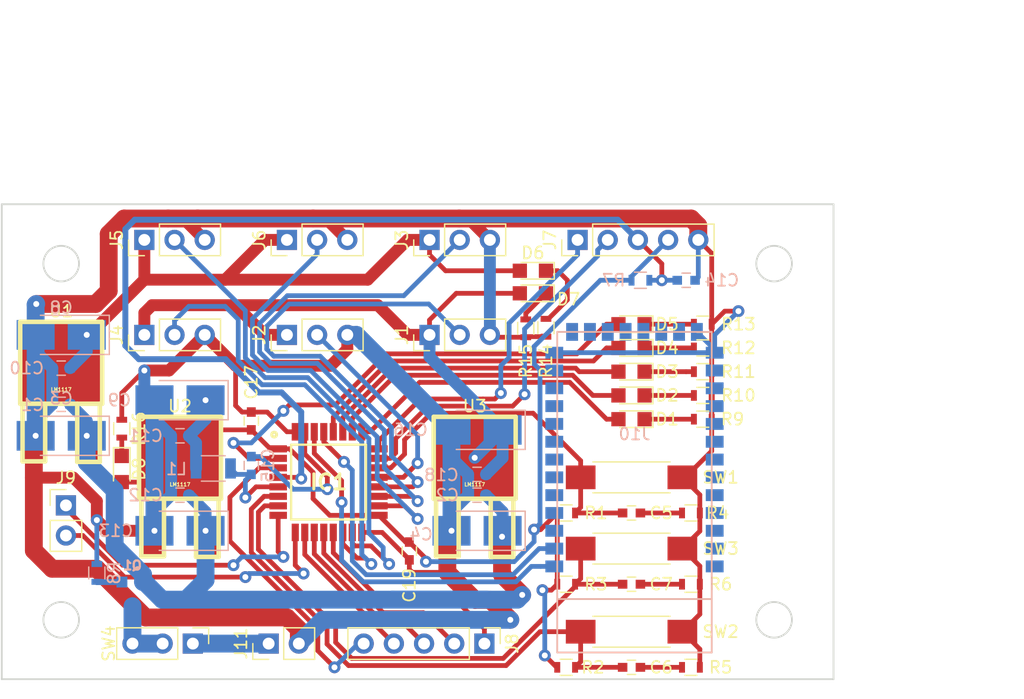
<source format=kicad_pcb>
(kicad_pcb (version 4) (host pcbnew 4.0.7)

  (general
    (links 133)
    (no_connects 0)
    (area 219.924999 63.300001 309.85 121.747619)
    (thickness 1.6)
    (drawings 10)
    (tracks 536)
    (zones 0)
    (modules 64)
    (nets 47)
  )

  (page A4)
  (layers
    (0 F.Cu signal)
    (31 B.Cu signal)
    (32 B.Adhes user)
    (33 F.Adhes user)
    (34 B.Paste user)
    (35 F.Paste user)
    (36 B.SilkS user)
    (37 F.SilkS user)
    (38 B.Mask user)
    (39 F.Mask user)
    (40 Dwgs.User user)
    (41 Cmts.User user)
    (42 Eco1.User user)
    (43 Eco2.User user)
    (44 Edge.Cuts user)
    (45 Margin user)
    (46 B.CrtYd user)
    (47 F.CrtYd user)
    (48 B.Fab user)
    (49 F.Fab user)
  )

  (setup
    (last_trace_width 0.4)
    (user_trace_width 0.4)
    (user_trace_width 0.5)
    (user_trace_width 1)
    (user_trace_width 1.5)
    (trace_clearance 0.2)
    (zone_clearance 0.508)
    (zone_45_only no)
    (trace_min 0.2)
    (segment_width 0.2)
    (edge_width 0.15)
    (via_size 0.6)
    (via_drill 0.4)
    (via_min_size 0.4)
    (via_min_drill 0.3)
    (user_via 1 0.5)
    (uvia_size 0.3)
    (uvia_drill 0.1)
    (uvias_allowed no)
    (uvia_min_size 0.2)
    (uvia_min_drill 0.1)
    (pcb_text_width 0.3)
    (pcb_text_size 1.5 1.5)
    (mod_edge_width 0.15)
    (mod_text_size 1 1)
    (mod_text_width 0.15)
    (pad_size 0.9144 0.9144)
    (pad_drill 0)
    (pad_to_mask_clearance 0.2)
    (aux_axis_origin 290 80)
    (grid_origin 290 80)
    (visible_elements 7FFFFFFF)
    (pcbplotparams
      (layerselection 0x010f0_80000001)
      (usegerberextensions false)
      (excludeedgelayer false)
      (linewidth 0.100000)
      (plotframeref false)
      (viasonmask false)
      (mode 1)
      (useauxorigin true)
      (hpglpennumber 1)
      (hpglpenspeed 20)
      (hpglpendiameter 15)
      (hpglpenoverlay 2)
      (psnegative false)
      (psa4output false)
      (plotreference true)
      (plotvalue false)
      (plotinvisibletext false)
      (padsonsilk false)
      (subtractmaskfromsilk false)
      (outputformat 1)
      (mirror false)
      (drillshape 0)
      (scaleselection 1)
      (outputdirectory Gerbery/))
  )

  (net 0 "")
  (net 1 GND)
  (net 2 VIN)
  (net 3 BUTTON1)
  (net 4 "Net-(C5-Pad1)")
  (net 5 BUTTON3)
  (net 6 "Net-(C6-Pad1)")
  (net 7 BUTTON2)
  (net 8 "Net-(C7-Pad1)")
  (net 9 5V1)
  (net 10 +3V3)
  (net 11 RESET)
  (net 12 "Net-(C15-Pad1)")
  (net 13 5V2)
  (net 14 LED1)
  (net 15 "Net-(D1-Pad1)")
  (net 16 LED2)
  (net 17 "Net-(D2-Pad1)")
  (net 18 LED3)
  (net 19 "Net-(D3-Pad1)")
  (net 20 LED4)
  (net 21 "Net-(D4-Pad1)")
  (net 22 LED5)
  (net 23 "Net-(D5-Pad1)")
  (net 24 OUT1)
  (net 25 USART_TX)
  (net 26 USART_RX)
  (net 27 ADC4)
  (net 28 ADC3)
  (net 29 ADC2)
  (net 30 ADC1)
  (net 31 PWM6)
  (net 32 PWM5)
  (net 33 PWM4)
  (net 34 PWM3)
  (net 35 PWM2)
  (net 36 PWM1)
  (net 37 SWDIO)
  (net 38 SWCLK)
  (net 39 BT_TX)
  (net 40 BT_RX)
  (net 41 "Net-(Q1-Pad1)")
  (net 42 "Net-(Q1-Pad2)")
  (net 43 VCC)
  (net 44 "Net-(D6-Pad1)")
  (net 45 "Net-(D7-Pad1)")
  (net 46 "Net-(D8-Pad1)")

  (net_class Default "To jest domyślna klasa połączeń."
    (clearance 0.2)
    (trace_width 0.25)
    (via_dia 0.6)
    (via_drill 0.4)
    (uvia_dia 0.3)
    (uvia_drill 0.1)
    (add_net +3V3)
    (add_net 5V1)
    (add_net 5V2)
    (add_net ADC1)
    (add_net ADC2)
    (add_net ADC3)
    (add_net ADC4)
    (add_net BT_RX)
    (add_net BT_TX)
    (add_net BUTTON1)
    (add_net BUTTON2)
    (add_net BUTTON3)
    (add_net GND)
    (add_net LED1)
    (add_net LED2)
    (add_net LED3)
    (add_net LED4)
    (add_net LED5)
    (add_net "Net-(C15-Pad1)")
    (add_net "Net-(C5-Pad1)")
    (add_net "Net-(C6-Pad1)")
    (add_net "Net-(C7-Pad1)")
    (add_net "Net-(D1-Pad1)")
    (add_net "Net-(D2-Pad1)")
    (add_net "Net-(D3-Pad1)")
    (add_net "Net-(D4-Pad1)")
    (add_net "Net-(D5-Pad1)")
    (add_net "Net-(D6-Pad1)")
    (add_net "Net-(D7-Pad1)")
    (add_net "Net-(D8-Pad1)")
    (add_net "Net-(Q1-Pad1)")
    (add_net "Net-(Q1-Pad2)")
    (add_net OUT1)
    (add_net PWM1)
    (add_net PWM2)
    (add_net PWM3)
    (add_net PWM4)
    (add_net PWM5)
    (add_net PWM6)
    (add_net RESET)
    (add_net SWCLK)
    (add_net SWDIO)
    (add_net USART_RX)
    (add_net USART_TX)
    (add_net VCC)
    (add_net VIN)
  )

  (module Capacitors_SMD:C_0603 (layer B.Cu) (tedit 59958EE7) (tstamp 5CA53939)
    (at 225 96.85 180)
    (descr "Capacitor SMD 0603, reflow soldering, AVX (see smccp.pdf)")
    (tags "capacitor 0603")
    (path /5CA4F871)
    (attr smd)
    (fp_text reference C1 (at 2.4 -0.05 180) (layer B.SilkS)
      (effects (font (size 1 1) (thickness 0.15)) (justify mirror))
    )
    (fp_text value 100nF (at 0 -1.5 180) (layer B.Fab)
      (effects (font (size 1 1) (thickness 0.15)) (justify mirror))
    )
    (fp_line (start 1.4 -0.65) (end -1.4 -0.65) (layer B.CrtYd) (width 0.05))
    (fp_line (start 1.4 -0.65) (end 1.4 0.65) (layer B.CrtYd) (width 0.05))
    (fp_line (start -1.4 0.65) (end -1.4 -0.65) (layer B.CrtYd) (width 0.05))
    (fp_line (start -1.4 0.65) (end 1.4 0.65) (layer B.CrtYd) (width 0.05))
    (fp_line (start 0.35 -0.6) (end -0.35 -0.6) (layer B.SilkS) (width 0.12))
    (fp_line (start -0.35 0.6) (end 0.35 0.6) (layer B.SilkS) (width 0.12))
    (fp_line (start -0.8 0.4) (end 0.8 0.4) (layer B.Fab) (width 0.1))
    (fp_line (start 0.8 0.4) (end 0.8 -0.4) (layer B.Fab) (width 0.1))
    (fp_line (start 0.8 -0.4) (end -0.8 -0.4) (layer B.Fab) (width 0.1))
    (fp_line (start -0.8 -0.4) (end -0.8 0.4) (layer B.Fab) (width 0.1))
    (fp_text user %R (at 0 0 180) (layer B.Fab)
      (effects (font (size 0.3 0.3) (thickness 0.075)) (justify mirror))
    )
    (pad 2 smd rect (at 0.75 0 180) (size 0.8 0.75) (layers B.Cu B.Paste B.Mask)
      (net 1 GND))
    (pad 1 smd rect (at -0.75 0 180) (size 0.8 0.75) (layers B.Cu B.Paste B.Mask)
      (net 2 VIN))
    (model Capacitors_SMD.3dshapes/C_0603.wrl
      (at (xyz 0 0 0))
      (scale (xyz 1 1 1))
      (rotate (xyz 0 0 0))
    )
  )

  (module Capacitors_SMD:C_0603 (layer B.Cu) (tedit 59958EE7) (tstamp 5CA5393F)
    (at 260 104.5 180)
    (descr "Capacitor SMD 0603, reflow soldering, AVX (see smccp.pdf)")
    (tags "capacitor 0603")
    (path /5CA4FC46)
    (attr smd)
    (fp_text reference C2 (at 2.5 0 180) (layer B.SilkS)
      (effects (font (size 1 1) (thickness 0.15)) (justify mirror))
    )
    (fp_text value 100nF (at 0 -1.5 180) (layer B.Fab)
      (effects (font (size 1 1) (thickness 0.15)) (justify mirror))
    )
    (fp_line (start 1.4 -0.65) (end -1.4 -0.65) (layer B.CrtYd) (width 0.05))
    (fp_line (start 1.4 -0.65) (end 1.4 0.65) (layer B.CrtYd) (width 0.05))
    (fp_line (start -1.4 0.65) (end -1.4 -0.65) (layer B.CrtYd) (width 0.05))
    (fp_line (start -1.4 0.65) (end 1.4 0.65) (layer B.CrtYd) (width 0.05))
    (fp_line (start 0.35 -0.6) (end -0.35 -0.6) (layer B.SilkS) (width 0.12))
    (fp_line (start -0.35 0.6) (end 0.35 0.6) (layer B.SilkS) (width 0.12))
    (fp_line (start -0.8 0.4) (end 0.8 0.4) (layer B.Fab) (width 0.1))
    (fp_line (start 0.8 0.4) (end 0.8 -0.4) (layer B.Fab) (width 0.1))
    (fp_line (start 0.8 -0.4) (end -0.8 -0.4) (layer B.Fab) (width 0.1))
    (fp_line (start -0.8 -0.4) (end -0.8 0.4) (layer B.Fab) (width 0.1))
    (fp_text user %R (at 0 0 180) (layer B.Fab)
      (effects (font (size 0.3 0.3) (thickness 0.075)) (justify mirror))
    )
    (pad 2 smd rect (at 0.75 0 180) (size 0.8 0.75) (layers B.Cu B.Paste B.Mask)
      (net 1 GND))
    (pad 1 smd rect (at -0.75 0 180) (size 0.8 0.75) (layers B.Cu B.Paste B.Mask)
      (net 2 VIN))
    (model Capacitors_SMD.3dshapes/C_0603.wrl
      (at (xyz 0 0 0))
      (scale (xyz 1 1 1))
      (rotate (xyz 0 0 0))
    )
  )

  (module Capacitors_Tantalum_SMD:CP_Tantalum_Case-B_EIA-3528-21_Hand (layer B.Cu) (tedit 58CC8C08) (tstamp 5CA53945)
    (at 225 99.5 180)
    (descr "Tantalum capacitor, Case B, EIA 3528-21, 3.5x2.8x1.9mm, Hand soldering footprint")
    (tags "capacitor tantalum smd")
    (path /5CA4F916)
    (attr smd)
    (fp_text reference C3 (at 0 3.15 180) (layer B.SilkS)
      (effects (font (size 1 1) (thickness 0.15)) (justify mirror))
    )
    (fp_text value 10uF (at 0 -3.15 180) (layer B.Fab)
      (effects (font (size 1 1) (thickness 0.15)) (justify mirror))
    )
    (fp_text user %R (at 0 0 180) (layer B.Fab)
      (effects (font (size 0.8 0.8) (thickness 0.12)) (justify mirror))
    )
    (fp_line (start -4.15 1.75) (end -4.15 -1.75) (layer B.CrtYd) (width 0.05))
    (fp_line (start -4.15 -1.75) (end 4.15 -1.75) (layer B.CrtYd) (width 0.05))
    (fp_line (start 4.15 -1.75) (end 4.15 1.75) (layer B.CrtYd) (width 0.05))
    (fp_line (start 4.15 1.75) (end -4.15 1.75) (layer B.CrtYd) (width 0.05))
    (fp_line (start -1.75 1.4) (end -1.75 -1.4) (layer B.Fab) (width 0.1))
    (fp_line (start -1.75 -1.4) (end 1.75 -1.4) (layer B.Fab) (width 0.1))
    (fp_line (start 1.75 -1.4) (end 1.75 1.4) (layer B.Fab) (width 0.1))
    (fp_line (start 1.75 1.4) (end -1.75 1.4) (layer B.Fab) (width 0.1))
    (fp_line (start -1.4 1.4) (end -1.4 -1.4) (layer B.Fab) (width 0.1))
    (fp_line (start -1.225 1.4) (end -1.225 -1.4) (layer B.Fab) (width 0.1))
    (fp_line (start -4.05 1.65) (end 1.75 1.65) (layer B.SilkS) (width 0.12))
    (fp_line (start -4.05 -1.65) (end 1.75 -1.65) (layer B.SilkS) (width 0.12))
    (fp_line (start -4.05 1.65) (end -4.05 -1.65) (layer B.SilkS) (width 0.12))
    (pad 1 smd rect (at -2.15 0 180) (size 3.2 2.5) (layers B.Cu B.Paste B.Mask)
      (net 2 VIN))
    (pad 2 smd rect (at 2.15 0 180) (size 3.2 2.5) (layers B.Cu B.Paste B.Mask)
      (net 1 GND))
    (model Capacitors_Tantalum_SMD.3dshapes/CP_Tantalum_Case-B_EIA-3528-21.wrl
      (at (xyz 0 0 0))
      (scale (xyz 1 1 1))
      (rotate (xyz 0 0 0))
    )
  )

  (module Capacitors_Tantalum_SMD:CP_Tantalum_Case-B_EIA-3528-21_Hand (layer B.Cu) (tedit 58CC8C08) (tstamp 5CA5394B)
    (at 260 107.5 180)
    (descr "Tantalum capacitor, Case B, EIA 3528-21, 3.5x2.8x1.9mm, Hand soldering footprint")
    (tags "capacitor tantalum smd")
    (path /5CA4FC58)
    (attr smd)
    (fp_text reference C4 (at 4.7 -0.3 180) (layer B.SilkS)
      (effects (font (size 1 1) (thickness 0.15)) (justify mirror))
    )
    (fp_text value 10uF (at 0 -3.15 180) (layer B.Fab)
      (effects (font (size 1 1) (thickness 0.15)) (justify mirror))
    )
    (fp_text user %R (at 0 0 180) (layer B.Fab)
      (effects (font (size 0.8 0.8) (thickness 0.12)) (justify mirror))
    )
    (fp_line (start -4.15 1.75) (end -4.15 -1.75) (layer B.CrtYd) (width 0.05))
    (fp_line (start -4.15 -1.75) (end 4.15 -1.75) (layer B.CrtYd) (width 0.05))
    (fp_line (start 4.15 -1.75) (end 4.15 1.75) (layer B.CrtYd) (width 0.05))
    (fp_line (start 4.15 1.75) (end -4.15 1.75) (layer B.CrtYd) (width 0.05))
    (fp_line (start -1.75 1.4) (end -1.75 -1.4) (layer B.Fab) (width 0.1))
    (fp_line (start -1.75 -1.4) (end 1.75 -1.4) (layer B.Fab) (width 0.1))
    (fp_line (start 1.75 -1.4) (end 1.75 1.4) (layer B.Fab) (width 0.1))
    (fp_line (start 1.75 1.4) (end -1.75 1.4) (layer B.Fab) (width 0.1))
    (fp_line (start -1.4 1.4) (end -1.4 -1.4) (layer B.Fab) (width 0.1))
    (fp_line (start -1.225 1.4) (end -1.225 -1.4) (layer B.Fab) (width 0.1))
    (fp_line (start -4.05 1.65) (end 1.75 1.65) (layer B.SilkS) (width 0.12))
    (fp_line (start -4.05 -1.65) (end 1.75 -1.65) (layer B.SilkS) (width 0.12))
    (fp_line (start -4.05 1.65) (end -4.05 -1.65) (layer B.SilkS) (width 0.12))
    (pad 1 smd rect (at -2.15 0 180) (size 3.2 2.5) (layers B.Cu B.Paste B.Mask)
      (net 2 VIN))
    (pad 2 smd rect (at 2.15 0 180) (size 3.2 2.5) (layers B.Cu B.Paste B.Mask)
      (net 1 GND))
    (model Capacitors_Tantalum_SMD.3dshapes/CP_Tantalum_Case-B_EIA-3528-21.wrl
      (at (xyz 0 0 0))
      (scale (xyz 1 1 1))
      (rotate (xyz 0 0 0))
    )
  )

  (module Capacitors_SMD:C_0603 (layer F.Cu) (tedit 59958EE7) (tstamp 5CA53951)
    (at 273 106 180)
    (descr "Capacitor SMD 0603, reflow soldering, AVX (see smccp.pdf)")
    (tags "capacitor 0603")
    (path /5CA55194)
    (attr smd)
    (fp_text reference C5 (at -2.5 0 180) (layer F.SilkS)
      (effects (font (size 1 1) (thickness 0.15)))
    )
    (fp_text value 100nF (at 0 1.5 180) (layer F.Fab)
      (effects (font (size 1 1) (thickness 0.15)))
    )
    (fp_line (start 1.4 0.65) (end -1.4 0.65) (layer F.CrtYd) (width 0.05))
    (fp_line (start 1.4 0.65) (end 1.4 -0.65) (layer F.CrtYd) (width 0.05))
    (fp_line (start -1.4 -0.65) (end -1.4 0.65) (layer F.CrtYd) (width 0.05))
    (fp_line (start -1.4 -0.65) (end 1.4 -0.65) (layer F.CrtYd) (width 0.05))
    (fp_line (start 0.35 0.6) (end -0.35 0.6) (layer F.SilkS) (width 0.12))
    (fp_line (start -0.35 -0.6) (end 0.35 -0.6) (layer F.SilkS) (width 0.12))
    (fp_line (start -0.8 -0.4) (end 0.8 -0.4) (layer F.Fab) (width 0.1))
    (fp_line (start 0.8 -0.4) (end 0.8 0.4) (layer F.Fab) (width 0.1))
    (fp_line (start 0.8 0.4) (end -0.8 0.4) (layer F.Fab) (width 0.1))
    (fp_line (start -0.8 0.4) (end -0.8 -0.4) (layer F.Fab) (width 0.1))
    (fp_text user %R (at 0 0 180) (layer F.Fab)
      (effects (font (size 0.3 0.3) (thickness 0.075)))
    )
    (pad 2 smd rect (at 0.75 0 180) (size 0.8 0.75) (layers F.Cu F.Paste F.Mask)
      (net 3 BUTTON1))
    (pad 1 smd rect (at -0.75 0 180) (size 0.8 0.75) (layers F.Cu F.Paste F.Mask)
      (net 4 "Net-(C5-Pad1)"))
    (model Capacitors_SMD.3dshapes/C_0603.wrl
      (at (xyz 0 0 0))
      (scale (xyz 1 1 1))
      (rotate (xyz 0 0 0))
    )
  )

  (module Capacitors_SMD:C_0603 (layer F.Cu) (tedit 59958EE7) (tstamp 5CA53957)
    (at 273 119 180)
    (descr "Capacitor SMD 0603, reflow soldering, AVX (see smccp.pdf)")
    (tags "capacitor 0603")
    (path /5CA55E19)
    (attr smd)
    (fp_text reference C6 (at -2.5 0 180) (layer F.SilkS)
      (effects (font (size 1 1) (thickness 0.15)))
    )
    (fp_text value 100nF (at 0 1.5 180) (layer F.Fab)
      (effects (font (size 1 1) (thickness 0.15)))
    )
    (fp_line (start 1.4 0.65) (end -1.4 0.65) (layer F.CrtYd) (width 0.05))
    (fp_line (start 1.4 0.65) (end 1.4 -0.65) (layer F.CrtYd) (width 0.05))
    (fp_line (start -1.4 -0.65) (end -1.4 0.65) (layer F.CrtYd) (width 0.05))
    (fp_line (start -1.4 -0.65) (end 1.4 -0.65) (layer F.CrtYd) (width 0.05))
    (fp_line (start 0.35 0.6) (end -0.35 0.6) (layer F.SilkS) (width 0.12))
    (fp_line (start -0.35 -0.6) (end 0.35 -0.6) (layer F.SilkS) (width 0.12))
    (fp_line (start -0.8 -0.4) (end 0.8 -0.4) (layer F.Fab) (width 0.1))
    (fp_line (start 0.8 -0.4) (end 0.8 0.4) (layer F.Fab) (width 0.1))
    (fp_line (start 0.8 0.4) (end -0.8 0.4) (layer F.Fab) (width 0.1))
    (fp_line (start -0.8 0.4) (end -0.8 -0.4) (layer F.Fab) (width 0.1))
    (fp_text user %R (at 0 0 180) (layer F.Fab)
      (effects (font (size 0.3 0.3) (thickness 0.075)))
    )
    (pad 2 smd rect (at 0.75 0 180) (size 0.8 0.75) (layers F.Cu F.Paste F.Mask)
      (net 5 BUTTON3))
    (pad 1 smd rect (at -0.75 0 180) (size 0.8 0.75) (layers F.Cu F.Paste F.Mask)
      (net 6 "Net-(C6-Pad1)"))
    (model Capacitors_SMD.3dshapes/C_0603.wrl
      (at (xyz 0 0 0))
      (scale (xyz 1 1 1))
      (rotate (xyz 0 0 0))
    )
  )

  (module Capacitors_SMD:C_0603 (layer F.Cu) (tedit 59958EE7) (tstamp 5CA5395D)
    (at 273 112 180)
    (descr "Capacitor SMD 0603, reflow soldering, AVX (see smccp.pdf)")
    (tags "capacitor 0603")
    (path /5CA55B81)
    (attr smd)
    (fp_text reference C7 (at -2.5 0 180) (layer F.SilkS)
      (effects (font (size 1 1) (thickness 0.15)))
    )
    (fp_text value 100nF (at 0 1.5 180) (layer F.Fab)
      (effects (font (size 1 1) (thickness 0.15)))
    )
    (fp_line (start 1.4 0.65) (end -1.4 0.65) (layer F.CrtYd) (width 0.05))
    (fp_line (start 1.4 0.65) (end 1.4 -0.65) (layer F.CrtYd) (width 0.05))
    (fp_line (start -1.4 -0.65) (end -1.4 0.65) (layer F.CrtYd) (width 0.05))
    (fp_line (start -1.4 -0.65) (end 1.4 -0.65) (layer F.CrtYd) (width 0.05))
    (fp_line (start 0.35 0.6) (end -0.35 0.6) (layer F.SilkS) (width 0.12))
    (fp_line (start -0.35 -0.6) (end 0.35 -0.6) (layer F.SilkS) (width 0.12))
    (fp_line (start -0.8 -0.4) (end 0.8 -0.4) (layer F.Fab) (width 0.1))
    (fp_line (start 0.8 -0.4) (end 0.8 0.4) (layer F.Fab) (width 0.1))
    (fp_line (start 0.8 0.4) (end -0.8 0.4) (layer F.Fab) (width 0.1))
    (fp_line (start -0.8 0.4) (end -0.8 -0.4) (layer F.Fab) (width 0.1))
    (fp_text user %R (at 0 0 180) (layer F.Fab)
      (effects (font (size 0.3 0.3) (thickness 0.075)))
    )
    (pad 2 smd rect (at 0.75 0 180) (size 0.8 0.75) (layers F.Cu F.Paste F.Mask)
      (net 7 BUTTON2))
    (pad 1 smd rect (at -0.75 0 180) (size 0.8 0.75) (layers F.Cu F.Paste F.Mask)
      (net 8 "Net-(C7-Pad1)"))
    (model Capacitors_SMD.3dshapes/C_0603.wrl
      (at (xyz 0 0 0))
      (scale (xyz 1 1 1))
      (rotate (xyz 0 0 0))
    )
  )

  (module Capacitors_Tantalum_SMD:CP_Tantalum_Case-B_EIA-3528-21_Hand (layer B.Cu) (tedit 58CC8C08) (tstamp 5CA53963)
    (at 225 91 180)
    (descr "Tantalum capacitor, Case B, EIA 3528-21, 3.5x2.8x1.9mm, Hand soldering footprint")
    (tags "capacitor tantalum smd")
    (path /5CA4F8EF)
    (attr smd)
    (fp_text reference C8 (at 0 2.3 180) (layer B.SilkS)
      (effects (font (size 1 1) (thickness 0.15)) (justify mirror))
    )
    (fp_text value 10uF (at 0 -3.15 180) (layer B.Fab)
      (effects (font (size 1 1) (thickness 0.15)) (justify mirror))
    )
    (fp_text user %R (at 0 0 180) (layer B.Fab)
      (effects (font (size 0.8 0.8) (thickness 0.12)) (justify mirror))
    )
    (fp_line (start -4.15 1.75) (end -4.15 -1.75) (layer B.CrtYd) (width 0.05))
    (fp_line (start -4.15 -1.75) (end 4.15 -1.75) (layer B.CrtYd) (width 0.05))
    (fp_line (start 4.15 -1.75) (end 4.15 1.75) (layer B.CrtYd) (width 0.05))
    (fp_line (start 4.15 1.75) (end -4.15 1.75) (layer B.CrtYd) (width 0.05))
    (fp_line (start -1.75 1.4) (end -1.75 -1.4) (layer B.Fab) (width 0.1))
    (fp_line (start -1.75 -1.4) (end 1.75 -1.4) (layer B.Fab) (width 0.1))
    (fp_line (start 1.75 -1.4) (end 1.75 1.4) (layer B.Fab) (width 0.1))
    (fp_line (start 1.75 1.4) (end -1.75 1.4) (layer B.Fab) (width 0.1))
    (fp_line (start -1.4 1.4) (end -1.4 -1.4) (layer B.Fab) (width 0.1))
    (fp_line (start -1.225 1.4) (end -1.225 -1.4) (layer B.Fab) (width 0.1))
    (fp_line (start -4.05 1.65) (end 1.75 1.65) (layer B.SilkS) (width 0.12))
    (fp_line (start -4.05 -1.65) (end 1.75 -1.65) (layer B.SilkS) (width 0.12))
    (fp_line (start -4.05 1.65) (end -4.05 -1.65) (layer B.SilkS) (width 0.12))
    (pad 1 smd rect (at -2.15 0 180) (size 3.2 2.5) (layers B.Cu B.Paste B.Mask)
      (net 9 5V1))
    (pad 2 smd rect (at 2.15 0 180) (size 3.2 2.5) (layers B.Cu B.Paste B.Mask)
      (net 1 GND))
    (model Capacitors_Tantalum_SMD.3dshapes/CP_Tantalum_Case-B_EIA-3528-21.wrl
      (at (xyz 0 0 0))
      (scale (xyz 1 1 1))
      (rotate (xyz 0 0 0))
    )
  )

  (module Capacitors_Tantalum_SMD:CP_Tantalum_Case-B_EIA-3528-21_Hand (layer B.Cu) (tedit 58CC8C08) (tstamp 5CA53969)
    (at 235 96.5 180)
    (descr "Tantalum capacitor, Case B, EIA 3528-21, 3.5x2.8x1.9mm, Hand soldering footprint")
    (tags "capacitor tantalum smd")
    (path /5CA4FC52)
    (attr smd)
    (fp_text reference C9 (at 5.1 0 180) (layer B.SilkS)
      (effects (font (size 1 1) (thickness 0.15)) (justify mirror))
    )
    (fp_text value 10uF (at 0 -3.15 180) (layer B.Fab)
      (effects (font (size 1 1) (thickness 0.15)) (justify mirror))
    )
    (fp_text user %R (at 0 0 180) (layer B.Fab)
      (effects (font (size 0.8 0.8) (thickness 0.12)) (justify mirror))
    )
    (fp_line (start -4.15 1.75) (end -4.15 -1.75) (layer B.CrtYd) (width 0.05))
    (fp_line (start -4.15 -1.75) (end 4.15 -1.75) (layer B.CrtYd) (width 0.05))
    (fp_line (start 4.15 -1.75) (end 4.15 1.75) (layer B.CrtYd) (width 0.05))
    (fp_line (start 4.15 1.75) (end -4.15 1.75) (layer B.CrtYd) (width 0.05))
    (fp_line (start -1.75 1.4) (end -1.75 -1.4) (layer B.Fab) (width 0.1))
    (fp_line (start -1.75 -1.4) (end 1.75 -1.4) (layer B.Fab) (width 0.1))
    (fp_line (start 1.75 -1.4) (end 1.75 1.4) (layer B.Fab) (width 0.1))
    (fp_line (start 1.75 1.4) (end -1.75 1.4) (layer B.Fab) (width 0.1))
    (fp_line (start -1.4 1.4) (end -1.4 -1.4) (layer B.Fab) (width 0.1))
    (fp_line (start -1.225 1.4) (end -1.225 -1.4) (layer B.Fab) (width 0.1))
    (fp_line (start -4.05 1.65) (end 1.75 1.65) (layer B.SilkS) (width 0.12))
    (fp_line (start -4.05 -1.65) (end 1.75 -1.65) (layer B.SilkS) (width 0.12))
    (fp_line (start -4.05 1.65) (end -4.05 -1.65) (layer B.SilkS) (width 0.12))
    (pad 1 smd rect (at -2.15 0 180) (size 3.2 2.5) (layers B.Cu B.Paste B.Mask)
      (net 10 +3V3))
    (pad 2 smd rect (at 2.15 0 180) (size 3.2 2.5) (layers B.Cu B.Paste B.Mask)
      (net 1 GND))
    (model Capacitors_Tantalum_SMD.3dshapes/CP_Tantalum_Case-B_EIA-3528-21.wrl
      (at (xyz 0 0 0))
      (scale (xyz 1 1 1))
      (rotate (xyz 0 0 0))
    )
  )

  (module Capacitors_SMD:C_0603 (layer B.Cu) (tedit 59958EE7) (tstamp 5CA5396F)
    (at 225 93.8 180)
    (descr "Capacitor SMD 0603, reflow soldering, AVX (see smccp.pdf)")
    (tags "capacitor 0603")
    (path /5CA4F8A6)
    (attr smd)
    (fp_text reference C10 (at 2.9 0 180) (layer B.SilkS)
      (effects (font (size 1 1) (thickness 0.15)) (justify mirror))
    )
    (fp_text value 100nF (at 0 -1.5 180) (layer B.Fab)
      (effects (font (size 1 1) (thickness 0.15)) (justify mirror))
    )
    (fp_line (start 1.4 -0.65) (end -1.4 -0.65) (layer B.CrtYd) (width 0.05))
    (fp_line (start 1.4 -0.65) (end 1.4 0.65) (layer B.CrtYd) (width 0.05))
    (fp_line (start -1.4 0.65) (end -1.4 -0.65) (layer B.CrtYd) (width 0.05))
    (fp_line (start -1.4 0.65) (end 1.4 0.65) (layer B.CrtYd) (width 0.05))
    (fp_line (start 0.35 -0.6) (end -0.35 -0.6) (layer B.SilkS) (width 0.12))
    (fp_line (start -0.35 0.6) (end 0.35 0.6) (layer B.SilkS) (width 0.12))
    (fp_line (start -0.8 0.4) (end 0.8 0.4) (layer B.Fab) (width 0.1))
    (fp_line (start 0.8 0.4) (end 0.8 -0.4) (layer B.Fab) (width 0.1))
    (fp_line (start 0.8 -0.4) (end -0.8 -0.4) (layer B.Fab) (width 0.1))
    (fp_line (start -0.8 -0.4) (end -0.8 0.4) (layer B.Fab) (width 0.1))
    (fp_text user %R (at 0 0 180) (layer B.Fab)
      (effects (font (size 0.3 0.3) (thickness 0.075)) (justify mirror))
    )
    (pad 2 smd rect (at 0.75 0 180) (size 0.8 0.75) (layers B.Cu B.Paste B.Mask)
      (net 1 GND))
    (pad 1 smd rect (at -0.75 0 180) (size 0.8 0.75) (layers B.Cu B.Paste B.Mask)
      (net 9 5V1))
    (model Capacitors_SMD.3dshapes/C_0603.wrl
      (at (xyz 0 0 0))
      (scale (xyz 1 1 1))
      (rotate (xyz 0 0 0))
    )
  )

  (module Capacitors_SMD:C_0603 (layer B.Cu) (tedit 59958EE7) (tstamp 5CA53975)
    (at 235 99.5 180)
    (descr "Capacitor SMD 0603, reflow soldering, AVX (see smccp.pdf)")
    (tags "capacitor 0603")
    (path /5CA4FC4C)
    (attr smd)
    (fp_text reference C11 (at 2.9 0 180) (layer B.SilkS)
      (effects (font (size 1 1) (thickness 0.15)) (justify mirror))
    )
    (fp_text value 100nF (at 0 -1.5 180) (layer B.Fab)
      (effects (font (size 1 1) (thickness 0.15)) (justify mirror))
    )
    (fp_line (start 1.4 -0.65) (end -1.4 -0.65) (layer B.CrtYd) (width 0.05))
    (fp_line (start 1.4 -0.65) (end 1.4 0.65) (layer B.CrtYd) (width 0.05))
    (fp_line (start -1.4 0.65) (end -1.4 -0.65) (layer B.CrtYd) (width 0.05))
    (fp_line (start -1.4 0.65) (end 1.4 0.65) (layer B.CrtYd) (width 0.05))
    (fp_line (start 0.35 -0.6) (end -0.35 -0.6) (layer B.SilkS) (width 0.12))
    (fp_line (start -0.35 0.6) (end 0.35 0.6) (layer B.SilkS) (width 0.12))
    (fp_line (start -0.8 0.4) (end 0.8 0.4) (layer B.Fab) (width 0.1))
    (fp_line (start 0.8 0.4) (end 0.8 -0.4) (layer B.Fab) (width 0.1))
    (fp_line (start 0.8 -0.4) (end -0.8 -0.4) (layer B.Fab) (width 0.1))
    (fp_line (start -0.8 -0.4) (end -0.8 0.4) (layer B.Fab) (width 0.1))
    (fp_text user %R (at 0 0 180) (layer B.Fab)
      (effects (font (size 0.3 0.3) (thickness 0.075)) (justify mirror))
    )
    (pad 2 smd rect (at 0.75 0 180) (size 0.8 0.75) (layers B.Cu B.Paste B.Mask)
      (net 1 GND))
    (pad 1 smd rect (at -0.75 0 180) (size 0.8 0.75) (layers B.Cu B.Paste B.Mask)
      (net 10 +3V3))
    (model Capacitors_SMD.3dshapes/C_0603.wrl
      (at (xyz 0 0 0))
      (scale (xyz 1 1 1))
      (rotate (xyz 0 0 0))
    )
  )

  (module Capacitors_SMD:C_0603 (layer B.Cu) (tedit 59958EE7) (tstamp 5CA5397B)
    (at 235 104.5 180)
    (descr "Capacitor SMD 0603, reflow soldering, AVX (see smccp.pdf)")
    (tags "capacitor 0603")
    (path /5CA4FEF2)
    (attr smd)
    (fp_text reference C12 (at 2.9 0 180) (layer B.SilkS)
      (effects (font (size 1 1) (thickness 0.15)) (justify mirror))
    )
    (fp_text value 100nF (at 0 -1.5 180) (layer B.Fab)
      (effects (font (size 1 1) (thickness 0.15)) (justify mirror))
    )
    (fp_line (start 1.4 -0.65) (end -1.4 -0.65) (layer B.CrtYd) (width 0.05))
    (fp_line (start 1.4 -0.65) (end 1.4 0.65) (layer B.CrtYd) (width 0.05))
    (fp_line (start -1.4 0.65) (end -1.4 -0.65) (layer B.CrtYd) (width 0.05))
    (fp_line (start -1.4 0.65) (end 1.4 0.65) (layer B.CrtYd) (width 0.05))
    (fp_line (start 0.35 -0.6) (end -0.35 -0.6) (layer B.SilkS) (width 0.12))
    (fp_line (start -0.35 0.6) (end 0.35 0.6) (layer B.SilkS) (width 0.12))
    (fp_line (start -0.8 0.4) (end 0.8 0.4) (layer B.Fab) (width 0.1))
    (fp_line (start 0.8 0.4) (end 0.8 -0.4) (layer B.Fab) (width 0.1))
    (fp_line (start 0.8 -0.4) (end -0.8 -0.4) (layer B.Fab) (width 0.1))
    (fp_line (start -0.8 -0.4) (end -0.8 0.4) (layer B.Fab) (width 0.1))
    (fp_text user %R (at 0 0 180) (layer B.Fab)
      (effects (font (size 0.3 0.3) (thickness 0.075)) (justify mirror))
    )
    (pad 2 smd rect (at 0.75 0 180) (size 0.8 0.75) (layers B.Cu B.Paste B.Mask)
      (net 1 GND))
    (pad 1 smd rect (at -0.75 0 180) (size 0.8 0.75) (layers B.Cu B.Paste B.Mask)
      (net 2 VIN))
    (model Capacitors_SMD.3dshapes/C_0603.wrl
      (at (xyz 0 0 0))
      (scale (xyz 1 1 1))
      (rotate (xyz 0 0 0))
    )
  )

  (module Capacitors_Tantalum_SMD:CP_Tantalum_Case-B_EIA-3528-21_Hand (layer B.Cu) (tedit 58CC8C08) (tstamp 5CA53981)
    (at 235 107.5 180)
    (descr "Tantalum capacitor, Case B, EIA 3528-21, 3.5x2.8x1.9mm, Hand soldering footprint")
    (tags "capacitor tantalum smd")
    (path /5CA4FF04)
    (attr smd)
    (fp_text reference C13 (at 5.4 0 180) (layer B.SilkS)
      (effects (font (size 1 1) (thickness 0.15)) (justify mirror))
    )
    (fp_text value 10uF (at 0 -3.15 180) (layer B.Fab)
      (effects (font (size 1 1) (thickness 0.15)) (justify mirror))
    )
    (fp_text user %R (at 0 0 180) (layer B.Fab)
      (effects (font (size 0.8 0.8) (thickness 0.12)) (justify mirror))
    )
    (fp_line (start -4.15 1.75) (end -4.15 -1.75) (layer B.CrtYd) (width 0.05))
    (fp_line (start -4.15 -1.75) (end 4.15 -1.75) (layer B.CrtYd) (width 0.05))
    (fp_line (start 4.15 -1.75) (end 4.15 1.75) (layer B.CrtYd) (width 0.05))
    (fp_line (start 4.15 1.75) (end -4.15 1.75) (layer B.CrtYd) (width 0.05))
    (fp_line (start -1.75 1.4) (end -1.75 -1.4) (layer B.Fab) (width 0.1))
    (fp_line (start -1.75 -1.4) (end 1.75 -1.4) (layer B.Fab) (width 0.1))
    (fp_line (start 1.75 -1.4) (end 1.75 1.4) (layer B.Fab) (width 0.1))
    (fp_line (start 1.75 1.4) (end -1.75 1.4) (layer B.Fab) (width 0.1))
    (fp_line (start -1.4 1.4) (end -1.4 -1.4) (layer B.Fab) (width 0.1))
    (fp_line (start -1.225 1.4) (end -1.225 -1.4) (layer B.Fab) (width 0.1))
    (fp_line (start -4.05 1.65) (end 1.75 1.65) (layer B.SilkS) (width 0.12))
    (fp_line (start -4.05 -1.65) (end 1.75 -1.65) (layer B.SilkS) (width 0.12))
    (fp_line (start -4.05 1.65) (end -4.05 -1.65) (layer B.SilkS) (width 0.12))
    (pad 1 smd rect (at -2.15 0 180) (size 3.2 2.5) (layers B.Cu B.Paste B.Mask)
      (net 2 VIN))
    (pad 2 smd rect (at 2.15 0 180) (size 3.2 2.5) (layers B.Cu B.Paste B.Mask)
      (net 1 GND))
    (model Capacitors_Tantalum_SMD.3dshapes/CP_Tantalum_Case-B_EIA-3528-21.wrl
      (at (xyz 0 0 0))
      (scale (xyz 1 1 1))
      (rotate (xyz 0 0 0))
    )
  )

  (module Capacitors_SMD:C_0603 (layer B.Cu) (tedit 59958EE7) (tstamp 5CA53987)
    (at 277.6 86.4)
    (descr "Capacitor SMD 0603, reflow soldering, AVX (see smccp.pdf)")
    (tags "capacitor 0603")
    (path /5CA51002)
    (attr smd)
    (fp_text reference C14 (at 3 0) (layer B.SilkS)
      (effects (font (size 1 1) (thickness 0.15)) (justify mirror))
    )
    (fp_text value 100nF (at 0 -1.5) (layer B.Fab)
      (effects (font (size 1 1) (thickness 0.15)) (justify mirror))
    )
    (fp_line (start 1.4 -0.65) (end -1.4 -0.65) (layer B.CrtYd) (width 0.05))
    (fp_line (start 1.4 -0.65) (end 1.4 0.65) (layer B.CrtYd) (width 0.05))
    (fp_line (start -1.4 0.65) (end -1.4 -0.65) (layer B.CrtYd) (width 0.05))
    (fp_line (start -1.4 0.65) (end 1.4 0.65) (layer B.CrtYd) (width 0.05))
    (fp_line (start 0.35 -0.6) (end -0.35 -0.6) (layer B.SilkS) (width 0.12))
    (fp_line (start -0.35 0.6) (end 0.35 0.6) (layer B.SilkS) (width 0.12))
    (fp_line (start -0.8 0.4) (end 0.8 0.4) (layer B.Fab) (width 0.1))
    (fp_line (start 0.8 0.4) (end 0.8 -0.4) (layer B.Fab) (width 0.1))
    (fp_line (start 0.8 -0.4) (end -0.8 -0.4) (layer B.Fab) (width 0.1))
    (fp_line (start -0.8 -0.4) (end -0.8 0.4) (layer B.Fab) (width 0.1))
    (fp_text user %R (at 0 0) (layer B.Fab)
      (effects (font (size 0.3 0.3) (thickness 0.075)) (justify mirror))
    )
    (pad 2 smd rect (at 0.75 0) (size 0.8 0.75) (layers B.Cu B.Paste B.Mask)
      (net 1 GND))
    (pad 1 smd rect (at -0.75 0) (size 0.8 0.75) (layers B.Cu B.Paste B.Mask)
      (net 11 RESET))
    (model Capacitors_SMD.3dshapes/C_0603.wrl
      (at (xyz 0 0 0))
      (scale (xyz 1 1 1))
      (rotate (xyz 0 0 0))
    )
  )

  (module Capacitors_SMD:C_0603 (layer B.Cu) (tedit 59958EE7) (tstamp 5CA5398D)
    (at 241 102 90)
    (descr "Capacitor SMD 0603, reflow soldering, AVX (see smccp.pdf)")
    (tags "capacitor 0603")
    (path /5CA508A9)
    (attr smd)
    (fp_text reference C15 (at 0 1.4 90) (layer B.SilkS)
      (effects (font (size 1 1) (thickness 0.15)) (justify mirror))
    )
    (fp_text value 100nF (at 0 -1.5 90) (layer B.Fab)
      (effects (font (size 1 1) (thickness 0.15)) (justify mirror))
    )
    (fp_line (start 1.4 -0.65) (end -1.4 -0.65) (layer B.CrtYd) (width 0.05))
    (fp_line (start 1.4 -0.65) (end 1.4 0.65) (layer B.CrtYd) (width 0.05))
    (fp_line (start -1.4 0.65) (end -1.4 -0.65) (layer B.CrtYd) (width 0.05))
    (fp_line (start -1.4 0.65) (end 1.4 0.65) (layer B.CrtYd) (width 0.05))
    (fp_line (start 0.35 -0.6) (end -0.35 -0.6) (layer B.SilkS) (width 0.12))
    (fp_line (start -0.35 0.6) (end 0.35 0.6) (layer B.SilkS) (width 0.12))
    (fp_line (start -0.8 0.4) (end 0.8 0.4) (layer B.Fab) (width 0.1))
    (fp_line (start 0.8 0.4) (end 0.8 -0.4) (layer B.Fab) (width 0.1))
    (fp_line (start 0.8 -0.4) (end -0.8 -0.4) (layer B.Fab) (width 0.1))
    (fp_line (start -0.8 -0.4) (end -0.8 0.4) (layer B.Fab) (width 0.1))
    (fp_text user %R (at 0 0 90) (layer B.Fab)
      (effects (font (size 0.3 0.3) (thickness 0.075)) (justify mirror))
    )
    (pad 2 smd rect (at 0.75 0 90) (size 0.8 0.75) (layers B.Cu B.Paste B.Mask)
      (net 1 GND))
    (pad 1 smd rect (at -0.75 0 90) (size 0.8 0.75) (layers B.Cu B.Paste B.Mask)
      (net 12 "Net-(C15-Pad1)"))
    (model Capacitors_SMD.3dshapes/C_0603.wrl
      (at (xyz 0 0 0))
      (scale (xyz 1 1 1))
      (rotate (xyz 0 0 0))
    )
  )

  (module Capacitors_Tantalum_SMD:CP_Tantalum_Case-B_EIA-3528-21_Hand (layer B.Cu) (tedit 58CC8C08) (tstamp 5CA53993)
    (at 260 99 180)
    (descr "Tantalum capacitor, Case B, EIA 3528-21, 3.5x2.8x1.9mm, Hand soldering footprint")
    (tags "capacitor tantalum smd")
    (path /5CA4FEFE)
    (attr smd)
    (fp_text reference C16 (at 5.6 0 180) (layer B.SilkS)
      (effects (font (size 1 1) (thickness 0.15)) (justify mirror))
    )
    (fp_text value 10uF (at 0 -3.15 180) (layer B.Fab)
      (effects (font (size 1 1) (thickness 0.15)) (justify mirror))
    )
    (fp_text user %R (at 0 0 180) (layer B.Fab)
      (effects (font (size 0.8 0.8) (thickness 0.12)) (justify mirror))
    )
    (fp_line (start -4.15 1.75) (end -4.15 -1.75) (layer B.CrtYd) (width 0.05))
    (fp_line (start -4.15 -1.75) (end 4.15 -1.75) (layer B.CrtYd) (width 0.05))
    (fp_line (start 4.15 -1.75) (end 4.15 1.75) (layer B.CrtYd) (width 0.05))
    (fp_line (start 4.15 1.75) (end -4.15 1.75) (layer B.CrtYd) (width 0.05))
    (fp_line (start -1.75 1.4) (end -1.75 -1.4) (layer B.Fab) (width 0.1))
    (fp_line (start -1.75 -1.4) (end 1.75 -1.4) (layer B.Fab) (width 0.1))
    (fp_line (start 1.75 -1.4) (end 1.75 1.4) (layer B.Fab) (width 0.1))
    (fp_line (start 1.75 1.4) (end -1.75 1.4) (layer B.Fab) (width 0.1))
    (fp_line (start -1.4 1.4) (end -1.4 -1.4) (layer B.Fab) (width 0.1))
    (fp_line (start -1.225 1.4) (end -1.225 -1.4) (layer B.Fab) (width 0.1))
    (fp_line (start -4.05 1.65) (end 1.75 1.65) (layer B.SilkS) (width 0.12))
    (fp_line (start -4.05 -1.65) (end 1.75 -1.65) (layer B.SilkS) (width 0.12))
    (fp_line (start -4.05 1.65) (end -4.05 -1.65) (layer B.SilkS) (width 0.12))
    (pad 1 smd rect (at -2.15 0 180) (size 3.2 2.5) (layers B.Cu B.Paste B.Mask)
      (net 13 5V2))
    (pad 2 smd rect (at 2.15 0 180) (size 3.2 2.5) (layers B.Cu B.Paste B.Mask)
      (net 1 GND))
    (model Capacitors_Tantalum_SMD.3dshapes/CP_Tantalum_Case-B_EIA-3528-21.wrl
      (at (xyz 0 0 0))
      (scale (xyz 1 1 1))
      (rotate (xyz 0 0 0))
    )
  )

  (module Capacitors_SMD:C_0603 (layer F.Cu) (tedit 59958EE7) (tstamp 5CA53999)
    (at 241 98.25 90)
    (descr "Capacitor SMD 0603, reflow soldering, AVX (see smccp.pdf)")
    (tags "capacitor 0603")
    (path /5CA50530)
    (attr smd)
    (fp_text reference C17 (at 3.25 0 90) (layer F.SilkS)
      (effects (font (size 1 1) (thickness 0.15)))
    )
    (fp_text value 100nF (at 0 1.5 90) (layer F.Fab)
      (effects (font (size 1 1) (thickness 0.15)))
    )
    (fp_line (start 1.4 0.65) (end -1.4 0.65) (layer F.CrtYd) (width 0.05))
    (fp_line (start 1.4 0.65) (end 1.4 -0.65) (layer F.CrtYd) (width 0.05))
    (fp_line (start -1.4 -0.65) (end -1.4 0.65) (layer F.CrtYd) (width 0.05))
    (fp_line (start -1.4 -0.65) (end 1.4 -0.65) (layer F.CrtYd) (width 0.05))
    (fp_line (start 0.35 0.6) (end -0.35 0.6) (layer F.SilkS) (width 0.12))
    (fp_line (start -0.35 -0.6) (end 0.35 -0.6) (layer F.SilkS) (width 0.12))
    (fp_line (start -0.8 -0.4) (end 0.8 -0.4) (layer F.Fab) (width 0.1))
    (fp_line (start 0.8 -0.4) (end 0.8 0.4) (layer F.Fab) (width 0.1))
    (fp_line (start 0.8 0.4) (end -0.8 0.4) (layer F.Fab) (width 0.1))
    (fp_line (start -0.8 0.4) (end -0.8 -0.4) (layer F.Fab) (width 0.1))
    (fp_text user %R (at 0 0 90) (layer F.Fab)
      (effects (font (size 0.3 0.3) (thickness 0.075)))
    )
    (pad 2 smd rect (at 0.75 0 90) (size 0.8 0.75) (layers F.Cu F.Paste F.Mask)
      (net 1 GND))
    (pad 1 smd rect (at -0.75 0 90) (size 0.8 0.75) (layers F.Cu F.Paste F.Mask)
      (net 10 +3V3))
    (model Capacitors_SMD.3dshapes/C_0603.wrl
      (at (xyz 0 0 0))
      (scale (xyz 1 1 1))
      (rotate (xyz 0 0 0))
    )
  )

  (module Capacitors_SMD:C_0603 (layer B.Cu) (tedit 59958EE7) (tstamp 5CA5399F)
    (at 260 102.75 180)
    (descr "Capacitor SMD 0603, reflow soldering, AVX (see smccp.pdf)")
    (tags "capacitor 0603")
    (path /5CA4FEF8)
    (attr smd)
    (fp_text reference C18 (at 3 -0.05 180) (layer B.SilkS)
      (effects (font (size 1 1) (thickness 0.15)) (justify mirror))
    )
    (fp_text value 100nF (at 0 -1.5 180) (layer B.Fab)
      (effects (font (size 1 1) (thickness 0.15)) (justify mirror))
    )
    (fp_line (start 1.4 -0.65) (end -1.4 -0.65) (layer B.CrtYd) (width 0.05))
    (fp_line (start 1.4 -0.65) (end 1.4 0.65) (layer B.CrtYd) (width 0.05))
    (fp_line (start -1.4 0.65) (end -1.4 -0.65) (layer B.CrtYd) (width 0.05))
    (fp_line (start -1.4 0.65) (end 1.4 0.65) (layer B.CrtYd) (width 0.05))
    (fp_line (start 0.35 -0.6) (end -0.35 -0.6) (layer B.SilkS) (width 0.12))
    (fp_line (start -0.35 0.6) (end 0.35 0.6) (layer B.SilkS) (width 0.12))
    (fp_line (start -0.8 0.4) (end 0.8 0.4) (layer B.Fab) (width 0.1))
    (fp_line (start 0.8 0.4) (end 0.8 -0.4) (layer B.Fab) (width 0.1))
    (fp_line (start 0.8 -0.4) (end -0.8 -0.4) (layer B.Fab) (width 0.1))
    (fp_line (start -0.8 -0.4) (end -0.8 0.4) (layer B.Fab) (width 0.1))
    (fp_text user %R (at 0 0 180) (layer B.Fab)
      (effects (font (size 0.3 0.3) (thickness 0.075)) (justify mirror))
    )
    (pad 2 smd rect (at 0.75 0 180) (size 0.8 0.75) (layers B.Cu B.Paste B.Mask)
      (net 1 GND))
    (pad 1 smd rect (at -0.75 0 180) (size 0.8 0.75) (layers B.Cu B.Paste B.Mask)
      (net 13 5V2))
    (model Capacitors_SMD.3dshapes/C_0603.wrl
      (at (xyz 0 0 0))
      (scale (xyz 1 1 1))
      (rotate (xyz 0 0 0))
    )
  )

  (module Capacitors_SMD:C_0603 (layer F.Cu) (tedit 59958EE7) (tstamp 5CA539A5)
    (at 254.3 109.2 90)
    (descr "Capacitor SMD 0603, reflow soldering, AVX (see smccp.pdf)")
    (tags "capacitor 0603")
    (path /5CA502E8)
    (attr smd)
    (fp_text reference C19 (at -2.9 0 90) (layer F.SilkS)
      (effects (font (size 1 1) (thickness 0.15)))
    )
    (fp_text value 100nF (at 0 1.5 90) (layer F.Fab)
      (effects (font (size 1 1) (thickness 0.15)))
    )
    (fp_line (start 1.4 0.65) (end -1.4 0.65) (layer F.CrtYd) (width 0.05))
    (fp_line (start 1.4 0.65) (end 1.4 -0.65) (layer F.CrtYd) (width 0.05))
    (fp_line (start -1.4 -0.65) (end -1.4 0.65) (layer F.CrtYd) (width 0.05))
    (fp_line (start -1.4 -0.65) (end 1.4 -0.65) (layer F.CrtYd) (width 0.05))
    (fp_line (start 0.35 0.6) (end -0.35 0.6) (layer F.SilkS) (width 0.12))
    (fp_line (start -0.35 -0.6) (end 0.35 -0.6) (layer F.SilkS) (width 0.12))
    (fp_line (start -0.8 -0.4) (end 0.8 -0.4) (layer F.Fab) (width 0.1))
    (fp_line (start 0.8 -0.4) (end 0.8 0.4) (layer F.Fab) (width 0.1))
    (fp_line (start 0.8 0.4) (end -0.8 0.4) (layer F.Fab) (width 0.1))
    (fp_line (start -0.8 0.4) (end -0.8 -0.4) (layer F.Fab) (width 0.1))
    (fp_text user %R (at 0 0 90) (layer F.Fab)
      (effects (font (size 0.3 0.3) (thickness 0.075)))
    )
    (pad 2 smd rect (at 0.75 0 90) (size 0.8 0.75) (layers F.Cu F.Paste F.Mask)
      (net 10 +3V3))
    (pad 1 smd rect (at -0.75 0 90) (size 0.8 0.75) (layers F.Cu F.Paste F.Mask)
      (net 1 GND))
    (model Capacitors_SMD.3dshapes/C_0603.wrl
      (at (xyz 0 0 0))
      (scale (xyz 1 1 1))
      (rotate (xyz 0 0 0))
    )
  )

  (module LEDs:LED_0805 (layer F.Cu) (tedit 59959803) (tstamp 5CA539AB)
    (at 273 98.1 180)
    (descr "LED 0805 smd package")
    (tags "LED led 0805 SMD smd SMT smt smdled SMDLED smtled SMTLED")
    (path /5CA53BE1)
    (attr smd)
    (fp_text reference D1 (at -3 0 180) (layer F.SilkS)
      (effects (font (size 1 1) (thickness 0.15)))
    )
    (fp_text value LED (at 0 1.55 180) (layer F.Fab)
      (effects (font (size 1 1) (thickness 0.15)))
    )
    (fp_line (start -1.8 -0.7) (end -1.8 0.7) (layer F.SilkS) (width 0.12))
    (fp_line (start -0.4 -0.4) (end -0.4 0.4) (layer F.Fab) (width 0.1))
    (fp_line (start -0.4 0) (end 0.2 -0.4) (layer F.Fab) (width 0.1))
    (fp_line (start 0.2 0.4) (end -0.4 0) (layer F.Fab) (width 0.1))
    (fp_line (start 0.2 -0.4) (end 0.2 0.4) (layer F.Fab) (width 0.1))
    (fp_line (start 1 0.6) (end -1 0.6) (layer F.Fab) (width 0.1))
    (fp_line (start 1 -0.6) (end 1 0.6) (layer F.Fab) (width 0.1))
    (fp_line (start -1 -0.6) (end 1 -0.6) (layer F.Fab) (width 0.1))
    (fp_line (start -1 0.6) (end -1 -0.6) (layer F.Fab) (width 0.1))
    (fp_line (start -1.8 0.7) (end 1 0.7) (layer F.SilkS) (width 0.12))
    (fp_line (start -1.8 -0.7) (end 1 -0.7) (layer F.SilkS) (width 0.12))
    (fp_line (start 1.95 -0.85) (end 1.95 0.85) (layer F.CrtYd) (width 0.05))
    (fp_line (start 1.95 0.85) (end -1.95 0.85) (layer F.CrtYd) (width 0.05))
    (fp_line (start -1.95 0.85) (end -1.95 -0.85) (layer F.CrtYd) (width 0.05))
    (fp_line (start -1.95 -0.85) (end 1.95 -0.85) (layer F.CrtYd) (width 0.05))
    (fp_text user %R (at 0 -1.25 180) (layer F.Fab)
      (effects (font (size 0.4 0.4) (thickness 0.1)))
    )
    (pad 2 smd rect (at 1.1 0) (size 1.2 1.2) (layers F.Cu F.Paste F.Mask)
      (net 14 LED1))
    (pad 1 smd rect (at -1.1 0) (size 1.2 1.2) (layers F.Cu F.Paste F.Mask)
      (net 15 "Net-(D1-Pad1)"))
    (model ${KISYS3DMOD}/LEDs.3dshapes/LED_0805.wrl
      (at (xyz 0 0 0))
      (scale (xyz 1 1 1))
      (rotate (xyz 0 0 180))
    )
  )

  (module LEDs:LED_0805 (layer F.Cu) (tedit 59959803) (tstamp 5CA539B1)
    (at 273 96.1 180)
    (descr "LED 0805 smd package")
    (tags "LED led 0805 SMD smd SMT smt smdled SMDLED smtled SMTLED")
    (path /5CA53998)
    (attr smd)
    (fp_text reference D2 (at -3 0 180) (layer F.SilkS)
      (effects (font (size 1 1) (thickness 0.15)))
    )
    (fp_text value LED (at 0 1.55 180) (layer F.Fab)
      (effects (font (size 1 1) (thickness 0.15)))
    )
    (fp_line (start -1.8 -0.7) (end -1.8 0.7) (layer F.SilkS) (width 0.12))
    (fp_line (start -0.4 -0.4) (end -0.4 0.4) (layer F.Fab) (width 0.1))
    (fp_line (start -0.4 0) (end 0.2 -0.4) (layer F.Fab) (width 0.1))
    (fp_line (start 0.2 0.4) (end -0.4 0) (layer F.Fab) (width 0.1))
    (fp_line (start 0.2 -0.4) (end 0.2 0.4) (layer F.Fab) (width 0.1))
    (fp_line (start 1 0.6) (end -1 0.6) (layer F.Fab) (width 0.1))
    (fp_line (start 1 -0.6) (end 1 0.6) (layer F.Fab) (width 0.1))
    (fp_line (start -1 -0.6) (end 1 -0.6) (layer F.Fab) (width 0.1))
    (fp_line (start -1 0.6) (end -1 -0.6) (layer F.Fab) (width 0.1))
    (fp_line (start -1.8 0.7) (end 1 0.7) (layer F.SilkS) (width 0.12))
    (fp_line (start -1.8 -0.7) (end 1 -0.7) (layer F.SilkS) (width 0.12))
    (fp_line (start 1.95 -0.85) (end 1.95 0.85) (layer F.CrtYd) (width 0.05))
    (fp_line (start 1.95 0.85) (end -1.95 0.85) (layer F.CrtYd) (width 0.05))
    (fp_line (start -1.95 0.85) (end -1.95 -0.85) (layer F.CrtYd) (width 0.05))
    (fp_line (start -1.95 -0.85) (end 1.95 -0.85) (layer F.CrtYd) (width 0.05))
    (fp_text user %R (at 0 -1.25 180) (layer F.Fab)
      (effects (font (size 0.4 0.4) (thickness 0.1)))
    )
    (pad 2 smd rect (at 1.1 0) (size 1.2 1.2) (layers F.Cu F.Paste F.Mask)
      (net 16 LED2))
    (pad 1 smd rect (at -1.1 0) (size 1.2 1.2) (layers F.Cu F.Paste F.Mask)
      (net 17 "Net-(D2-Pad1)"))
    (model ${KISYS3DMOD}/LEDs.3dshapes/LED_0805.wrl
      (at (xyz 0 0 0))
      (scale (xyz 1 1 1))
      (rotate (xyz 0 0 180))
    )
  )

  (module LEDs:LED_0805 (layer F.Cu) (tedit 59959803) (tstamp 5CA539B7)
    (at 273 94.1 180)
    (descr "LED 0805 smd package")
    (tags "LED led 0805 SMD smd SMT smt smdled SMDLED smtled SMTLED")
    (path /5CA53A09)
    (attr smd)
    (fp_text reference D3 (at -3 0 180) (layer F.SilkS)
      (effects (font (size 1 1) (thickness 0.15)))
    )
    (fp_text value LED (at 0 1.55 180) (layer F.Fab)
      (effects (font (size 1 1) (thickness 0.15)))
    )
    (fp_line (start -1.8 -0.7) (end -1.8 0.7) (layer F.SilkS) (width 0.12))
    (fp_line (start -0.4 -0.4) (end -0.4 0.4) (layer F.Fab) (width 0.1))
    (fp_line (start -0.4 0) (end 0.2 -0.4) (layer F.Fab) (width 0.1))
    (fp_line (start 0.2 0.4) (end -0.4 0) (layer F.Fab) (width 0.1))
    (fp_line (start 0.2 -0.4) (end 0.2 0.4) (layer F.Fab) (width 0.1))
    (fp_line (start 1 0.6) (end -1 0.6) (layer F.Fab) (width 0.1))
    (fp_line (start 1 -0.6) (end 1 0.6) (layer F.Fab) (width 0.1))
    (fp_line (start -1 -0.6) (end 1 -0.6) (layer F.Fab) (width 0.1))
    (fp_line (start -1 0.6) (end -1 -0.6) (layer F.Fab) (width 0.1))
    (fp_line (start -1.8 0.7) (end 1 0.7) (layer F.SilkS) (width 0.12))
    (fp_line (start -1.8 -0.7) (end 1 -0.7) (layer F.SilkS) (width 0.12))
    (fp_line (start 1.95 -0.85) (end 1.95 0.85) (layer F.CrtYd) (width 0.05))
    (fp_line (start 1.95 0.85) (end -1.95 0.85) (layer F.CrtYd) (width 0.05))
    (fp_line (start -1.95 0.85) (end -1.95 -0.85) (layer F.CrtYd) (width 0.05))
    (fp_line (start -1.95 -0.85) (end 1.95 -0.85) (layer F.CrtYd) (width 0.05))
    (fp_text user %R (at 0 -1.25 180) (layer F.Fab)
      (effects (font (size 0.4 0.4) (thickness 0.1)))
    )
    (pad 2 smd rect (at 1.1 0) (size 1.2 1.2) (layers F.Cu F.Paste F.Mask)
      (net 18 LED3))
    (pad 1 smd rect (at -1.1 0) (size 1.2 1.2) (layers F.Cu F.Paste F.Mask)
      (net 19 "Net-(D3-Pad1)"))
    (model ${KISYS3DMOD}/LEDs.3dshapes/LED_0805.wrl
      (at (xyz 0 0 0))
      (scale (xyz 1 1 1))
      (rotate (xyz 0 0 180))
    )
  )

  (module LEDs:LED_0805 (layer F.Cu) (tedit 59959803) (tstamp 5CA539BD)
    (at 273 92.1 180)
    (descr "LED 0805 smd package")
    (tags "LED led 0805 SMD smd SMT smt smdled SMDLED smtled SMTLED")
    (path /5CA53A82)
    (attr smd)
    (fp_text reference D4 (at -3 0 180) (layer F.SilkS)
      (effects (font (size 1 1) (thickness 0.15)))
    )
    (fp_text value LED (at 0 1.55 180) (layer F.Fab)
      (effects (font (size 1 1) (thickness 0.15)))
    )
    (fp_line (start -1.8 -0.7) (end -1.8 0.7) (layer F.SilkS) (width 0.12))
    (fp_line (start -0.4 -0.4) (end -0.4 0.4) (layer F.Fab) (width 0.1))
    (fp_line (start -0.4 0) (end 0.2 -0.4) (layer F.Fab) (width 0.1))
    (fp_line (start 0.2 0.4) (end -0.4 0) (layer F.Fab) (width 0.1))
    (fp_line (start 0.2 -0.4) (end 0.2 0.4) (layer F.Fab) (width 0.1))
    (fp_line (start 1 0.6) (end -1 0.6) (layer F.Fab) (width 0.1))
    (fp_line (start 1 -0.6) (end 1 0.6) (layer F.Fab) (width 0.1))
    (fp_line (start -1 -0.6) (end 1 -0.6) (layer F.Fab) (width 0.1))
    (fp_line (start -1 0.6) (end -1 -0.6) (layer F.Fab) (width 0.1))
    (fp_line (start -1.8 0.7) (end 1 0.7) (layer F.SilkS) (width 0.12))
    (fp_line (start -1.8 -0.7) (end 1 -0.7) (layer F.SilkS) (width 0.12))
    (fp_line (start 1.95 -0.85) (end 1.95 0.85) (layer F.CrtYd) (width 0.05))
    (fp_line (start 1.95 0.85) (end -1.95 0.85) (layer F.CrtYd) (width 0.05))
    (fp_line (start -1.95 0.85) (end -1.95 -0.85) (layer F.CrtYd) (width 0.05))
    (fp_line (start -1.95 -0.85) (end 1.95 -0.85) (layer F.CrtYd) (width 0.05))
    (fp_text user %R (at 0 -1.25 180) (layer F.Fab)
      (effects (font (size 0.4 0.4) (thickness 0.1)))
    )
    (pad 2 smd rect (at 1.1 0) (size 1.2 1.2) (layers F.Cu F.Paste F.Mask)
      (net 20 LED4))
    (pad 1 smd rect (at -1.1 0) (size 1.2 1.2) (layers F.Cu F.Paste F.Mask)
      (net 21 "Net-(D4-Pad1)"))
    (model ${KISYS3DMOD}/LEDs.3dshapes/LED_0805.wrl
      (at (xyz 0 0 0))
      (scale (xyz 1 1 1))
      (rotate (xyz 0 0 180))
    )
  )

  (module LEDs:LED_0805 (layer F.Cu) (tedit 59959803) (tstamp 5CA539C3)
    (at 273 90.1 180)
    (descr "LED 0805 smd package")
    (tags "LED led 0805 SMD smd SMT smt smdled SMDLED smtled SMTLED")
    (path /5CA53B64)
    (attr smd)
    (fp_text reference D5 (at -3 0 180) (layer F.SilkS)
      (effects (font (size 1 1) (thickness 0.15)))
    )
    (fp_text value LED (at 0 1.55 180) (layer F.Fab)
      (effects (font (size 1 1) (thickness 0.15)))
    )
    (fp_line (start -1.8 -0.7) (end -1.8 0.7) (layer F.SilkS) (width 0.12))
    (fp_line (start -0.4 -0.4) (end -0.4 0.4) (layer F.Fab) (width 0.1))
    (fp_line (start -0.4 0) (end 0.2 -0.4) (layer F.Fab) (width 0.1))
    (fp_line (start 0.2 0.4) (end -0.4 0) (layer F.Fab) (width 0.1))
    (fp_line (start 0.2 -0.4) (end 0.2 0.4) (layer F.Fab) (width 0.1))
    (fp_line (start 1 0.6) (end -1 0.6) (layer F.Fab) (width 0.1))
    (fp_line (start 1 -0.6) (end 1 0.6) (layer F.Fab) (width 0.1))
    (fp_line (start -1 -0.6) (end 1 -0.6) (layer F.Fab) (width 0.1))
    (fp_line (start -1 0.6) (end -1 -0.6) (layer F.Fab) (width 0.1))
    (fp_line (start -1.8 0.7) (end 1 0.7) (layer F.SilkS) (width 0.12))
    (fp_line (start -1.8 -0.7) (end 1 -0.7) (layer F.SilkS) (width 0.12))
    (fp_line (start 1.95 -0.85) (end 1.95 0.85) (layer F.CrtYd) (width 0.05))
    (fp_line (start 1.95 0.85) (end -1.95 0.85) (layer F.CrtYd) (width 0.05))
    (fp_line (start -1.95 0.85) (end -1.95 -0.85) (layer F.CrtYd) (width 0.05))
    (fp_line (start -1.95 -0.85) (end 1.95 -0.85) (layer F.CrtYd) (width 0.05))
    (fp_text user %R (at 0 -1.25 180) (layer F.Fab)
      (effects (font (size 0.4 0.4) (thickness 0.1)))
    )
    (pad 2 smd rect (at 1.1 0) (size 1.2 1.2) (layers F.Cu F.Paste F.Mask)
      (net 22 LED5))
    (pad 1 smd rect (at -1.1 0) (size 1.2 1.2) (layers F.Cu F.Paste F.Mask)
      (net 23 "Net-(D5-Pad1)"))
    (model ${KISYS3DMOD}/LEDs.3dshapes/LED_0805.wrl
      (at (xyz 0 0 0))
      (scale (xyz 1 1 1))
      (rotate (xyz 0 0 180))
    )
  )

  (module SamacSys_Parts:QFP80P900X900X160-32N (layer F.Cu) (tedit 5CA5E6DF) (tstamp 5CA539E7)
    (at 247.5 103.4)
    (descr "ST LQFP32")
    (tags "Integrated Circuit")
    (path /5CA50032)
    (attr smd)
    (fp_text reference IC1 (at 0 0) (layer F.SilkS)
      (effects (font (size 1.27 1.27) (thickness 0.254)))
    )
    (fp_text value STM32F051K8T6 (at 0 0) (layer F.SilkS) hide
      (effects (font (size 1.27 1.27) (thickness 0.254)))
    )
    (fp_line (start -5.225 -5.225) (end 5.225 -5.225) (layer Dwgs.User) (width 0.05))
    (fp_line (start 5.225 -5.225) (end 5.225 5.225) (layer Dwgs.User) (width 0.05))
    (fp_line (start 5.225 5.225) (end -5.225 5.225) (layer Dwgs.User) (width 0.05))
    (fp_line (start -5.225 5.225) (end -5.225 -5.225) (layer Dwgs.User) (width 0.05))
    (fp_line (start -3.5 -3.5) (end 3.5 -3.5) (layer Dwgs.User) (width 0.1))
    (fp_line (start 3.5 -3.5) (end 3.5 3.5) (layer Dwgs.User) (width 0.1))
    (fp_line (start 3.5 3.5) (end -3.5 3.5) (layer Dwgs.User) (width 0.1))
    (fp_line (start -3.5 3.5) (end -3.5 -3.5) (layer Dwgs.User) (width 0.1))
    (fp_line (start -3.5 -2.7) (end -2.7 -3.5) (layer Dwgs.User) (width 0.1))
    (fp_line (start -3.15 -3.15) (end 3.15 -3.15) (layer F.SilkS) (width 0.2))
    (fp_line (start 3.15 -3.15) (end 3.15 3.15) (layer F.SilkS) (width 0.2))
    (fp_line (start 3.15 3.15) (end -3.15 3.15) (layer F.SilkS) (width 0.2))
    (fp_line (start -3.15 3.15) (end -3.15 -3.15) (layer F.SilkS) (width 0.2))
    (fp_circle (center -4.575 -4) (end -4.775 -4) (layer F.SilkS) (width 0.254))
    (pad 1 smd rect (at -4.238 -2.8 90) (size 0.6 1.475) (layers F.Cu F.Paste F.Mask)
      (net 10 +3V3))
    (pad 2 smd rect (at -4.238 -2 90) (size 0.6 1.475) (layers F.Cu F.Paste F.Mask)
      (net 22 LED5))
    (pad 3 smd rect (at -4.238 -1.2 90) (size 0.6 1.475) (layers F.Cu F.Paste F.Mask)
      (net 24 OUT1))
    (pad 4 smd rect (at -4.238 -0.4 90) (size 0.6 1.475) (layers F.Cu F.Paste F.Mask)
      (net 11 RESET))
    (pad 5 smd rect (at -4.238 0.4 90) (size 0.6 1.475) (layers F.Cu F.Paste F.Mask)
      (net 12 "Net-(C15-Pad1)"))
    (pad 6 smd rect (at -4.238 1.2 90) (size 0.6 1.475) (layers F.Cu F.Paste F.Mask)
      (net 5 BUTTON3))
    (pad 7 smd rect (at -4.238 2 90) (size 0.6 1.475) (layers F.Cu F.Paste F.Mask)
      (net 7 BUTTON2))
    (pad 8 smd rect (at -4.238 2.8 90) (size 0.6 1.475) (layers F.Cu F.Paste F.Mask)
      (net 25 USART_TX))
    (pad 9 smd rect (at -2.8 4.238) (size 0.6 1.475) (layers F.Cu F.Paste F.Mask)
      (net 26 USART_RX))
    (pad 10 smd rect (at -2 4.238) (size 0.6 1.475) (layers F.Cu F.Paste F.Mask)
      (net 27 ADC4))
    (pad 11 smd rect (at -1.2 4.238) (size 0.6 1.475) (layers F.Cu F.Paste F.Mask)
      (net 28 ADC3))
    (pad 12 smd rect (at -0.4 4.238) (size 0.6 1.475) (layers F.Cu F.Paste F.Mask)
      (net 29 ADC2))
    (pad 13 smd rect (at 0.4 4.238) (size 0.6 1.475) (layers F.Cu F.Paste F.Mask)
      (net 30 ADC1))
    (pad 14 smd rect (at 1.2 4.238) (size 0.6 1.475) (layers F.Cu F.Paste F.Mask)
      (net 31 PWM6))
    (pad 15 smd rect (at 2 4.238) (size 0.6 1.475) (layers F.Cu F.Paste F.Mask)
      (net 32 PWM5))
    (pad 16 smd rect (at 2.8 4.238) (size 0.6 1.475) (layers F.Cu F.Paste F.Mask)
      (net 1 GND))
    (pad 17 smd rect (at 4.238 2.8 90) (size 0.6 1.475) (layers F.Cu F.Paste F.Mask)
      (net 10 +3V3))
    (pad 18 smd rect (at 4.238 2 90) (size 0.6 1.475) (layers F.Cu F.Paste F.Mask)
      (net 33 PWM4))
    (pad 19 smd rect (at 4.238 1.2 90) (size 0.6 1.475) (layers F.Cu F.Paste F.Mask)
      (net 34 PWM3))
    (pad 20 smd rect (at 4.238 0.4 90) (size 0.6 1.475) (layers F.Cu F.Paste F.Mask)
      (net 35 PWM2))
    (pad 21 smd rect (at 4.238 -0.4 90) (size 0.6 1.475) (layers F.Cu F.Paste F.Mask)
      (net 36 PWM1))
    (pad 22 smd rect (at 4.238 -1.2 90) (size 0.6 1.475) (layers F.Cu F.Paste F.Mask)
      (net 3 BUTTON1))
    (pad 23 smd rect (at 4.238 -2 90) (size 0.6 1.475) (layers F.Cu F.Paste F.Mask)
      (net 37 SWDIO))
    (pad 24 smd rect (at 4.238 -2.8 90) (size 0.6 1.475) (layers F.Cu F.Paste F.Mask)
      (net 38 SWCLK))
    (pad 25 smd rect (at 2.8 -4.238) (size 0.6 1.475) (layers F.Cu F.Paste F.Mask)
      (net 14 LED1))
    (pad 26 smd rect (at 2 -4.238) (size 0.6 1.475) (layers F.Cu F.Paste F.Mask)
      (net 16 LED2))
    (pad 27 smd rect (at 1.2 -4.238) (size 0.6 1.475) (layers F.Cu F.Paste F.Mask)
      (net 18 LED3))
    (pad 28 smd rect (at 0.4 -4.238) (size 0.6 1.475) (layers F.Cu F.Paste F.Mask)
      (net 20 LED4))
    (pad 29 smd rect (at -0.4 -4.238) (size 0.6 1.475) (layers F.Cu F.Paste F.Mask)
      (net 39 BT_TX))
    (pad 30 smd rect (at -1.2 -4.238) (size 0.6 1.475) (layers F.Cu F.Paste F.Mask)
      (net 40 BT_RX))
    (pad 31 smd rect (at -2 -4.238) (size 0.6 1.475) (layers F.Cu F.Paste F.Mask)
      (net 1 GND))
    (pad 32 smd rect (at -2.8 -4.238) (size 0.6 1.475) (layers F.Cu F.Paste F.Mask)
      (net 1 GND))
  )

  (module Pin_Headers:Pin_Header_Straight_1x03_Pitch2.54mm (layer F.Cu) (tedit 5CA5E4CD) (tstamp 5CA539EE)
    (at 256 91 90)
    (descr "Through hole straight pin header, 1x03, 2.54mm pitch, single row")
    (tags "Through hole pin header THT 1x03 2.54mm single row")
    (path /5CA528CC)
    (fp_text reference J1 (at 0 -2.33 90) (layer F.SilkS)
      (effects (font (size 1 1) (thickness 0.15)))
    )
    (fp_text value Conn_01x03 (at 0 7.41 90) (layer F.Fab)
      (effects (font (size 1 1) (thickness 0.15)))
    )
    (fp_line (start -0.635 -1.27) (end 1.27 -1.27) (layer F.Fab) (width 0.1))
    (fp_line (start 1.27 -1.27) (end 1.27 6.35) (layer F.Fab) (width 0.1))
    (fp_line (start 1.27 6.35) (end -1.27 6.35) (layer F.Fab) (width 0.1))
    (fp_line (start -1.27 6.35) (end -1.27 -0.635) (layer F.Fab) (width 0.1))
    (fp_line (start -1.27 -0.635) (end -0.635 -1.27) (layer F.Fab) (width 0.1))
    (fp_line (start -1.33 6.41) (end 1.33 6.41) (layer F.SilkS) (width 0.12))
    (fp_line (start -1.33 1.27) (end -1.33 6.41) (layer F.SilkS) (width 0.12))
    (fp_line (start 1.33 1.27) (end 1.33 6.41) (layer F.SilkS) (width 0.12))
    (fp_line (start -1.33 1.27) (end 1.33 1.27) (layer F.SilkS) (width 0.12))
    (fp_line (start -1.33 0) (end -1.33 -1.33) (layer F.SilkS) (width 0.12))
    (fp_line (start -1.33 -1.33) (end 0 -1.33) (layer F.SilkS) (width 0.12))
    (fp_line (start -1.8 -1.8) (end -1.8 6.85) (layer F.CrtYd) (width 0.05))
    (fp_line (start -1.8 6.85) (end 1.8 6.85) (layer F.CrtYd) (width 0.05))
    (fp_line (start 1.8 6.85) (end 1.8 -1.8) (layer F.CrtYd) (width 0.05))
    (fp_line (start 1.8 -1.8) (end -1.8 -1.8) (layer F.CrtYd) (width 0.05))
    (fp_text user %R (at 0 2.54 180) (layer F.Fab)
      (effects (font (size 1 1) (thickness 0.15)))
    )
    (pad 1 thru_hole rect (at 0 0 90) (size 1.7 1.7) (drill 1) (layers *.Cu *.Mask)
      (net 13 5V2))
    (pad 2 thru_hole oval (at 0 2.54 90) (size 1.7 1.7) (drill 1) (layers *.Cu *.Mask)
      (net 35 PWM2))
    (pad 3 thru_hole oval (at 0 5.08 90) (size 1.7 1.7) (drill 1) (layers *.Cu *.Mask)
      (net 1 GND))
    (model ${KISYS3DMOD}/Pin_Headers.3dshapes/Pin_Header_Straight_1x03_Pitch2.54mm.wrl
      (at (xyz 0 0 0))
      (scale (xyz 1 1 1))
      (rotate (xyz 0 0 0))
    )
  )

  (module Pin_Headers:Pin_Header_Straight_1x03_Pitch2.54mm (layer F.Cu) (tedit 59650532) (tstamp 5CA539F5)
    (at 244 91 90)
    (descr "Through hole straight pin header, 1x03, 2.54mm pitch, single row")
    (tags "Through hole pin header THT 1x03 2.54mm single row")
    (path /5CA52642)
    (fp_text reference J2 (at 0 -2.33 90) (layer F.SilkS)
      (effects (font (size 1 1) (thickness 0.15)))
    )
    (fp_text value Conn_01x03 (at 0 7.41 90) (layer F.Fab)
      (effects (font (size 1 1) (thickness 0.15)))
    )
    (fp_line (start -0.635 -1.27) (end 1.27 -1.27) (layer F.Fab) (width 0.1))
    (fp_line (start 1.27 -1.27) (end 1.27 6.35) (layer F.Fab) (width 0.1))
    (fp_line (start 1.27 6.35) (end -1.27 6.35) (layer F.Fab) (width 0.1))
    (fp_line (start -1.27 6.35) (end -1.27 -0.635) (layer F.Fab) (width 0.1))
    (fp_line (start -1.27 -0.635) (end -0.635 -1.27) (layer F.Fab) (width 0.1))
    (fp_line (start -1.33 6.41) (end 1.33 6.41) (layer F.SilkS) (width 0.12))
    (fp_line (start -1.33 1.27) (end -1.33 6.41) (layer F.SilkS) (width 0.12))
    (fp_line (start 1.33 1.27) (end 1.33 6.41) (layer F.SilkS) (width 0.12))
    (fp_line (start -1.33 1.27) (end 1.33 1.27) (layer F.SilkS) (width 0.12))
    (fp_line (start -1.33 0) (end -1.33 -1.33) (layer F.SilkS) (width 0.12))
    (fp_line (start -1.33 -1.33) (end 0 -1.33) (layer F.SilkS) (width 0.12))
    (fp_line (start -1.8 -1.8) (end -1.8 6.85) (layer F.CrtYd) (width 0.05))
    (fp_line (start -1.8 6.85) (end 1.8 6.85) (layer F.CrtYd) (width 0.05))
    (fp_line (start 1.8 6.85) (end 1.8 -1.8) (layer F.CrtYd) (width 0.05))
    (fp_line (start 1.8 -1.8) (end -1.8 -1.8) (layer F.CrtYd) (width 0.05))
    (fp_text user %R (at 0 2.54 180) (layer F.Fab)
      (effects (font (size 1 1) (thickness 0.15)))
    )
    (pad 1 thru_hole rect (at 0 0 90) (size 1.7 1.7) (drill 1) (layers *.Cu *.Mask)
      (net 13 5V2))
    (pad 2 thru_hole oval (at 0 2.54 90) (size 1.7 1.7) (drill 1) (layers *.Cu *.Mask)
      (net 36 PWM1))
    (pad 3 thru_hole oval (at 0 5.08 90) (size 1.7 1.7) (drill 1) (layers *.Cu *.Mask)
      (net 1 GND))
    (model ${KISYS3DMOD}/Pin_Headers.3dshapes/Pin_Header_Straight_1x03_Pitch2.54mm.wrl
      (at (xyz 0 0 0))
      (scale (xyz 1 1 1))
      (rotate (xyz 0 0 0))
    )
  )

  (module Pin_Headers:Pin_Header_Straight_1x03_Pitch2.54mm (layer F.Cu) (tedit 5CA5E4DB) (tstamp 5CA539FC)
    (at 256 83 90)
    (descr "Through hole straight pin header, 1x03, 2.54mm pitch, single row")
    (tags "Through hole pin header THT 1x03 2.54mm single row")
    (path /5CA52479)
    (fp_text reference J3 (at 0 -2.33 90) (layer F.SilkS)
      (effects (font (size 1 1) (thickness 0.15)))
    )
    (fp_text value Conn_01x03 (at 0 7.41 90) (layer F.Fab)
      (effects (font (size 1 1) (thickness 0.15)))
    )
    (fp_line (start -0.635 -1.27) (end 1.27 -1.27) (layer F.Fab) (width 0.1))
    (fp_line (start 1.27 -1.27) (end 1.27 6.35) (layer F.Fab) (width 0.1))
    (fp_line (start 1.27 6.35) (end -1.27 6.35) (layer F.Fab) (width 0.1))
    (fp_line (start -1.27 6.35) (end -1.27 -0.635) (layer F.Fab) (width 0.1))
    (fp_line (start -1.27 -0.635) (end -0.635 -1.27) (layer F.Fab) (width 0.1))
    (fp_line (start -1.33 6.41) (end 1.33 6.41) (layer F.SilkS) (width 0.12))
    (fp_line (start -1.33 1.27) (end -1.33 6.41) (layer F.SilkS) (width 0.12))
    (fp_line (start 1.33 1.27) (end 1.33 6.41) (layer F.SilkS) (width 0.12))
    (fp_line (start -1.33 1.27) (end 1.33 1.27) (layer F.SilkS) (width 0.12))
    (fp_line (start -1.33 0) (end -1.33 -1.33) (layer F.SilkS) (width 0.12))
    (fp_line (start -1.33 -1.33) (end 0 -1.33) (layer F.SilkS) (width 0.12))
    (fp_line (start -1.8 -1.8) (end -1.8 6.85) (layer F.CrtYd) (width 0.05))
    (fp_line (start -1.8 6.85) (end 1.8 6.85) (layer F.CrtYd) (width 0.05))
    (fp_line (start 1.8 6.85) (end 1.8 -1.8) (layer F.CrtYd) (width 0.05))
    (fp_line (start 1.8 -1.8) (end -1.8 -1.8) (layer F.CrtYd) (width 0.05))
    (fp_text user %R (at 0 2.54 180) (layer F.Fab)
      (effects (font (size 1 1) (thickness 0.15)))
    )
    (pad 1 thru_hole rect (at 0 0 90) (size 1.7 1.7) (drill 1) (layers *.Cu *.Mask)
      (net 9 5V1))
    (pad 2 thru_hole oval (at 0 2.54 90) (size 1.7 1.7) (drill 1) (layers *.Cu *.Mask)
      (net 34 PWM3))
    (pad 3 thru_hole oval (at 0 5.08 90) (size 1.7 1.7) (drill 1) (layers *.Cu *.Mask)
      (net 1 GND))
    (model ${KISYS3DMOD}/Pin_Headers.3dshapes/Pin_Header_Straight_1x03_Pitch2.54mm.wrl
      (at (xyz 0 0 0))
      (scale (xyz 1 1 1))
      (rotate (xyz 0 0 0))
    )
  )

  (module Pin_Headers:Pin_Header_Straight_1x03_Pitch2.54mm (layer F.Cu) (tedit 5CA5E4F3) (tstamp 5CA53A03)
    (at 232 91 90)
    (descr "Through hole straight pin header, 1x03, 2.54mm pitch, single row")
    (tags "Through hole pin header THT 1x03 2.54mm single row")
    (path /5CA525C9)
    (fp_text reference J4 (at 0 -2.33 90) (layer F.SilkS)
      (effects (font (size 1 1) (thickness 0.15)))
    )
    (fp_text value Conn_01x03 (at 0 7.41 90) (layer F.Fab)
      (effects (font (size 1 1) (thickness 0.15)))
    )
    (fp_line (start -0.635 -1.27) (end 1.27 -1.27) (layer F.Fab) (width 0.1))
    (fp_line (start 1.27 -1.27) (end 1.27 6.35) (layer F.Fab) (width 0.1))
    (fp_line (start 1.27 6.35) (end -1.27 6.35) (layer F.Fab) (width 0.1))
    (fp_line (start -1.27 6.35) (end -1.27 -0.635) (layer F.Fab) (width 0.1))
    (fp_line (start -1.27 -0.635) (end -0.635 -1.27) (layer F.Fab) (width 0.1))
    (fp_line (start -1.33 6.41) (end 1.33 6.41) (layer F.SilkS) (width 0.12))
    (fp_line (start -1.33 1.27) (end -1.33 6.41) (layer F.SilkS) (width 0.12))
    (fp_line (start 1.33 1.27) (end 1.33 6.41) (layer F.SilkS) (width 0.12))
    (fp_line (start -1.33 1.27) (end 1.33 1.27) (layer F.SilkS) (width 0.12))
    (fp_line (start -1.33 0) (end -1.33 -1.33) (layer F.SilkS) (width 0.12))
    (fp_line (start -1.33 -1.33) (end 0 -1.33) (layer F.SilkS) (width 0.12))
    (fp_line (start -1.8 -1.8) (end -1.8 6.85) (layer F.CrtYd) (width 0.05))
    (fp_line (start -1.8 6.85) (end 1.8 6.85) (layer F.CrtYd) (width 0.05))
    (fp_line (start 1.8 6.85) (end 1.8 -1.8) (layer F.CrtYd) (width 0.05))
    (fp_line (start 1.8 -1.8) (end -1.8 -1.8) (layer F.CrtYd) (width 0.05))
    (fp_text user %R (at 0 2.54 180) (layer F.Fab)
      (effects (font (size 1 1) (thickness 0.15)))
    )
    (pad 1 thru_hole rect (at 0 0 90) (size 1.7 1.7) (drill 1) (layers *.Cu *.Mask)
      (net 13 5V2))
    (pad 2 thru_hole oval (at 0 2.54 90) (size 1.7 1.7) (drill 1) (layers *.Cu *.Mask)
      (net 31 PWM6))
    (pad 3 thru_hole oval (at 0 5.08 90) (size 1.7 1.7) (drill 1) (layers *.Cu *.Mask)
      (net 1 GND))
    (model ${KISYS3DMOD}/Pin_Headers.3dshapes/Pin_Header_Straight_1x03_Pitch2.54mm.wrl
      (at (xyz 0 0 0))
      (scale (xyz 1 1 1))
      (rotate (xyz 0 0 0))
    )
  )

  (module Pin_Headers:Pin_Header_Straight_1x03_Pitch2.54mm (layer F.Cu) (tedit 5CA5E4EF) (tstamp 5CA53A0A)
    (at 232 83 90)
    (descr "Through hole straight pin header, 1x03, 2.54mm pitch, single row")
    (tags "Through hole pin header THT 1x03 2.54mm single row")
    (path /5CA524E6)
    (fp_text reference J5 (at 0 -2.33 90) (layer F.SilkS)
      (effects (font (size 1 1) (thickness 0.15)))
    )
    (fp_text value Conn_01x03 (at 0 7.41 90) (layer F.Fab)
      (effects (font (size 1 1) (thickness 0.15)))
    )
    (fp_line (start -0.635 -1.27) (end 1.27 -1.27) (layer F.Fab) (width 0.1))
    (fp_line (start 1.27 -1.27) (end 1.27 6.35) (layer F.Fab) (width 0.1))
    (fp_line (start 1.27 6.35) (end -1.27 6.35) (layer F.Fab) (width 0.1))
    (fp_line (start -1.27 6.35) (end -1.27 -0.635) (layer F.Fab) (width 0.1))
    (fp_line (start -1.27 -0.635) (end -0.635 -1.27) (layer F.Fab) (width 0.1))
    (fp_line (start -1.33 6.41) (end 1.33 6.41) (layer F.SilkS) (width 0.12))
    (fp_line (start -1.33 1.27) (end -1.33 6.41) (layer F.SilkS) (width 0.12))
    (fp_line (start 1.33 1.27) (end 1.33 6.41) (layer F.SilkS) (width 0.12))
    (fp_line (start -1.33 1.27) (end 1.33 1.27) (layer F.SilkS) (width 0.12))
    (fp_line (start -1.33 0) (end -1.33 -1.33) (layer F.SilkS) (width 0.12))
    (fp_line (start -1.33 -1.33) (end 0 -1.33) (layer F.SilkS) (width 0.12))
    (fp_line (start -1.8 -1.8) (end -1.8 6.85) (layer F.CrtYd) (width 0.05))
    (fp_line (start -1.8 6.85) (end 1.8 6.85) (layer F.CrtYd) (width 0.05))
    (fp_line (start 1.8 6.85) (end 1.8 -1.8) (layer F.CrtYd) (width 0.05))
    (fp_line (start 1.8 -1.8) (end -1.8 -1.8) (layer F.CrtYd) (width 0.05))
    (fp_text user %R (at 0 2.54 180) (layer F.Fab)
      (effects (font (size 1 1) (thickness 0.15)))
    )
    (pad 1 thru_hole rect (at 0 0 90) (size 1.7 1.7) (drill 1) (layers *.Cu *.Mask)
      (net 9 5V1))
    (pad 2 thru_hole oval (at 0 2.54 90) (size 1.7 1.7) (drill 1) (layers *.Cu *.Mask)
      (net 32 PWM5))
    (pad 3 thru_hole oval (at 0 5.08 90) (size 1.7 1.7) (drill 1) (layers *.Cu *.Mask)
      (net 1 GND))
    (model ${KISYS3DMOD}/Pin_Headers.3dshapes/Pin_Header_Straight_1x03_Pitch2.54mm.wrl
      (at (xyz 0 0 0))
      (scale (xyz 1 1 1))
      (rotate (xyz 0 0 0))
    )
  )

  (module Pin_Headers:Pin_Header_Straight_1x03_Pitch2.54mm (layer F.Cu) (tedit 5CA5E4DF) (tstamp 5CA53A11)
    (at 244 83 90)
    (descr "Through hole straight pin header, 1x03, 2.54mm pitch, single row")
    (tags "Through hole pin header THT 1x03 2.54mm single row")
    (path /5CA52559)
    (fp_text reference J6 (at 0 -2.33 90) (layer F.SilkS)
      (effects (font (size 1 1) (thickness 0.15)))
    )
    (fp_text value Conn_01x03 (at 0 7.41 90) (layer F.Fab)
      (effects (font (size 1 1) (thickness 0.15)))
    )
    (fp_line (start -0.635 -1.27) (end 1.27 -1.27) (layer F.Fab) (width 0.1))
    (fp_line (start 1.27 -1.27) (end 1.27 6.35) (layer F.Fab) (width 0.1))
    (fp_line (start 1.27 6.35) (end -1.27 6.35) (layer F.Fab) (width 0.1))
    (fp_line (start -1.27 6.35) (end -1.27 -0.635) (layer F.Fab) (width 0.1))
    (fp_line (start -1.27 -0.635) (end -0.635 -1.27) (layer F.Fab) (width 0.1))
    (fp_line (start -1.33 6.41) (end 1.33 6.41) (layer F.SilkS) (width 0.12))
    (fp_line (start -1.33 1.27) (end -1.33 6.41) (layer F.SilkS) (width 0.12))
    (fp_line (start 1.33 1.27) (end 1.33 6.41) (layer F.SilkS) (width 0.12))
    (fp_line (start -1.33 1.27) (end 1.33 1.27) (layer F.SilkS) (width 0.12))
    (fp_line (start -1.33 0) (end -1.33 -1.33) (layer F.SilkS) (width 0.12))
    (fp_line (start -1.33 -1.33) (end 0 -1.33) (layer F.SilkS) (width 0.12))
    (fp_line (start -1.8 -1.8) (end -1.8 6.85) (layer F.CrtYd) (width 0.05))
    (fp_line (start -1.8 6.85) (end 1.8 6.85) (layer F.CrtYd) (width 0.05))
    (fp_line (start 1.8 6.85) (end 1.8 -1.8) (layer F.CrtYd) (width 0.05))
    (fp_line (start 1.8 -1.8) (end -1.8 -1.8) (layer F.CrtYd) (width 0.05))
    (fp_text user %R (at 0 2.54 180) (layer F.Fab)
      (effects (font (size 1 1) (thickness 0.15)))
    )
    (pad 1 thru_hole rect (at 0 0 90) (size 1.7 1.7) (drill 1) (layers *.Cu *.Mask)
      (net 9 5V1))
    (pad 2 thru_hole oval (at 0 2.54 90) (size 1.7 1.7) (drill 1) (layers *.Cu *.Mask)
      (net 33 PWM4))
    (pad 3 thru_hole oval (at 0 5.08 90) (size 1.7 1.7) (drill 1) (layers *.Cu *.Mask)
      (net 1 GND))
    (model ${KISYS3DMOD}/Pin_Headers.3dshapes/Pin_Header_Straight_1x03_Pitch2.54mm.wrl
      (at (xyz 0 0 0))
      (scale (xyz 1 1 1))
      (rotate (xyz 0 0 0))
    )
  )

  (module Pin_Headers:Pin_Header_Straight_1x05_Pitch2.54mm (layer F.Cu) (tedit 59650532) (tstamp 5CA53A1A)
    (at 268.46 83 90)
    (descr "Through hole straight pin header, 1x05, 2.54mm pitch, single row")
    (tags "Through hole pin header THT 1x05 2.54mm single row")
    (path /5CA56B84)
    (fp_text reference J7 (at 0 -2.33 90) (layer F.SilkS)
      (effects (font (size 1 1) (thickness 0.15)))
    )
    (fp_text value Conn_01x05 (at 0 12.49 90) (layer F.Fab)
      (effects (font (size 1 1) (thickness 0.15)))
    )
    (fp_line (start -0.635 -1.27) (end 1.27 -1.27) (layer F.Fab) (width 0.1))
    (fp_line (start 1.27 -1.27) (end 1.27 11.43) (layer F.Fab) (width 0.1))
    (fp_line (start 1.27 11.43) (end -1.27 11.43) (layer F.Fab) (width 0.1))
    (fp_line (start -1.27 11.43) (end -1.27 -0.635) (layer F.Fab) (width 0.1))
    (fp_line (start -1.27 -0.635) (end -0.635 -1.27) (layer F.Fab) (width 0.1))
    (fp_line (start -1.33 11.49) (end 1.33 11.49) (layer F.SilkS) (width 0.12))
    (fp_line (start -1.33 1.27) (end -1.33 11.49) (layer F.SilkS) (width 0.12))
    (fp_line (start 1.33 1.27) (end 1.33 11.49) (layer F.SilkS) (width 0.12))
    (fp_line (start -1.33 1.27) (end 1.33 1.27) (layer F.SilkS) (width 0.12))
    (fp_line (start -1.33 0) (end -1.33 -1.33) (layer F.SilkS) (width 0.12))
    (fp_line (start -1.33 -1.33) (end 0 -1.33) (layer F.SilkS) (width 0.12))
    (fp_line (start -1.8 -1.8) (end -1.8 11.95) (layer F.CrtYd) (width 0.05))
    (fp_line (start -1.8 11.95) (end 1.8 11.95) (layer F.CrtYd) (width 0.05))
    (fp_line (start 1.8 11.95) (end 1.8 -1.8) (layer F.CrtYd) (width 0.05))
    (fp_line (start 1.8 -1.8) (end -1.8 -1.8) (layer F.CrtYd) (width 0.05))
    (fp_text user %R (at 0 5.08 180) (layer F.Fab)
      (effects (font (size 1 1) (thickness 0.15)))
    )
    (pad 1 thru_hole rect (at 0 0 90) (size 1.7 1.7) (drill 1) (layers *.Cu *.Mask)
      (net 38 SWCLK))
    (pad 2 thru_hole oval (at 0 2.54 90) (size 1.7 1.7) (drill 1) (layers *.Cu *.Mask)
      (net 37 SWDIO))
    (pad 3 thru_hole oval (at 0 5.08 90) (size 1.7 1.7) (drill 1) (layers *.Cu *.Mask)
      (net 11 RESET))
    (pad 4 thru_hole oval (at 0 7.62 90) (size 1.7 1.7) (drill 1) (layers *.Cu *.Mask)
      (net 10 +3V3))
    (pad 5 thru_hole oval (at 0 10.16 90) (size 1.7 1.7) (drill 1) (layers *.Cu *.Mask)
      (net 1 GND))
    (model ${KISYS3DMOD}/Pin_Headers.3dshapes/Pin_Header_Straight_1x05_Pitch2.54mm.wrl
      (at (xyz 0 0 0))
      (scale (xyz 1 1 1))
      (rotate (xyz 0 0 0))
    )
  )

  (module Pin_Headers:Pin_Header_Straight_1x05_Pitch2.54mm (layer F.Cu) (tedit 59650532) (tstamp 5CA53A23)
    (at 260.62 117 270)
    (descr "Through hole straight pin header, 1x05, 2.54mm pitch, single row")
    (tags "Through hole pin header THT 1x05 2.54mm single row")
    (path /5CA566FE)
    (fp_text reference J8 (at 0 -2.33 270) (layer F.SilkS)
      (effects (font (size 1 1) (thickness 0.15)))
    )
    (fp_text value Conn_01x05 (at 0 12.49 270) (layer F.Fab)
      (effects (font (size 1 1) (thickness 0.15)))
    )
    (fp_line (start -0.635 -1.27) (end 1.27 -1.27) (layer F.Fab) (width 0.1))
    (fp_line (start 1.27 -1.27) (end 1.27 11.43) (layer F.Fab) (width 0.1))
    (fp_line (start 1.27 11.43) (end -1.27 11.43) (layer F.Fab) (width 0.1))
    (fp_line (start -1.27 11.43) (end -1.27 -0.635) (layer F.Fab) (width 0.1))
    (fp_line (start -1.27 -0.635) (end -0.635 -1.27) (layer F.Fab) (width 0.1))
    (fp_line (start -1.33 11.49) (end 1.33 11.49) (layer F.SilkS) (width 0.12))
    (fp_line (start -1.33 1.27) (end -1.33 11.49) (layer F.SilkS) (width 0.12))
    (fp_line (start 1.33 1.27) (end 1.33 11.49) (layer F.SilkS) (width 0.12))
    (fp_line (start -1.33 1.27) (end 1.33 1.27) (layer F.SilkS) (width 0.12))
    (fp_line (start -1.33 0) (end -1.33 -1.33) (layer F.SilkS) (width 0.12))
    (fp_line (start -1.33 -1.33) (end 0 -1.33) (layer F.SilkS) (width 0.12))
    (fp_line (start -1.8 -1.8) (end -1.8 11.95) (layer F.CrtYd) (width 0.05))
    (fp_line (start -1.8 11.95) (end 1.8 11.95) (layer F.CrtYd) (width 0.05))
    (fp_line (start 1.8 11.95) (end 1.8 -1.8) (layer F.CrtYd) (width 0.05))
    (fp_line (start 1.8 -1.8) (end -1.8 -1.8) (layer F.CrtYd) (width 0.05))
    (fp_text user %R (at 0 5.08 360) (layer F.Fab)
      (effects (font (size 1 1) (thickness 0.15)))
    )
    (pad 1 thru_hole rect (at 0 0 270) (size 1.7 1.7) (drill 1) (layers *.Cu *.Mask)
      (net 30 ADC1))
    (pad 2 thru_hole oval (at 0 2.54 270) (size 1.7 1.7) (drill 1) (layers *.Cu *.Mask)
      (net 29 ADC2))
    (pad 3 thru_hole oval (at 0 5.08 270) (size 1.7 1.7) (drill 1) (layers *.Cu *.Mask)
      (net 28 ADC3))
    (pad 4 thru_hole oval (at 0 7.62 270) (size 1.7 1.7) (drill 1) (layers *.Cu *.Mask)
      (net 27 ADC4))
    (pad 5 thru_hole oval (at 0 10.16 270) (size 1.7 1.7) (drill 1) (layers *.Cu *.Mask)
      (net 24 OUT1))
    (model ${KISYS3DMOD}/Pin_Headers.3dshapes/Pin_Header_Straight_1x05_Pitch2.54mm.wrl
      (at (xyz 0 0 0))
      (scale (xyz 1 1 1))
      (rotate (xyz 0 0 0))
    )
  )

  (module Pin_Headers:Pin_Header_Straight_1x02_Pitch2.54mm (layer F.Cu) (tedit 59650532) (tstamp 5CA53A29)
    (at 225.4 105.36)
    (descr "Through hole straight pin header, 1x02, 2.54mm pitch, single row")
    (tags "Through hole pin header THT 1x02 2.54mm single row")
    (path /5CA56084)
    (fp_text reference J9 (at 0 -2.33) (layer F.SilkS)
      (effects (font (size 1 1) (thickness 0.15)))
    )
    (fp_text value Conn_01x02 (at 0 4.87) (layer F.Fab)
      (effects (font (size 1 1) (thickness 0.15)))
    )
    (fp_line (start -0.635 -1.27) (end 1.27 -1.27) (layer F.Fab) (width 0.1))
    (fp_line (start 1.27 -1.27) (end 1.27 3.81) (layer F.Fab) (width 0.1))
    (fp_line (start 1.27 3.81) (end -1.27 3.81) (layer F.Fab) (width 0.1))
    (fp_line (start -1.27 3.81) (end -1.27 -0.635) (layer F.Fab) (width 0.1))
    (fp_line (start -1.27 -0.635) (end -0.635 -1.27) (layer F.Fab) (width 0.1))
    (fp_line (start -1.33 3.87) (end 1.33 3.87) (layer F.SilkS) (width 0.12))
    (fp_line (start -1.33 1.27) (end -1.33 3.87) (layer F.SilkS) (width 0.12))
    (fp_line (start 1.33 1.27) (end 1.33 3.87) (layer F.SilkS) (width 0.12))
    (fp_line (start -1.33 1.27) (end 1.33 1.27) (layer F.SilkS) (width 0.12))
    (fp_line (start -1.33 0) (end -1.33 -1.33) (layer F.SilkS) (width 0.12))
    (fp_line (start -1.33 -1.33) (end 0 -1.33) (layer F.SilkS) (width 0.12))
    (fp_line (start -1.8 -1.8) (end -1.8 4.35) (layer F.CrtYd) (width 0.05))
    (fp_line (start -1.8 4.35) (end 1.8 4.35) (layer F.CrtYd) (width 0.05))
    (fp_line (start 1.8 4.35) (end 1.8 -1.8) (layer F.CrtYd) (width 0.05))
    (fp_line (start 1.8 -1.8) (end -1.8 -1.8) (layer F.CrtYd) (width 0.05))
    (fp_text user %R (at 0 1.27 90) (layer F.Fab)
      (effects (font (size 1 1) (thickness 0.15)))
    )
    (pad 1 thru_hole rect (at 0 0) (size 1.7 1.7) (drill 1) (layers *.Cu *.Mask)
      (net 25 USART_TX))
    (pad 2 thru_hole oval (at 0 2.54) (size 1.7 1.7) (drill 1) (layers *.Cu *.Mask)
      (net 26 USART_RX))
    (model ${KISYS3DMOD}/Pin_Headers.3dshapes/Pin_Header_Straight_1x02_Pitch2.54mm.wrl
      (at (xyz 0 0 0))
      (scale (xyz 1 1 1))
      (rotate (xyz 0 0 0))
    )
  )

  (module warsztaty:HC-06 (layer B.Cu) (tedit 5667DA5B) (tstamp 5CA53A4F)
    (at 273.25 91.25)
    (path /5CA51D2F)
    (fp_text reference J10 (at 0 8.1) (layer B.SilkS)
      (effects (font (size 1 1) (thickness 0.15)) (justify mirror))
    )
    (fp_text value Conn_01x34 (at -0.1 9.5) (layer B.Fab)
      (effects (font (size 1 1) (thickness 0.15)) (justify mirror))
    )
    (fp_line (start -6.5 22) (end 6.5 22) (layer B.SilkS) (width 0.15))
    (fp_line (start -6.5 -0.5) (end -6.5 26.5) (layer B.SilkS) (width 0.15))
    (fp_line (start -6.5 26.5) (end 6.5 26.5) (layer B.SilkS) (width 0.15))
    (fp_line (start 6.5 26.5) (end 6.5 -0.5) (layer B.SilkS) (width 0.15))
    (fp_line (start 6.5 -0.5) (end -6.5 -0.5) (layer B.SilkS) (width 0.15))
    (pad 34 smd rect (at 6.75 19.25 270) (size 1 1.5) (layers B.Cu B.Paste B.Mask))
    (pad 21 smd rect (at 5.25 -0.5) (size 1 1.5) (layers B.Cu B.Paste B.Mask)
      (net 1 GND))
    (pad 13 smd rect (at -6.75 1.25 270) (size 1 1.5) (layers B.Cu B.Paste B.Mask)
      (net 1 GND))
    (pad 12 smd rect (at -6.75 2.75 270) (size 1 1.5) (layers B.Cu B.Paste B.Mask)
      (net 10 +3V3))
    (pad 11 smd rect (at -6.75 4.25 270) (size 1 1.5) (layers B.Cu B.Paste B.Mask))
    (pad 10 smd rect (at -6.75 5.75 270) (size 1 1.5) (layers B.Cu B.Paste B.Mask))
    (pad 9 smd rect (at -6.75 7.25 270) (size 1 1.5) (layers B.Cu B.Paste B.Mask))
    (pad 5 smd rect (at -6.75 13.25 270) (size 1 1.5) (layers B.Cu B.Paste B.Mask))
    (pad 6 smd rect (at -6.75 11.75 270) (size 1 1.5) (layers B.Cu B.Paste B.Mask))
    (pad 7 smd rect (at -6.75 10.25 270) (size 1 1.5) (layers B.Cu B.Paste B.Mask))
    (pad 8 smd rect (at -6.75 8.75 270) (size 1 1.5) (layers B.Cu B.Paste B.Mask))
    (pad 4 smd rect (at -6.75 14.75 270) (size 1 1.5) (layers B.Cu B.Paste B.Mask))
    (pad 3 smd rect (at -6.75 16.25 270) (size 1 1.5) (layers B.Cu B.Paste B.Mask))
    (pad 2 smd rect (at -6.75 17.75 270) (size 1 1.5) (layers B.Cu B.Paste B.Mask)
      (net 39 BT_TX))
    (pad 1 smd rect (at -6.75 19.25 270) (size 1 1.5) (layers B.Cu B.Paste B.Mask)
      (net 40 BT_RX))
    (pad 33 smd rect (at 6.75 17.75 270) (size 1 1.5) (layers B.Cu B.Paste B.Mask))
    (pad 32 smd rect (at 6.75 16.25 270) (size 1 1.5) (layers B.Cu B.Paste B.Mask))
    (pad 31 smd rect (at 6.75 14.75 270) (size 1 1.5) (layers B.Cu B.Paste B.Mask))
    (pad 30 smd rect (at 6.75 13.25 270) (size 1 1.5) (layers B.Cu B.Paste B.Mask))
    (pad 26 smd rect (at 6.75 7.25 270) (size 1 1.5) (layers B.Cu B.Paste B.Mask))
    (pad 27 smd rect (at 6.75 8.75 270) (size 1 1.5) (layers B.Cu B.Paste B.Mask))
    (pad 28 smd rect (at 6.75 10.25 270) (size 1 1.5) (layers B.Cu B.Paste B.Mask))
    (pad 29 smd rect (at 6.75 11.75 270) (size 1 1.5) (layers B.Cu B.Paste B.Mask))
    (pad 25 smd rect (at 6.75 5.75 270) (size 1 1.5) (layers B.Cu B.Paste B.Mask))
    (pad 24 smd rect (at 6.75 4.25 270) (size 1 1.5) (layers B.Cu B.Paste B.Mask))
    (pad 23 smd rect (at 6.75 2.75 270) (size 1 1.5) (layers B.Cu B.Paste B.Mask))
    (pad 22 smd rect (at 6.75 1.25 270) (size 1 1.5) (layers B.Cu B.Paste B.Mask)
      (net 1 GND))
    (pad 20 smd rect (at 3.75 -0.5) (size 1 1.5) (layers B.Cu B.Paste B.Mask))
    (pad 14 smd rect (at -5.25 -0.5) (size 1 1.5) (layers B.Cu B.Paste B.Mask))
    (pad 15 smd rect (at -3.75 -0.5) (size 1 1.5) (layers B.Cu B.Paste B.Mask))
    (pad 18 smd rect (at 0.75 -0.5) (size 1 1.5) (layers B.Cu B.Paste B.Mask))
    (pad 19 smd rect (at 2.25 -0.5) (size 1 1.5) (layers B.Cu B.Paste B.Mask))
    (pad 17 smd rect (at -0.75 -0.5) (size 1 1.5) (layers B.Cu B.Paste B.Mask))
    (pad 16 smd rect (at -2.25 -0.5) (size 1 1.5) (layers B.Cu B.Paste B.Mask))
  )

  (module Inductors_SMD:L_1206 (layer B.Cu) (tedit 58307BE8) (tstamp 5CA53A55)
    (at 237.8 102.25 180)
    (descr "Resistor SMD 1206, reflow soldering, Vishay (see dcrcw.pdf)")
    (tags "resistor 1206")
    (path /5CA507F0)
    (attr smd)
    (fp_text reference L1 (at 3.1 -0.05 180) (layer B.SilkS)
      (effects (font (size 1 1) (thickness 0.15)) (justify mirror))
    )
    (fp_text value L (at 0 -2.3 180) (layer B.Fab)
      (effects (font (size 1 1) (thickness 0.15)) (justify mirror))
    )
    (fp_text user %R (at 0 0 180) (layer B.Fab)
      (effects (font (size 0.5 0.5) (thickness 0.075)) (justify mirror))
    )
    (fp_line (start -1.6 -0.8) (end -1.6 0.8) (layer B.Fab) (width 0.1))
    (fp_line (start 1.6 -0.8) (end -1.6 -0.8) (layer B.Fab) (width 0.1))
    (fp_line (start 1.6 0.8) (end 1.6 -0.8) (layer B.Fab) (width 0.1))
    (fp_line (start -1.6 0.8) (end 1.6 0.8) (layer B.Fab) (width 0.1))
    (fp_line (start -2.2 1.2) (end 2.2 1.2) (layer B.CrtYd) (width 0.05))
    (fp_line (start -2.2 -1.2) (end 2.2 -1.2) (layer B.CrtYd) (width 0.05))
    (fp_line (start -2.2 1.2) (end -2.2 -1.2) (layer B.CrtYd) (width 0.05))
    (fp_line (start 2.2 1.2) (end 2.2 -1.2) (layer B.CrtYd) (width 0.05))
    (fp_line (start 1 -1.07) (end -1 -1.07) (layer B.SilkS) (width 0.12))
    (fp_line (start -1 1.07) (end 1 1.07) (layer B.SilkS) (width 0.12))
    (pad 1 smd rect (at -1.45 0 180) (size 0.9 1.7) (layers B.Cu B.Paste B.Mask)
      (net 12 "Net-(C15-Pad1)"))
    (pad 2 smd rect (at 1.45 0 180) (size 0.9 1.7) (layers B.Cu B.Paste B.Mask)
      (net 10 +3V3))
    (model ${KISYS3DMOD}/Inductors_SMD.3dshapes/L_1206.wrl
      (at (xyz 0 0 0))
      (scale (xyz 1 1 1))
      (rotate (xyz 0 0 0))
    )
  )

  (module misc:SOT23EBC (layer B.Cu) (tedit 5CA5E704) (tstamp 5CA53A5C)
    (at 231 112.834 180)
    (descr "Module CMS SOT23 Transistore EBC")
    (tags "CMS SOT")
    (path /5CA5ABF5)
    (attr smd)
    (fp_text reference Q1 (at 0 2.413 180) (layer B.SilkS)
      (effects (font (size 0.762 0.762) (thickness 0.2032)) (justify mirror))
    )
    (fp_text value Q_PMOS_DGS (at 0 0 180) (layer B.SilkS) hide
      (effects (font (size 0.762 0.762) (thickness 0.2032)) (justify mirror))
    )
    (fp_line (start -1.524 0.381) (end 1.524 0.381) (layer B.SilkS) (width 0.001))
    (fp_line (start 1.524 0.381) (end 1.524 -0.381) (layer B.SilkS) (width 0.001))
    (fp_line (start 1.524 -0.381) (end -1.524 -0.381) (layer B.SilkS) (width 0.001))
    (fp_line (start -1.524 -0.381) (end -1.524 0.381) (layer B.SilkS) (width 0.001))
    (pad 1 smd rect (at -0.889 1.016 180) (size 0.9144 0.9144) (layers B.Cu B.Paste B.Mask)
      (net 2 VIN))
    (pad 2 smd rect (at 0.889 1.016 180) (size 0.9144 0.9144) (layers B.Cu B.Paste B.Mask)
      (net 42 "Net-(Q1-Pad2)"))
    (pad 3 smd rect (at 0 -1.016 180) (size 0.9144 0.9144) (layers B.Cu B.Paste B.Mask)
      (net 41 "Net-(Q1-Pad1)"))
    (model smd/cms_sot23.wrl
      (at (xyz 0 0 0))
      (scale (xyz 0.13 0.15 0.15))
      (rotate (xyz 0 0 0))
    )
  )

  (module Resistors_SMD:R_0603 (layer F.Cu) (tedit 58E0A804) (tstamp 5CA53A62)
    (at 267.5 106)
    (descr "Resistor SMD 0603, reflow soldering, Vishay (see dcrcw.pdf)")
    (tags "resistor 0603")
    (path /5CA550B5)
    (attr smd)
    (fp_text reference R1 (at 2.5 0) (layer F.SilkS)
      (effects (font (size 1 1) (thickness 0.15)))
    )
    (fp_text value 4,7k (at 0 1.5) (layer F.Fab)
      (effects (font (size 1 1) (thickness 0.15)))
    )
    (fp_text user %R (at 0 0) (layer F.Fab)
      (effects (font (size 0.4 0.4) (thickness 0.075)))
    )
    (fp_line (start -0.8 0.4) (end -0.8 -0.4) (layer F.Fab) (width 0.1))
    (fp_line (start 0.8 0.4) (end -0.8 0.4) (layer F.Fab) (width 0.1))
    (fp_line (start 0.8 -0.4) (end 0.8 0.4) (layer F.Fab) (width 0.1))
    (fp_line (start -0.8 -0.4) (end 0.8 -0.4) (layer F.Fab) (width 0.1))
    (fp_line (start 0.5 0.68) (end -0.5 0.68) (layer F.SilkS) (width 0.12))
    (fp_line (start -0.5 -0.68) (end 0.5 -0.68) (layer F.SilkS) (width 0.12))
    (fp_line (start -1.25 -0.7) (end 1.25 -0.7) (layer F.CrtYd) (width 0.05))
    (fp_line (start -1.25 -0.7) (end -1.25 0.7) (layer F.CrtYd) (width 0.05))
    (fp_line (start 1.25 0.7) (end 1.25 -0.7) (layer F.CrtYd) (width 0.05))
    (fp_line (start 1.25 0.7) (end -1.25 0.7) (layer F.CrtYd) (width 0.05))
    (pad 1 smd rect (at -0.75 0) (size 0.5 0.9) (layers F.Cu F.Paste F.Mask)
      (net 10 +3V3))
    (pad 2 smd rect (at 0.75 0) (size 0.5 0.9) (layers F.Cu F.Paste F.Mask)
      (net 3 BUTTON1))
    (model ${KISYS3DMOD}/Resistors_SMD.3dshapes/R_0603.wrl
      (at (xyz 0 0 0))
      (scale (xyz 1 1 1))
      (rotate (xyz 0 0 0))
    )
  )

  (module Resistors_SMD:R_0603 (layer F.Cu) (tedit 58E0A804) (tstamp 5CA53A68)
    (at 267.5 119)
    (descr "Resistor SMD 0603, reflow soldering, Vishay (see dcrcw.pdf)")
    (tags "resistor 0603")
    (path /5CA55E0D)
    (attr smd)
    (fp_text reference R2 (at 2.25 0) (layer F.SilkS)
      (effects (font (size 1 1) (thickness 0.15)))
    )
    (fp_text value 4,7k (at 0 1.5) (layer F.Fab)
      (effects (font (size 1 1) (thickness 0.15)))
    )
    (fp_text user %R (at 0 0) (layer F.Fab)
      (effects (font (size 0.4 0.4) (thickness 0.075)))
    )
    (fp_line (start -0.8 0.4) (end -0.8 -0.4) (layer F.Fab) (width 0.1))
    (fp_line (start 0.8 0.4) (end -0.8 0.4) (layer F.Fab) (width 0.1))
    (fp_line (start 0.8 -0.4) (end 0.8 0.4) (layer F.Fab) (width 0.1))
    (fp_line (start -0.8 -0.4) (end 0.8 -0.4) (layer F.Fab) (width 0.1))
    (fp_line (start 0.5 0.68) (end -0.5 0.68) (layer F.SilkS) (width 0.12))
    (fp_line (start -0.5 -0.68) (end 0.5 -0.68) (layer F.SilkS) (width 0.12))
    (fp_line (start -1.25 -0.7) (end 1.25 -0.7) (layer F.CrtYd) (width 0.05))
    (fp_line (start -1.25 -0.7) (end -1.25 0.7) (layer F.CrtYd) (width 0.05))
    (fp_line (start 1.25 0.7) (end 1.25 -0.7) (layer F.CrtYd) (width 0.05))
    (fp_line (start 1.25 0.7) (end -1.25 0.7) (layer F.CrtYd) (width 0.05))
    (pad 1 smd rect (at -0.75 0) (size 0.5 0.9) (layers F.Cu F.Paste F.Mask)
      (net 10 +3V3))
    (pad 2 smd rect (at 0.75 0) (size 0.5 0.9) (layers F.Cu F.Paste F.Mask)
      (net 5 BUTTON3))
    (model ${KISYS3DMOD}/Resistors_SMD.3dshapes/R_0603.wrl
      (at (xyz 0 0 0))
      (scale (xyz 1 1 1))
      (rotate (xyz 0 0 0))
    )
  )

  (module Resistors_SMD:R_0603 (layer F.Cu) (tedit 58E0A804) (tstamp 5CA53A6E)
    (at 267.5 112)
    (descr "Resistor SMD 0603, reflow soldering, Vishay (see dcrcw.pdf)")
    (tags "resistor 0603")
    (path /5CA55B75)
    (attr smd)
    (fp_text reference R3 (at 2.5 0) (layer F.SilkS)
      (effects (font (size 1 1) (thickness 0.15)))
    )
    (fp_text value 4,7k (at 0 1.5) (layer F.Fab)
      (effects (font (size 1 1) (thickness 0.15)))
    )
    (fp_text user %R (at 0 0) (layer F.Fab)
      (effects (font (size 0.4 0.4) (thickness 0.075)))
    )
    (fp_line (start -0.8 0.4) (end -0.8 -0.4) (layer F.Fab) (width 0.1))
    (fp_line (start 0.8 0.4) (end -0.8 0.4) (layer F.Fab) (width 0.1))
    (fp_line (start 0.8 -0.4) (end 0.8 0.4) (layer F.Fab) (width 0.1))
    (fp_line (start -0.8 -0.4) (end 0.8 -0.4) (layer F.Fab) (width 0.1))
    (fp_line (start 0.5 0.68) (end -0.5 0.68) (layer F.SilkS) (width 0.12))
    (fp_line (start -0.5 -0.68) (end 0.5 -0.68) (layer F.SilkS) (width 0.12))
    (fp_line (start -1.25 -0.7) (end 1.25 -0.7) (layer F.CrtYd) (width 0.05))
    (fp_line (start -1.25 -0.7) (end -1.25 0.7) (layer F.CrtYd) (width 0.05))
    (fp_line (start 1.25 0.7) (end 1.25 -0.7) (layer F.CrtYd) (width 0.05))
    (fp_line (start 1.25 0.7) (end -1.25 0.7) (layer F.CrtYd) (width 0.05))
    (pad 1 smd rect (at -0.75 0) (size 0.5 0.9) (layers F.Cu F.Paste F.Mask)
      (net 10 +3V3))
    (pad 2 smd rect (at 0.75 0) (size 0.5 0.9) (layers F.Cu F.Paste F.Mask)
      (net 7 BUTTON2))
    (model ${KISYS3DMOD}/Resistors_SMD.3dshapes/R_0603.wrl
      (at (xyz 0 0 0))
      (scale (xyz 1 1 1))
      (rotate (xyz 0 0 0))
    )
  )

  (module Resistors_SMD:R_0603 (layer F.Cu) (tedit 58E0A804) (tstamp 5CA53A74)
    (at 278 106 180)
    (descr "Resistor SMD 0603, reflow soldering, Vishay (see dcrcw.pdf)")
    (tags "resistor 0603")
    (path /5CA55233)
    (attr smd)
    (fp_text reference R4 (at -2.25 0 180) (layer F.SilkS)
      (effects (font (size 1 1) (thickness 0.15)))
    )
    (fp_text value 100 (at 0 1.5 180) (layer F.Fab)
      (effects (font (size 1 1) (thickness 0.15)))
    )
    (fp_text user %R (at 0 0 180) (layer F.Fab)
      (effects (font (size 0.4 0.4) (thickness 0.075)))
    )
    (fp_line (start -0.8 0.4) (end -0.8 -0.4) (layer F.Fab) (width 0.1))
    (fp_line (start 0.8 0.4) (end -0.8 0.4) (layer F.Fab) (width 0.1))
    (fp_line (start 0.8 -0.4) (end 0.8 0.4) (layer F.Fab) (width 0.1))
    (fp_line (start -0.8 -0.4) (end 0.8 -0.4) (layer F.Fab) (width 0.1))
    (fp_line (start 0.5 0.68) (end -0.5 0.68) (layer F.SilkS) (width 0.12))
    (fp_line (start -0.5 -0.68) (end 0.5 -0.68) (layer F.SilkS) (width 0.12))
    (fp_line (start -1.25 -0.7) (end 1.25 -0.7) (layer F.CrtYd) (width 0.05))
    (fp_line (start -1.25 -0.7) (end -1.25 0.7) (layer F.CrtYd) (width 0.05))
    (fp_line (start 1.25 0.7) (end 1.25 -0.7) (layer F.CrtYd) (width 0.05))
    (fp_line (start 1.25 0.7) (end -1.25 0.7) (layer F.CrtYd) (width 0.05))
    (pad 1 smd rect (at -0.75 0 180) (size 0.5 0.9) (layers F.Cu F.Paste F.Mask)
      (net 1 GND))
    (pad 2 smd rect (at 0.75 0 180) (size 0.5 0.9) (layers F.Cu F.Paste F.Mask)
      (net 4 "Net-(C5-Pad1)"))
    (model ${KISYS3DMOD}/Resistors_SMD.3dshapes/R_0603.wrl
      (at (xyz 0 0 0))
      (scale (xyz 1 1 1))
      (rotate (xyz 0 0 0))
    )
  )

  (module Resistors_SMD:R_0603 (layer F.Cu) (tedit 58E0A804) (tstamp 5CA53A7A)
    (at 278 119 180)
    (descr "Resistor SMD 0603, reflow soldering, Vishay (see dcrcw.pdf)")
    (tags "resistor 0603")
    (path /5CA55E1F)
    (attr smd)
    (fp_text reference R5 (at -2.5 0 180) (layer F.SilkS)
      (effects (font (size 1 1) (thickness 0.15)))
    )
    (fp_text value 100 (at 0 1.5 180) (layer F.Fab)
      (effects (font (size 1 1) (thickness 0.15)))
    )
    (fp_text user %R (at 0 0 180) (layer F.Fab)
      (effects (font (size 0.4 0.4) (thickness 0.075)))
    )
    (fp_line (start -0.8 0.4) (end -0.8 -0.4) (layer F.Fab) (width 0.1))
    (fp_line (start 0.8 0.4) (end -0.8 0.4) (layer F.Fab) (width 0.1))
    (fp_line (start 0.8 -0.4) (end 0.8 0.4) (layer F.Fab) (width 0.1))
    (fp_line (start -0.8 -0.4) (end 0.8 -0.4) (layer F.Fab) (width 0.1))
    (fp_line (start 0.5 0.68) (end -0.5 0.68) (layer F.SilkS) (width 0.12))
    (fp_line (start -0.5 -0.68) (end 0.5 -0.68) (layer F.SilkS) (width 0.12))
    (fp_line (start -1.25 -0.7) (end 1.25 -0.7) (layer F.CrtYd) (width 0.05))
    (fp_line (start -1.25 -0.7) (end -1.25 0.7) (layer F.CrtYd) (width 0.05))
    (fp_line (start 1.25 0.7) (end 1.25 -0.7) (layer F.CrtYd) (width 0.05))
    (fp_line (start 1.25 0.7) (end -1.25 0.7) (layer F.CrtYd) (width 0.05))
    (pad 1 smd rect (at -0.75 0 180) (size 0.5 0.9) (layers F.Cu F.Paste F.Mask)
      (net 1 GND))
    (pad 2 smd rect (at 0.75 0 180) (size 0.5 0.9) (layers F.Cu F.Paste F.Mask)
      (net 6 "Net-(C6-Pad1)"))
    (model ${KISYS3DMOD}/Resistors_SMD.3dshapes/R_0603.wrl
      (at (xyz 0 0 0))
      (scale (xyz 1 1 1))
      (rotate (xyz 0 0 0))
    )
  )

  (module Resistors_SMD:R_0603 (layer F.Cu) (tedit 58E0A804) (tstamp 5CA53A80)
    (at 278 112 180)
    (descr "Resistor SMD 0603, reflow soldering, Vishay (see dcrcw.pdf)")
    (tags "resistor 0603")
    (path /5CA55B87)
    (attr smd)
    (fp_text reference R6 (at -2.5 0 180) (layer F.SilkS)
      (effects (font (size 1 1) (thickness 0.15)))
    )
    (fp_text value 100 (at 0 1.5 180) (layer F.Fab)
      (effects (font (size 1 1) (thickness 0.15)))
    )
    (fp_text user %R (at 0 0 180) (layer F.Fab)
      (effects (font (size 0.4 0.4) (thickness 0.075)))
    )
    (fp_line (start -0.8 0.4) (end -0.8 -0.4) (layer F.Fab) (width 0.1))
    (fp_line (start 0.8 0.4) (end -0.8 0.4) (layer F.Fab) (width 0.1))
    (fp_line (start 0.8 -0.4) (end 0.8 0.4) (layer F.Fab) (width 0.1))
    (fp_line (start -0.8 -0.4) (end 0.8 -0.4) (layer F.Fab) (width 0.1))
    (fp_line (start 0.5 0.68) (end -0.5 0.68) (layer F.SilkS) (width 0.12))
    (fp_line (start -0.5 -0.68) (end 0.5 -0.68) (layer F.SilkS) (width 0.12))
    (fp_line (start -1.25 -0.7) (end 1.25 -0.7) (layer F.CrtYd) (width 0.05))
    (fp_line (start -1.25 -0.7) (end -1.25 0.7) (layer F.CrtYd) (width 0.05))
    (fp_line (start 1.25 0.7) (end 1.25 -0.7) (layer F.CrtYd) (width 0.05))
    (fp_line (start 1.25 0.7) (end -1.25 0.7) (layer F.CrtYd) (width 0.05))
    (pad 1 smd rect (at -0.75 0 180) (size 0.5 0.9) (layers F.Cu F.Paste F.Mask)
      (net 1 GND))
    (pad 2 smd rect (at 0.75 0 180) (size 0.5 0.9) (layers F.Cu F.Paste F.Mask)
      (net 8 "Net-(C7-Pad1)"))
    (model ${KISYS3DMOD}/Resistors_SMD.3dshapes/R_0603.wrl
      (at (xyz 0 0 0))
      (scale (xyz 1 1 1))
      (rotate (xyz 0 0 0))
    )
  )

  (module Resistors_SMD:R_0603 (layer B.Cu) (tedit 58E0A804) (tstamp 5CA53A86)
    (at 273.75 86.4 180)
    (descr "Resistor SMD 0603, reflow soldering, Vishay (see dcrcw.pdf)")
    (tags "resistor 0603")
    (path /5CA50E06)
    (attr smd)
    (fp_text reference R7 (at 2.25 0 180) (layer B.SilkS)
      (effects (font (size 1 1) (thickness 0.15)) (justify mirror))
    )
    (fp_text value 100k (at 0 -1.5 180) (layer B.Fab)
      (effects (font (size 1 1) (thickness 0.15)) (justify mirror))
    )
    (fp_text user %R (at 0 0 180) (layer B.Fab)
      (effects (font (size 0.4 0.4) (thickness 0.075)) (justify mirror))
    )
    (fp_line (start -0.8 -0.4) (end -0.8 0.4) (layer B.Fab) (width 0.1))
    (fp_line (start 0.8 -0.4) (end -0.8 -0.4) (layer B.Fab) (width 0.1))
    (fp_line (start 0.8 0.4) (end 0.8 -0.4) (layer B.Fab) (width 0.1))
    (fp_line (start -0.8 0.4) (end 0.8 0.4) (layer B.Fab) (width 0.1))
    (fp_line (start 0.5 -0.68) (end -0.5 -0.68) (layer B.SilkS) (width 0.12))
    (fp_line (start -0.5 0.68) (end 0.5 0.68) (layer B.SilkS) (width 0.12))
    (fp_line (start -1.25 0.7) (end 1.25 0.7) (layer B.CrtYd) (width 0.05))
    (fp_line (start -1.25 0.7) (end -1.25 -0.7) (layer B.CrtYd) (width 0.05))
    (fp_line (start 1.25 -0.7) (end 1.25 0.7) (layer B.CrtYd) (width 0.05))
    (fp_line (start 1.25 -0.7) (end -1.25 -0.7) (layer B.CrtYd) (width 0.05))
    (pad 1 smd rect (at -0.75 0 180) (size 0.5 0.9) (layers B.Cu B.Paste B.Mask)
      (net 11 RESET))
    (pad 2 smd rect (at 0.75 0 180) (size 0.5 0.9) (layers B.Cu B.Paste B.Mask)
      (net 10 +3V3))
    (model ${KISYS3DMOD}/Resistors_SMD.3dshapes/R_0603.wrl
      (at (xyz 0 0 0))
      (scale (xyz 1 1 1))
      (rotate (xyz 0 0 0))
    )
  )

  (module Resistors_SMD:R_0603 (layer B.Cu) (tedit 58E0A804) (tstamp 5CA53A8C)
    (at 228 111.05 90)
    (descr "Resistor SMD 0603, reflow soldering, Vishay (see dcrcw.pdf)")
    (tags "resistor 0603")
    (path /5CA5ACF8)
    (attr smd)
    (fp_text reference R8 (at 0 1.45 90) (layer B.SilkS)
      (effects (font (size 1 1) (thickness 0.15)) (justify mirror))
    )
    (fp_text value 1k (at 0 -1.5 90) (layer B.Fab)
      (effects (font (size 1 1) (thickness 0.15)) (justify mirror))
    )
    (fp_text user %R (at 0 0 90) (layer B.Fab)
      (effects (font (size 0.4 0.4) (thickness 0.075)) (justify mirror))
    )
    (fp_line (start -0.8 -0.4) (end -0.8 0.4) (layer B.Fab) (width 0.1))
    (fp_line (start 0.8 -0.4) (end -0.8 -0.4) (layer B.Fab) (width 0.1))
    (fp_line (start 0.8 0.4) (end 0.8 -0.4) (layer B.Fab) (width 0.1))
    (fp_line (start -0.8 0.4) (end 0.8 0.4) (layer B.Fab) (width 0.1))
    (fp_line (start 0.5 -0.68) (end -0.5 -0.68) (layer B.SilkS) (width 0.12))
    (fp_line (start -0.5 0.68) (end 0.5 0.68) (layer B.SilkS) (width 0.12))
    (fp_line (start -1.25 0.7) (end 1.25 0.7) (layer B.CrtYd) (width 0.05))
    (fp_line (start -1.25 0.7) (end -1.25 -0.7) (layer B.CrtYd) (width 0.05))
    (fp_line (start 1.25 -0.7) (end 1.25 0.7) (layer B.CrtYd) (width 0.05))
    (fp_line (start 1.25 -0.7) (end -1.25 -0.7) (layer B.CrtYd) (width 0.05))
    (pad 1 smd rect (at -0.75 0 90) (size 0.5 0.9) (layers B.Cu B.Paste B.Mask)
      (net 42 "Net-(Q1-Pad2)"))
    (pad 2 smd rect (at 0.75 0 90) (size 0.5 0.9) (layers B.Cu B.Paste B.Mask)
      (net 1 GND))
    (model ${KISYS3DMOD}/Resistors_SMD.3dshapes/R_0603.wrl
      (at (xyz 0 0 0))
      (scale (xyz 1 1 1))
      (rotate (xyz 0 0 0))
    )
  )

  (module Resistors_SMD:R_0603 (layer F.Cu) (tedit 58E0A804) (tstamp 5CA53A92)
    (at 279 98.1 180)
    (descr "Resistor SMD 0603, reflow soldering, Vishay (see dcrcw.pdf)")
    (tags "resistor 0603")
    (path /5CA53D80)
    (attr smd)
    (fp_text reference R9 (at -2.5 0 180) (layer F.SilkS)
      (effects (font (size 1 1) (thickness 0.15)))
    )
    (fp_text value 330R (at 0 1.5 180) (layer F.Fab)
      (effects (font (size 1 1) (thickness 0.15)))
    )
    (fp_text user %R (at 0 0 180) (layer F.Fab)
      (effects (font (size 0.4 0.4) (thickness 0.075)))
    )
    (fp_line (start -0.8 0.4) (end -0.8 -0.4) (layer F.Fab) (width 0.1))
    (fp_line (start 0.8 0.4) (end -0.8 0.4) (layer F.Fab) (width 0.1))
    (fp_line (start 0.8 -0.4) (end 0.8 0.4) (layer F.Fab) (width 0.1))
    (fp_line (start -0.8 -0.4) (end 0.8 -0.4) (layer F.Fab) (width 0.1))
    (fp_line (start 0.5 0.68) (end -0.5 0.68) (layer F.SilkS) (width 0.12))
    (fp_line (start -0.5 -0.68) (end 0.5 -0.68) (layer F.SilkS) (width 0.12))
    (fp_line (start -1.25 -0.7) (end 1.25 -0.7) (layer F.CrtYd) (width 0.05))
    (fp_line (start -1.25 -0.7) (end -1.25 0.7) (layer F.CrtYd) (width 0.05))
    (fp_line (start 1.25 0.7) (end 1.25 -0.7) (layer F.CrtYd) (width 0.05))
    (fp_line (start 1.25 0.7) (end -1.25 0.7) (layer F.CrtYd) (width 0.05))
    (pad 1 smd rect (at -0.75 0 180) (size 0.5 0.9) (layers F.Cu F.Paste F.Mask)
      (net 1 GND))
    (pad 2 smd rect (at 0.75 0 180) (size 0.5 0.9) (layers F.Cu F.Paste F.Mask)
      (net 15 "Net-(D1-Pad1)"))
    (model ${KISYS3DMOD}/Resistors_SMD.3dshapes/R_0603.wrl
      (at (xyz 0 0 0))
      (scale (xyz 1 1 1))
      (rotate (xyz 0 0 0))
    )
  )

  (module Resistors_SMD:R_0603 (layer F.Cu) (tedit 58E0A804) (tstamp 5CA53A98)
    (at 279 96.1 180)
    (descr "Resistor SMD 0603, reflow soldering, Vishay (see dcrcw.pdf)")
    (tags "resistor 0603")
    (path /5CA53E47)
    (attr smd)
    (fp_text reference R10 (at -3 0 180) (layer F.SilkS)
      (effects (font (size 1 1) (thickness 0.15)))
    )
    (fp_text value 330R (at 0 1.5 180) (layer F.Fab)
      (effects (font (size 1 1) (thickness 0.15)))
    )
    (fp_text user %R (at 0 0 180) (layer F.Fab)
      (effects (font (size 0.4 0.4) (thickness 0.075)))
    )
    (fp_line (start -0.8 0.4) (end -0.8 -0.4) (layer F.Fab) (width 0.1))
    (fp_line (start 0.8 0.4) (end -0.8 0.4) (layer F.Fab) (width 0.1))
    (fp_line (start 0.8 -0.4) (end 0.8 0.4) (layer F.Fab) (width 0.1))
    (fp_line (start -0.8 -0.4) (end 0.8 -0.4) (layer F.Fab) (width 0.1))
    (fp_line (start 0.5 0.68) (end -0.5 0.68) (layer F.SilkS) (width 0.12))
    (fp_line (start -0.5 -0.68) (end 0.5 -0.68) (layer F.SilkS) (width 0.12))
    (fp_line (start -1.25 -0.7) (end 1.25 -0.7) (layer F.CrtYd) (width 0.05))
    (fp_line (start -1.25 -0.7) (end -1.25 0.7) (layer F.CrtYd) (width 0.05))
    (fp_line (start 1.25 0.7) (end 1.25 -0.7) (layer F.CrtYd) (width 0.05))
    (fp_line (start 1.25 0.7) (end -1.25 0.7) (layer F.CrtYd) (width 0.05))
    (pad 1 smd rect (at -0.75 0 180) (size 0.5 0.9) (layers F.Cu F.Paste F.Mask)
      (net 1 GND))
    (pad 2 smd rect (at 0.75 0 180) (size 0.5 0.9) (layers F.Cu F.Paste F.Mask)
      (net 17 "Net-(D2-Pad1)"))
    (model ${KISYS3DMOD}/Resistors_SMD.3dshapes/R_0603.wrl
      (at (xyz 0 0 0))
      (scale (xyz 1 1 1))
      (rotate (xyz 0 0 0))
    )
  )

  (module Resistors_SMD:R_0603 (layer F.Cu) (tedit 58E0A804) (tstamp 5CA53A9E)
    (at 279 94.1 180)
    (descr "Resistor SMD 0603, reflow soldering, Vishay (see dcrcw.pdf)")
    (tags "resistor 0603")
    (path /5CA53EC9)
    (attr smd)
    (fp_text reference R11 (at -3 0 180) (layer F.SilkS)
      (effects (font (size 1 1) (thickness 0.15)))
    )
    (fp_text value 330R (at 0 1.5 180) (layer F.Fab)
      (effects (font (size 1 1) (thickness 0.15)))
    )
    (fp_text user %R (at 0 0 180) (layer F.Fab)
      (effects (font (size 0.4 0.4) (thickness 0.075)))
    )
    (fp_line (start -0.8 0.4) (end -0.8 -0.4) (layer F.Fab) (width 0.1))
    (fp_line (start 0.8 0.4) (end -0.8 0.4) (layer F.Fab) (width 0.1))
    (fp_line (start 0.8 -0.4) (end 0.8 0.4) (layer F.Fab) (width 0.1))
    (fp_line (start -0.8 -0.4) (end 0.8 -0.4) (layer F.Fab) (width 0.1))
    (fp_line (start 0.5 0.68) (end -0.5 0.68) (layer F.SilkS) (width 0.12))
    (fp_line (start -0.5 -0.68) (end 0.5 -0.68) (layer F.SilkS) (width 0.12))
    (fp_line (start -1.25 -0.7) (end 1.25 -0.7) (layer F.CrtYd) (width 0.05))
    (fp_line (start -1.25 -0.7) (end -1.25 0.7) (layer F.CrtYd) (width 0.05))
    (fp_line (start 1.25 0.7) (end 1.25 -0.7) (layer F.CrtYd) (width 0.05))
    (fp_line (start 1.25 0.7) (end -1.25 0.7) (layer F.CrtYd) (width 0.05))
    (pad 1 smd rect (at -0.75 0 180) (size 0.5 0.9) (layers F.Cu F.Paste F.Mask)
      (net 1 GND))
    (pad 2 smd rect (at 0.75 0 180) (size 0.5 0.9) (layers F.Cu F.Paste F.Mask)
      (net 19 "Net-(D3-Pad1)"))
    (model ${KISYS3DMOD}/Resistors_SMD.3dshapes/R_0603.wrl
      (at (xyz 0 0 0))
      (scale (xyz 1 1 1))
      (rotate (xyz 0 0 0))
    )
  )

  (module Resistors_SMD:R_0603 (layer F.Cu) (tedit 58E0A804) (tstamp 5CA53AA4)
    (at 279 92.1 180)
    (descr "Resistor SMD 0603, reflow soldering, Vishay (see dcrcw.pdf)")
    (tags "resistor 0603")
    (path /5CA53F52)
    (attr smd)
    (fp_text reference R12 (at -3 0 180) (layer F.SilkS)
      (effects (font (size 1 1) (thickness 0.15)))
    )
    (fp_text value 330R (at 0 1.5 180) (layer F.Fab)
      (effects (font (size 1 1) (thickness 0.15)))
    )
    (fp_text user %R (at 0 0 180) (layer F.Fab)
      (effects (font (size 0.4 0.4) (thickness 0.075)))
    )
    (fp_line (start -0.8 0.4) (end -0.8 -0.4) (layer F.Fab) (width 0.1))
    (fp_line (start 0.8 0.4) (end -0.8 0.4) (layer F.Fab) (width 0.1))
    (fp_line (start 0.8 -0.4) (end 0.8 0.4) (layer F.Fab) (width 0.1))
    (fp_line (start -0.8 -0.4) (end 0.8 -0.4) (layer F.Fab) (width 0.1))
    (fp_line (start 0.5 0.68) (end -0.5 0.68) (layer F.SilkS) (width 0.12))
    (fp_line (start -0.5 -0.68) (end 0.5 -0.68) (layer F.SilkS) (width 0.12))
    (fp_line (start -1.25 -0.7) (end 1.25 -0.7) (layer F.CrtYd) (width 0.05))
    (fp_line (start -1.25 -0.7) (end -1.25 0.7) (layer F.CrtYd) (width 0.05))
    (fp_line (start 1.25 0.7) (end 1.25 -0.7) (layer F.CrtYd) (width 0.05))
    (fp_line (start 1.25 0.7) (end -1.25 0.7) (layer F.CrtYd) (width 0.05))
    (pad 1 smd rect (at -0.75 0 180) (size 0.5 0.9) (layers F.Cu F.Paste F.Mask)
      (net 1 GND))
    (pad 2 smd rect (at 0.75 0 180) (size 0.5 0.9) (layers F.Cu F.Paste F.Mask)
      (net 21 "Net-(D4-Pad1)"))
    (model ${KISYS3DMOD}/Resistors_SMD.3dshapes/R_0603.wrl
      (at (xyz 0 0 0))
      (scale (xyz 1 1 1))
      (rotate (xyz 0 0 0))
    )
  )

  (module Resistors_SMD:R_0603 (layer F.Cu) (tedit 58E0A804) (tstamp 5CA53AAA)
    (at 279 90.1 180)
    (descr "Resistor SMD 0603, reflow soldering, Vishay (see dcrcw.pdf)")
    (tags "resistor 0603")
    (path /5CA53FE0)
    (attr smd)
    (fp_text reference R13 (at -3 0 180) (layer F.SilkS)
      (effects (font (size 1 1) (thickness 0.15)))
    )
    (fp_text value 330R (at 0 1.5 180) (layer F.Fab)
      (effects (font (size 1 1) (thickness 0.15)))
    )
    (fp_text user %R (at 0 0 180) (layer F.Fab)
      (effects (font (size 0.4 0.4) (thickness 0.075)))
    )
    (fp_line (start -0.8 0.4) (end -0.8 -0.4) (layer F.Fab) (width 0.1))
    (fp_line (start 0.8 0.4) (end -0.8 0.4) (layer F.Fab) (width 0.1))
    (fp_line (start 0.8 -0.4) (end 0.8 0.4) (layer F.Fab) (width 0.1))
    (fp_line (start -0.8 -0.4) (end 0.8 -0.4) (layer F.Fab) (width 0.1))
    (fp_line (start 0.5 0.68) (end -0.5 0.68) (layer F.SilkS) (width 0.12))
    (fp_line (start -0.5 -0.68) (end 0.5 -0.68) (layer F.SilkS) (width 0.12))
    (fp_line (start -1.25 -0.7) (end 1.25 -0.7) (layer F.CrtYd) (width 0.05))
    (fp_line (start -1.25 -0.7) (end -1.25 0.7) (layer F.CrtYd) (width 0.05))
    (fp_line (start 1.25 0.7) (end 1.25 -0.7) (layer F.CrtYd) (width 0.05))
    (fp_line (start 1.25 0.7) (end -1.25 0.7) (layer F.CrtYd) (width 0.05))
    (pad 1 smd rect (at -0.75 0 180) (size 0.5 0.9) (layers F.Cu F.Paste F.Mask)
      (net 1 GND))
    (pad 2 smd rect (at 0.75 0 180) (size 0.5 0.9) (layers F.Cu F.Paste F.Mask)
      (net 23 "Net-(D5-Pad1)"))
    (model ${KISYS3DMOD}/Resistors_SMD.3dshapes/R_0603.wrl
      (at (xyz 0 0 0))
      (scale (xyz 1 1 1))
      (rotate (xyz 0 0 0))
    )
  )

  (module Buttons_Switches_SMD:SW_SPST_REED_CT05-XXXX-G1 (layer F.Cu) (tedit 58724E90) (tstamp 5CA53AB0)
    (at 273 103)
    (descr "Coto Technologies SPST Reed Switch CT05-XXXX-G1")
    (tags "Coto Reed SPST Switch")
    (path /5CA54EFC)
    (attr smd)
    (fp_text reference SW1 (at 7.5 0) (layer F.SilkS)
      (effects (font (size 1 1) (thickness 0.15)))
    )
    (fp_text value SW_Push (at -0.05 -2.7) (layer F.Fab)
      (effects (font (size 1 1) (thickness 0.15)))
    )
    (fp_text user %R (at 0 2.75) (layer F.Fab)
      (effects (font (size 1 1) (thickness 0.15)))
    )
    (fp_line (start -3.2 -1.15) (end -3.2 1.15) (layer F.Fab) (width 0.1))
    (fp_line (start -3.2 1.15) (end 3.2 1.15) (layer F.Fab) (width 0.1))
    (fp_line (start 3.2 1.15) (end 3.2 -1.15) (layer F.Fab) (width 0.1))
    (fp_line (start 3.2 -1.15) (end -3.2 -1.15) (layer F.Fab) (width 0.1))
    (fp_line (start -5.8 2) (end -5.8 -2) (layer F.CrtYd) (width 0.05))
    (fp_line (start -5.8 -2) (end 5.8 -2) (layer F.CrtYd) (width 0.05))
    (fp_line (start 5.8 -2) (end 5.8 2) (layer F.CrtYd) (width 0.05))
    (fp_line (start 5.8 2) (end -5.8 2) (layer F.CrtYd) (width 0.05))
    (fp_line (start 3.25 1.3) (end -3.25 1.3) (layer F.SilkS) (width 0.12))
    (fp_line (start -3.25 -1.3) (end 3.25 -1.3) (layer F.SilkS) (width 0.12))
    (pad 2 smd rect (at 4.28 0) (size 2.5 2) (layers F.Cu F.Paste F.Mask)
      (net 1 GND))
    (pad 1 smd rect (at -4.28 0) (size 2.5 2) (layers F.Cu F.Paste F.Mask)
      (net 3 BUTTON1))
    (model ${KISYS3DMOD}/Buttons_Switches_SMD.3dshapes/SW_SPST_REED_CT05-XXXX-G1.wrl
      (at (xyz 0 0 0))
      (scale (xyz 1 1 1))
      (rotate (xyz 0 0 0))
    )
  )

  (module Buttons_Switches_SMD:SW_SPST_REED_CT05-XXXX-G1 (layer F.Cu) (tedit 58724E90) (tstamp 5CA53AB6)
    (at 273 116)
    (descr "Coto Technologies SPST Reed Switch CT05-XXXX-G1")
    (tags "Coto Reed SPST Switch")
    (path /5CA55E07)
    (attr smd)
    (fp_text reference SW2 (at 7.5 0) (layer F.SilkS)
      (effects (font (size 1 1) (thickness 0.15)))
    )
    (fp_text value SW_Push (at -0.05 -2.7) (layer F.Fab)
      (effects (font (size 1 1) (thickness 0.15)))
    )
    (fp_text user %R (at 0 2.75) (layer F.Fab)
      (effects (font (size 1 1) (thickness 0.15)))
    )
    (fp_line (start -3.2 -1.15) (end -3.2 1.15) (layer F.Fab) (width 0.1))
    (fp_line (start -3.2 1.15) (end 3.2 1.15) (layer F.Fab) (width 0.1))
    (fp_line (start 3.2 1.15) (end 3.2 -1.15) (layer F.Fab) (width 0.1))
    (fp_line (start 3.2 -1.15) (end -3.2 -1.15) (layer F.Fab) (width 0.1))
    (fp_line (start -5.8 2) (end -5.8 -2) (layer F.CrtYd) (width 0.05))
    (fp_line (start -5.8 -2) (end 5.8 -2) (layer F.CrtYd) (width 0.05))
    (fp_line (start 5.8 -2) (end 5.8 2) (layer F.CrtYd) (width 0.05))
    (fp_line (start 5.8 2) (end -5.8 2) (layer F.CrtYd) (width 0.05))
    (fp_line (start 3.25 1.3) (end -3.25 1.3) (layer F.SilkS) (width 0.12))
    (fp_line (start -3.25 -1.3) (end 3.25 -1.3) (layer F.SilkS) (width 0.12))
    (pad 2 smd rect (at 4.28 0) (size 2.5 2) (layers F.Cu F.Paste F.Mask)
      (net 1 GND))
    (pad 1 smd rect (at -4.28 0) (size 2.5 2) (layers F.Cu F.Paste F.Mask)
      (net 5 BUTTON3))
    (model ${KISYS3DMOD}/Buttons_Switches_SMD.3dshapes/SW_SPST_REED_CT05-XXXX-G1.wrl
      (at (xyz 0 0 0))
      (scale (xyz 1 1 1))
      (rotate (xyz 0 0 0))
    )
  )

  (module Buttons_Switches_SMD:SW_SPST_REED_CT05-XXXX-G1 (layer F.Cu) (tedit 58724E90) (tstamp 5CA53ABC)
    (at 273 109)
    (descr "Coto Technologies SPST Reed Switch CT05-XXXX-G1")
    (tags "Coto Reed SPST Switch")
    (path /5CA55B6F)
    (attr smd)
    (fp_text reference SW3 (at 7.5 0) (layer F.SilkS)
      (effects (font (size 1 1) (thickness 0.15)))
    )
    (fp_text value SW_Push (at -0.05 -2.7) (layer F.Fab)
      (effects (font (size 1 1) (thickness 0.15)))
    )
    (fp_text user %R (at 0 2.75) (layer F.Fab)
      (effects (font (size 1 1) (thickness 0.15)))
    )
    (fp_line (start -3.2 -1.15) (end -3.2 1.15) (layer F.Fab) (width 0.1))
    (fp_line (start -3.2 1.15) (end 3.2 1.15) (layer F.Fab) (width 0.1))
    (fp_line (start 3.2 1.15) (end 3.2 -1.15) (layer F.Fab) (width 0.1))
    (fp_line (start 3.2 -1.15) (end -3.2 -1.15) (layer F.Fab) (width 0.1))
    (fp_line (start -5.8 2) (end -5.8 -2) (layer F.CrtYd) (width 0.05))
    (fp_line (start -5.8 -2) (end 5.8 -2) (layer F.CrtYd) (width 0.05))
    (fp_line (start 5.8 -2) (end 5.8 2) (layer F.CrtYd) (width 0.05))
    (fp_line (start 5.8 2) (end -5.8 2) (layer F.CrtYd) (width 0.05))
    (fp_line (start 3.25 1.3) (end -3.25 1.3) (layer F.SilkS) (width 0.12))
    (fp_line (start -3.25 -1.3) (end 3.25 -1.3) (layer F.SilkS) (width 0.12))
    (pad 2 smd rect (at 4.28 0) (size 2.5 2) (layers F.Cu F.Paste F.Mask)
      (net 1 GND))
    (pad 1 smd rect (at -4.28 0) (size 2.5 2) (layers F.Cu F.Paste F.Mask)
      (net 7 BUTTON2))
    (model ${KISYS3DMOD}/Buttons_Switches_SMD.3dshapes/SW_SPST_REED_CT05-XXXX-G1.wrl
      (at (xyz 0 0 0))
      (scale (xyz 1 1 1))
      (rotate (xyz 0 0 0))
    )
  )

  (module Pin_Headers:Pin_Header_Straight_1x03_Pitch2.54mm (layer F.Cu) (tedit 59650532) (tstamp 5CA53AC3)
    (at 236.08 117 270)
    (descr "Through hole straight pin header, 1x03, 2.54mm pitch, single row")
    (tags "Through hole pin header THT 1x03 2.54mm single row")
    (path /5CA5A0B2)
    (fp_text reference SW4 (at 0 7.08 270) (layer F.SilkS)
      (effects (font (size 1 1) (thickness 0.15)))
    )
    (fp_text value SW_SPDT (at 0 7.41 270) (layer F.Fab)
      (effects (font (size 1 1) (thickness 0.15)))
    )
    (fp_line (start -0.635 -1.27) (end 1.27 -1.27) (layer F.Fab) (width 0.1))
    (fp_line (start 1.27 -1.27) (end 1.27 6.35) (layer F.Fab) (width 0.1))
    (fp_line (start 1.27 6.35) (end -1.27 6.35) (layer F.Fab) (width 0.1))
    (fp_line (start -1.27 6.35) (end -1.27 -0.635) (layer F.Fab) (width 0.1))
    (fp_line (start -1.27 -0.635) (end -0.635 -1.27) (layer F.Fab) (width 0.1))
    (fp_line (start -1.33 6.41) (end 1.33 6.41) (layer F.SilkS) (width 0.12))
    (fp_line (start -1.33 1.27) (end -1.33 6.41) (layer F.SilkS) (width 0.12))
    (fp_line (start 1.33 1.27) (end 1.33 6.41) (layer F.SilkS) (width 0.12))
    (fp_line (start -1.33 1.27) (end 1.33 1.27) (layer F.SilkS) (width 0.12))
    (fp_line (start -1.33 0) (end -1.33 -1.33) (layer F.SilkS) (width 0.12))
    (fp_line (start -1.33 -1.33) (end 0 -1.33) (layer F.SilkS) (width 0.12))
    (fp_line (start -1.8 -1.8) (end -1.8 6.85) (layer F.CrtYd) (width 0.05))
    (fp_line (start -1.8 6.85) (end 1.8 6.85) (layer F.CrtYd) (width 0.05))
    (fp_line (start 1.8 6.85) (end 1.8 -1.8) (layer F.CrtYd) (width 0.05))
    (fp_line (start 1.8 -1.8) (end -1.8 -1.8) (layer F.CrtYd) (width 0.05))
    (fp_text user %R (at 0 2.54 360) (layer F.Fab)
      (effects (font (size 1 1) (thickness 0.15)))
    )
    (pad 1 thru_hole rect (at 0 0 270) (size 1.7 1.7) (drill 1) (layers *.Cu *.Mask)
      (net 43 VCC))
    (pad 2 thru_hole oval (at 0 2.54 270) (size 1.7 1.7) (drill 1) (layers *.Cu *.Mask)
      (net 41 "Net-(Q1-Pad1)"))
    (pad 3 thru_hole oval (at 0 5.08 270) (size 1.7 1.7) (drill 1) (layers *.Cu *.Mask)
      (net 41 "Net-(Q1-Pad1)"))
    (model ${KISYS3DMOD}/Pin_Headers.3dshapes/Pin_Header_Straight_1x03_Pitch2.54mm.wrl
      (at (xyz 0 0 0))
      (scale (xyz 1 1 1))
      (rotate (xyz 0 0 0))
    )
  )

  (module warsztaty:LM1117_TO-252 (layer F.Cu) (tedit 5CA5445E) (tstamp 5CA53ACA)
    (at 225 100)
    (descr "MOS boitier DPACK G-D-S")
    (tags "CMD DPACK")
    (path /5CA4F7EE)
    (attr smd)
    (fp_text reference U1 (at 0 -11) (layer F.SilkS)
      (effects (font (size 1 1) (thickness 0.15)))
    )
    (fp_text value LM1117 (at 0 -4.39928) (layer F.SilkS)
      (effects (font (size 0.29972 0.29972) (thickness 0.0762)))
    )
    (fp_line (start 1.34874 1.69926) (end 1.34874 -3.2004) (layer F.SilkS) (width 0.381))
    (fp_line (start 1.34874 1.69926) (end 3.2512 1.69926) (layer F.SilkS) (width 0.381))
    (fp_line (start 3.2512 1.69926) (end 3.2512 -3.2004) (layer F.SilkS) (width 0.381))
    (fp_line (start -3.2512 1.651) (end -3.2512 -3.2004) (layer F.SilkS) (width 0.381))
    (fp_line (start -3.2512 1.651) (end -1.34874 1.651) (layer F.SilkS) (width 0.381))
    (fp_line (start -1.34874 1.651) (end -1.34874 -3.2004) (layer F.SilkS) (width 0.381))
    (fp_line (start -3.44932 -10.09904) (end 3.44932 -10.09904) (layer F.SilkS) (width 0.381))
    (fp_line (start 3.44932 -10.09904) (end 3.44932 -3.2004) (layer F.SilkS) (width 0.381))
    (fp_line (start 3.44932 -3.2004) (end -3.44932 -3.2004) (layer F.SilkS) (width 0.381))
    (fp_line (start -3.44932 -3.2004) (end -3.44932 -10.09904) (layer F.SilkS) (width 0.381))
    (pad 3 smd rect (at -2.30124 0) (size 1.651 3.048) (layers F.Cu F.Paste F.Mask)
      (net 1 GND))
    (pad 2 smd rect (at 0 -6.64972) (size 6.70052 6.70052) (layers F.Cu F.Paste F.Mask)
      (net 9 5V1))
    (pad 1 smd rect (at 2.30124 0) (size 1.651 3.048) (layers F.Cu F.Paste F.Mask)
      (net 2 VIN))
    (model smd/dpack_2.wrl
      (at (xyz 0 0 0))
      (scale (xyz 1 1 1))
      (rotate (xyz 0 0 0))
    )
  )

  (module warsztaty:LM1117_TO-252 (layer F.Cu) (tedit 5CA54467) (tstamp 5CA53AD1)
    (at 235 108)
    (descr "MOS boitier DPACK G-D-S")
    (tags "CMD DPACK")
    (path /5CA4FC40)
    (attr smd)
    (fp_text reference U2 (at 0 -11) (layer F.SilkS)
      (effects (font (size 1 1) (thickness 0.15)))
    )
    (fp_text value LM1117 (at 0 -4.39928) (layer F.SilkS)
      (effects (font (size 0.29972 0.29972) (thickness 0.0762)))
    )
    (fp_line (start 1.34874 1.69926) (end 1.34874 -3.2004) (layer F.SilkS) (width 0.381))
    (fp_line (start 1.34874 1.69926) (end 3.2512 1.69926) (layer F.SilkS) (width 0.381))
    (fp_line (start 3.2512 1.69926) (end 3.2512 -3.2004) (layer F.SilkS) (width 0.381))
    (fp_line (start -3.2512 1.651) (end -3.2512 -3.2004) (layer F.SilkS) (width 0.381))
    (fp_line (start -3.2512 1.651) (end -1.34874 1.651) (layer F.SilkS) (width 0.381))
    (fp_line (start -1.34874 1.651) (end -1.34874 -3.2004) (layer F.SilkS) (width 0.381))
    (fp_line (start -3.44932 -10.09904) (end 3.44932 -10.09904) (layer F.SilkS) (width 0.381))
    (fp_line (start 3.44932 -10.09904) (end 3.44932 -3.2004) (layer F.SilkS) (width 0.381))
    (fp_line (start 3.44932 -3.2004) (end -3.44932 -3.2004) (layer F.SilkS) (width 0.381))
    (fp_line (start -3.44932 -3.2004) (end -3.44932 -10.09904) (layer F.SilkS) (width 0.381))
    (pad 3 smd rect (at -2.30124 0) (size 1.651 3.048) (layers F.Cu F.Paste F.Mask)
      (net 1 GND))
    (pad 2 smd rect (at 0 -6.64972) (size 6.70052 6.70052) (layers F.Cu F.Paste F.Mask)
      (net 10 +3V3))
    (pad 1 smd rect (at 2.30124 0) (size 1.651 3.048) (layers F.Cu F.Paste F.Mask)
      (net 2 VIN))
    (model smd/dpack_2.wrl
      (at (xyz 0 0 0))
      (scale (xyz 1 1 1))
      (rotate (xyz 0 0 0))
    )
  )

  (module warsztaty:LM1117_TO-252 (layer F.Cu) (tedit 5CA54473) (tstamp 5CA53AD8)
    (at 259.80124 108)
    (descr "MOS boitier DPACK G-D-S")
    (tags "CMD DPACK")
    (path /5CA4FEEC)
    (attr smd)
    (fp_text reference U3 (at 0 -11) (layer F.SilkS)
      (effects (font (size 1 1) (thickness 0.15)))
    )
    (fp_text value LM1117 (at 0 -4.39928) (layer F.SilkS)
      (effects (font (size 0.29972 0.29972) (thickness 0.0762)))
    )
    (fp_line (start 1.34874 1.69926) (end 1.34874 -3.2004) (layer F.SilkS) (width 0.381))
    (fp_line (start 1.34874 1.69926) (end 3.2512 1.69926) (layer F.SilkS) (width 0.381))
    (fp_line (start 3.2512 1.69926) (end 3.2512 -3.2004) (layer F.SilkS) (width 0.381))
    (fp_line (start -3.2512 1.651) (end -3.2512 -3.2004) (layer F.SilkS) (width 0.381))
    (fp_line (start -3.2512 1.651) (end -1.34874 1.651) (layer F.SilkS) (width 0.381))
    (fp_line (start -1.34874 1.651) (end -1.34874 -3.2004) (layer F.SilkS) (width 0.381))
    (fp_line (start -3.44932 -10.09904) (end 3.44932 -10.09904) (layer F.SilkS) (width 0.381))
    (fp_line (start 3.44932 -10.09904) (end 3.44932 -3.2004) (layer F.SilkS) (width 0.381))
    (fp_line (start 3.44932 -3.2004) (end -3.44932 -3.2004) (layer F.SilkS) (width 0.381))
    (fp_line (start -3.44932 -3.2004) (end -3.44932 -10.09904) (layer F.SilkS) (width 0.381))
    (pad 3 smd rect (at -2.30124 0) (size 1.651 3.048) (layers F.Cu F.Paste F.Mask)
      (net 1 GND))
    (pad 2 smd rect (at 0 -6.64972) (size 6.70052 6.70052) (layers F.Cu F.Paste F.Mask)
      (net 13 5V2))
    (pad 1 smd rect (at 2.30124 0) (size 1.651 3.048) (layers F.Cu F.Paste F.Mask)
      (net 2 VIN))
    (model smd/dpack_2.wrl
      (at (xyz 0 0 0))
      (scale (xyz 1 1 1))
      (rotate (xyz 0 0 0))
    )
  )

  (module Pin_Headers:Pin_Header_Straight_1x02_Pitch2.54mm (layer F.Cu) (tedit 59650532) (tstamp 5CA53DBC)
    (at 242.46 117 90)
    (descr "Through hole straight pin header, 1x02, 2.54mm pitch, single row")
    (tags "Through hole pin header THT 1x02 2.54mm single row")
    (path /5CA5C918)
    (fp_text reference J11 (at 0 -2.33 90) (layer F.SilkS)
      (effects (font (size 1 1) (thickness 0.15)))
    )
    (fp_text value Conn_01x02 (at 0 4.87 90) (layer F.Fab)
      (effects (font (size 1 1) (thickness 0.15)))
    )
    (fp_line (start -0.635 -1.27) (end 1.27 -1.27) (layer F.Fab) (width 0.1))
    (fp_line (start 1.27 -1.27) (end 1.27 3.81) (layer F.Fab) (width 0.1))
    (fp_line (start 1.27 3.81) (end -1.27 3.81) (layer F.Fab) (width 0.1))
    (fp_line (start -1.27 3.81) (end -1.27 -0.635) (layer F.Fab) (width 0.1))
    (fp_line (start -1.27 -0.635) (end -0.635 -1.27) (layer F.Fab) (width 0.1))
    (fp_line (start -1.33 3.87) (end 1.33 3.87) (layer F.SilkS) (width 0.12))
    (fp_line (start -1.33 1.27) (end -1.33 3.87) (layer F.SilkS) (width 0.12))
    (fp_line (start 1.33 1.27) (end 1.33 3.87) (layer F.SilkS) (width 0.12))
    (fp_line (start -1.33 1.27) (end 1.33 1.27) (layer F.SilkS) (width 0.12))
    (fp_line (start -1.33 0) (end -1.33 -1.33) (layer F.SilkS) (width 0.12))
    (fp_line (start -1.33 -1.33) (end 0 -1.33) (layer F.SilkS) (width 0.12))
    (fp_line (start -1.8 -1.8) (end -1.8 4.35) (layer F.CrtYd) (width 0.05))
    (fp_line (start -1.8 4.35) (end 1.8 4.35) (layer F.CrtYd) (width 0.05))
    (fp_line (start 1.8 4.35) (end 1.8 -1.8) (layer F.CrtYd) (width 0.05))
    (fp_line (start 1.8 -1.8) (end -1.8 -1.8) (layer F.CrtYd) (width 0.05))
    (fp_text user %R (at 0 1.27 180) (layer F.Fab)
      (effects (font (size 1 1) (thickness 0.15)))
    )
    (pad 1 thru_hole rect (at 0 0 90) (size 1.7 1.7) (drill 1) (layers *.Cu *.Mask)
      (net 43 VCC))
    (pad 2 thru_hole oval (at 0 2.54 90) (size 1.7 1.7) (drill 1) (layers *.Cu *.Mask)
      (net 1 GND))
    (model ${KISYS3DMOD}/Pin_Headers.3dshapes/Pin_Header_Straight_1x02_Pitch2.54mm.wrl
      (at (xyz 0 0 0))
      (scale (xyz 1 1 1))
      (rotate (xyz 0 0 0))
    )
  )

  (module LEDs:LED_0805 (layer F.Cu) (tedit 59959803) (tstamp 5CA5E576)
    (at 264.7 85.6 180)
    (descr "LED 0805 smd package")
    (tags "LED led 0805 SMD smd SMT smt smdled SMDLED smtled SMTLED")
    (path /5CA5FE8C)
    (attr smd)
    (fp_text reference D6 (at 0 1.5 180) (layer F.SilkS)
      (effects (font (size 1 1) (thickness 0.15)))
    )
    (fp_text value LED (at 0 1.55 180) (layer F.Fab)
      (effects (font (size 1 1) (thickness 0.15)))
    )
    (fp_line (start -1.8 -0.7) (end -1.8 0.7) (layer F.SilkS) (width 0.12))
    (fp_line (start -0.4 -0.4) (end -0.4 0.4) (layer F.Fab) (width 0.1))
    (fp_line (start -0.4 0) (end 0.2 -0.4) (layer F.Fab) (width 0.1))
    (fp_line (start 0.2 0.4) (end -0.4 0) (layer F.Fab) (width 0.1))
    (fp_line (start 0.2 -0.4) (end 0.2 0.4) (layer F.Fab) (width 0.1))
    (fp_line (start 1 0.6) (end -1 0.6) (layer F.Fab) (width 0.1))
    (fp_line (start 1 -0.6) (end 1 0.6) (layer F.Fab) (width 0.1))
    (fp_line (start -1 -0.6) (end 1 -0.6) (layer F.Fab) (width 0.1))
    (fp_line (start -1 0.6) (end -1 -0.6) (layer F.Fab) (width 0.1))
    (fp_line (start -1.8 0.7) (end 1 0.7) (layer F.SilkS) (width 0.12))
    (fp_line (start -1.8 -0.7) (end 1 -0.7) (layer F.SilkS) (width 0.12))
    (fp_line (start 1.95 -0.85) (end 1.95 0.85) (layer F.CrtYd) (width 0.05))
    (fp_line (start 1.95 0.85) (end -1.95 0.85) (layer F.CrtYd) (width 0.05))
    (fp_line (start -1.95 0.85) (end -1.95 -0.85) (layer F.CrtYd) (width 0.05))
    (fp_line (start -1.95 -0.85) (end 1.95 -0.85) (layer F.CrtYd) (width 0.05))
    (fp_text user %R (at 0 -1.25 180) (layer F.Fab)
      (effects (font (size 0.4 0.4) (thickness 0.1)))
    )
    (pad 2 smd rect (at 1.1 0) (size 1.2 1.2) (layers F.Cu F.Paste F.Mask)
      (net 9 5V1))
    (pad 1 smd rect (at -1.1 0) (size 1.2 1.2) (layers F.Cu F.Paste F.Mask)
      (net 44 "Net-(D6-Pad1)"))
    (model ${KISYS3DMOD}/LEDs.3dshapes/LED_0805.wrl
      (at (xyz 0 0 0))
      (scale (xyz 1 1 1))
      (rotate (xyz 0 0 180))
    )
  )

  (module LEDs:LED_0805 (layer F.Cu) (tedit 5CA5E7C5) (tstamp 5CA5E57C)
    (at 264.7 87.5 180)
    (descr "LED 0805 smd package")
    (tags "LED led 0805 SMD smd SMT smt smdled SMDLED smtled SMTLED")
    (path /5CA5F5ED)
    (attr smd)
    (fp_text reference D7 (at -3 -0.5 180) (layer F.SilkS)
      (effects (font (size 1 1) (thickness 0.15)))
    )
    (fp_text value LED (at 0 1.55 180) (layer F.Fab)
      (effects (font (size 1 1) (thickness 0.15)))
    )
    (fp_line (start -1.8 -0.7) (end -1.8 0.7) (layer F.SilkS) (width 0.12))
    (fp_line (start -0.4 -0.4) (end -0.4 0.4) (layer F.Fab) (width 0.1))
    (fp_line (start -0.4 0) (end 0.2 -0.4) (layer F.Fab) (width 0.1))
    (fp_line (start 0.2 0.4) (end -0.4 0) (layer F.Fab) (width 0.1))
    (fp_line (start 0.2 -0.4) (end 0.2 0.4) (layer F.Fab) (width 0.1))
    (fp_line (start 1 0.6) (end -1 0.6) (layer F.Fab) (width 0.1))
    (fp_line (start 1 -0.6) (end 1 0.6) (layer F.Fab) (width 0.1))
    (fp_line (start -1 -0.6) (end 1 -0.6) (layer F.Fab) (width 0.1))
    (fp_line (start -1 0.6) (end -1 -0.6) (layer F.Fab) (width 0.1))
    (fp_line (start -1.8 0.7) (end 1 0.7) (layer F.SilkS) (width 0.12))
    (fp_line (start -1.8 -0.7) (end 1 -0.7) (layer F.SilkS) (width 0.12))
    (fp_line (start 1.95 -0.85) (end 1.95 0.85) (layer F.CrtYd) (width 0.05))
    (fp_line (start 1.95 0.85) (end -1.95 0.85) (layer F.CrtYd) (width 0.05))
    (fp_line (start -1.95 0.85) (end -1.95 -0.85) (layer F.CrtYd) (width 0.05))
    (fp_line (start -1.95 -0.85) (end 1.95 -0.85) (layer F.CrtYd) (width 0.05))
    (fp_text user %R (at 0 -1.25 180) (layer F.Fab)
      (effects (font (size 0.4 0.4) (thickness 0.1)))
    )
    (pad 2 smd rect (at 1.1 0) (size 1.2 1.2) (layers F.Cu F.Paste F.Mask)
      (net 13 5V2))
    (pad 1 smd rect (at -1.1 0) (size 1.2 1.2) (layers F.Cu F.Paste F.Mask)
      (net 45 "Net-(D7-Pad1)"))
    (model ${KISYS3DMOD}/LEDs.3dshapes/LED_0805.wrl
      (at (xyz 0 0 0))
      (scale (xyz 1 1 1))
      (rotate (xyz 0 0 180))
    )
  )

  (module LEDs:LED_0805 (layer F.Cu) (tedit 59959803) (tstamp 5CA5E582)
    (at 230.1 102.3 270)
    (descr "LED 0805 smd package")
    (tags "LED led 0805 SMD smd SMT smt smdled SMDLED smtled SMTLED")
    (path /5CA5FDBD)
    (attr smd)
    (fp_text reference D8 (at 0 -1.45 270) (layer F.SilkS)
      (effects (font (size 1 1) (thickness 0.15)))
    )
    (fp_text value LED (at 0 1.55 270) (layer F.Fab)
      (effects (font (size 1 1) (thickness 0.15)))
    )
    (fp_line (start -1.8 -0.7) (end -1.8 0.7) (layer F.SilkS) (width 0.12))
    (fp_line (start -0.4 -0.4) (end -0.4 0.4) (layer F.Fab) (width 0.1))
    (fp_line (start -0.4 0) (end 0.2 -0.4) (layer F.Fab) (width 0.1))
    (fp_line (start 0.2 0.4) (end -0.4 0) (layer F.Fab) (width 0.1))
    (fp_line (start 0.2 -0.4) (end 0.2 0.4) (layer F.Fab) (width 0.1))
    (fp_line (start 1 0.6) (end -1 0.6) (layer F.Fab) (width 0.1))
    (fp_line (start 1 -0.6) (end 1 0.6) (layer F.Fab) (width 0.1))
    (fp_line (start -1 -0.6) (end 1 -0.6) (layer F.Fab) (width 0.1))
    (fp_line (start -1 0.6) (end -1 -0.6) (layer F.Fab) (width 0.1))
    (fp_line (start -1.8 0.7) (end 1 0.7) (layer F.SilkS) (width 0.12))
    (fp_line (start -1.8 -0.7) (end 1 -0.7) (layer F.SilkS) (width 0.12))
    (fp_line (start 1.95 -0.85) (end 1.95 0.85) (layer F.CrtYd) (width 0.05))
    (fp_line (start 1.95 0.85) (end -1.95 0.85) (layer F.CrtYd) (width 0.05))
    (fp_line (start -1.95 0.85) (end -1.95 -0.85) (layer F.CrtYd) (width 0.05))
    (fp_line (start -1.95 -0.85) (end 1.95 -0.85) (layer F.CrtYd) (width 0.05))
    (fp_text user %R (at 0 -1.25 270) (layer F.Fab)
      (effects (font (size 0.4 0.4) (thickness 0.1)))
    )
    (pad 2 smd rect (at 1.1 0 90) (size 1.2 1.2) (layers F.Cu F.Paste F.Mask)
      (net 10 +3V3))
    (pad 1 smd rect (at -1.1 0 90) (size 1.2 1.2) (layers F.Cu F.Paste F.Mask)
      (net 46 "Net-(D8-Pad1)"))
    (model ${KISYS3DMOD}/LEDs.3dshapes/LED_0805.wrl
      (at (xyz 0 0 0))
      (scale (xyz 1 1 1))
      (rotate (xyz 0 0 180))
    )
  )

  (module Resistors_SMD:R_0603 (layer F.Cu) (tedit 58E0A804) (tstamp 5CA5E588)
    (at 265.8 90.4 90)
    (descr "Resistor SMD 0603, reflow soldering, Vishay (see dcrcw.pdf)")
    (tags "resistor 0603")
    (path /5CA5FE9A)
    (attr smd)
    (fp_text reference R14 (at -2.8 0 90) (layer F.SilkS)
      (effects (font (size 1 1) (thickness 0.15)))
    )
    (fp_text value 330R (at 0 1.5 90) (layer F.Fab)
      (effects (font (size 1 1) (thickness 0.15)))
    )
    (fp_text user %R (at 0 0 90) (layer F.Fab)
      (effects (font (size 0.4 0.4) (thickness 0.075)))
    )
    (fp_line (start -0.8 0.4) (end -0.8 -0.4) (layer F.Fab) (width 0.1))
    (fp_line (start 0.8 0.4) (end -0.8 0.4) (layer F.Fab) (width 0.1))
    (fp_line (start 0.8 -0.4) (end 0.8 0.4) (layer F.Fab) (width 0.1))
    (fp_line (start -0.8 -0.4) (end 0.8 -0.4) (layer F.Fab) (width 0.1))
    (fp_line (start 0.5 0.68) (end -0.5 0.68) (layer F.SilkS) (width 0.12))
    (fp_line (start -0.5 -0.68) (end 0.5 -0.68) (layer F.SilkS) (width 0.12))
    (fp_line (start -1.25 -0.7) (end 1.25 -0.7) (layer F.CrtYd) (width 0.05))
    (fp_line (start -1.25 -0.7) (end -1.25 0.7) (layer F.CrtYd) (width 0.05))
    (fp_line (start 1.25 0.7) (end 1.25 -0.7) (layer F.CrtYd) (width 0.05))
    (fp_line (start 1.25 0.7) (end -1.25 0.7) (layer F.CrtYd) (width 0.05))
    (pad 1 smd rect (at -0.75 0 90) (size 0.5 0.9) (layers F.Cu F.Paste F.Mask)
      (net 1 GND))
    (pad 2 smd rect (at 0.75 0 90) (size 0.5 0.9) (layers F.Cu F.Paste F.Mask)
      (net 44 "Net-(D6-Pad1)"))
    (model ${KISYS3DMOD}/Resistors_SMD.3dshapes/R_0603.wrl
      (at (xyz 0 0 0))
      (scale (xyz 1 1 1))
      (rotate (xyz 0 0 0))
    )
  )

  (module Resistors_SMD:R_0603 (layer F.Cu) (tedit 5CA5E753) (tstamp 5CA5E58E)
    (at 264.1 90.45 90)
    (descr "Resistor SMD 0603, reflow soldering, Vishay (see dcrcw.pdf)")
    (tags "resistor 0603")
    (path /5CA5F913)
    (attr smd)
    (fp_text reference R15 (at -2.75 0 90) (layer F.SilkS)
      (effects (font (size 1 1) (thickness 0.15)))
    )
    (fp_text value 330R (at 0 1.5 90) (layer F.Fab)
      (effects (font (size 1 1) (thickness 0.15)))
    )
    (fp_text user %R (at 0 0 90) (layer F.Fab)
      (effects (font (size 0.4 0.4) (thickness 0.075)))
    )
    (fp_line (start -0.8 0.4) (end -0.8 -0.4) (layer F.Fab) (width 0.1))
    (fp_line (start 0.8 0.4) (end -0.8 0.4) (layer F.Fab) (width 0.1))
    (fp_line (start 0.8 -0.4) (end 0.8 0.4) (layer F.Fab) (width 0.1))
    (fp_line (start -0.8 -0.4) (end 0.8 -0.4) (layer F.Fab) (width 0.1))
    (fp_line (start 0.5 0.68) (end -0.5 0.68) (layer F.SilkS) (width 0.12))
    (fp_line (start -0.5 -0.68) (end 0.5 -0.68) (layer F.SilkS) (width 0.12))
    (fp_line (start -1.25 -0.7) (end 1.25 -0.7) (layer F.CrtYd) (width 0.05))
    (fp_line (start -1.25 -0.7) (end -1.25 0.7) (layer F.CrtYd) (width 0.05))
    (fp_line (start 1.25 0.7) (end 1.25 -0.7) (layer F.CrtYd) (width 0.05))
    (fp_line (start 1.25 0.7) (end -1.25 0.7) (layer F.CrtYd) (width 0.05))
    (pad 1 smd rect (at -0.75 0 90) (size 0.5 0.9) (layers F.Cu F.Paste F.Mask)
      (net 1 GND))
    (pad 2 smd rect (at 0.75 0 90) (size 0.5 0.9) (layers F.Cu F.Paste F.Mask)
      (net 45 "Net-(D7-Pad1)"))
    (model ${KISYS3DMOD}/Resistors_SMD.3dshapes/R_0603.wrl
      (at (xyz 0 0 0))
      (scale (xyz 1 1 1))
      (rotate (xyz 0 0 0))
    )
  )

  (module Resistors_SMD:R_0603 (layer F.Cu) (tedit 58E0A804) (tstamp 5CA5E594)
    (at 230.1 98.9 270)
    (descr "Resistor SMD 0603, reflow soldering, Vishay (see dcrcw.pdf)")
    (tags "resistor 0603")
    (path /5CA5FDCB)
    (attr smd)
    (fp_text reference R16 (at 0 -1.45 270) (layer F.SilkS)
      (effects (font (size 1 1) (thickness 0.15)))
    )
    (fp_text value 330R (at 0 1.5 270) (layer F.Fab)
      (effects (font (size 1 1) (thickness 0.15)))
    )
    (fp_text user %R (at 0 0 270) (layer F.Fab)
      (effects (font (size 0.4 0.4) (thickness 0.075)))
    )
    (fp_line (start -0.8 0.4) (end -0.8 -0.4) (layer F.Fab) (width 0.1))
    (fp_line (start 0.8 0.4) (end -0.8 0.4) (layer F.Fab) (width 0.1))
    (fp_line (start 0.8 -0.4) (end 0.8 0.4) (layer F.Fab) (width 0.1))
    (fp_line (start -0.8 -0.4) (end 0.8 -0.4) (layer F.Fab) (width 0.1))
    (fp_line (start 0.5 0.68) (end -0.5 0.68) (layer F.SilkS) (width 0.12))
    (fp_line (start -0.5 -0.68) (end 0.5 -0.68) (layer F.SilkS) (width 0.12))
    (fp_line (start -1.25 -0.7) (end 1.25 -0.7) (layer F.CrtYd) (width 0.05))
    (fp_line (start -1.25 -0.7) (end -1.25 0.7) (layer F.CrtYd) (width 0.05))
    (fp_line (start 1.25 0.7) (end 1.25 -0.7) (layer F.CrtYd) (width 0.05))
    (fp_line (start 1.25 0.7) (end -1.25 0.7) (layer F.CrtYd) (width 0.05))
    (pad 1 smd rect (at -0.75 0 270) (size 0.5 0.9) (layers F.Cu F.Paste F.Mask)
      (net 1 GND))
    (pad 2 smd rect (at 0.75 0 270) (size 0.5 0.9) (layers F.Cu F.Paste F.Mask)
      (net 46 "Net-(D8-Pad1)"))
    (model ${KISYS3DMOD}/Resistors_SMD.3dshapes/R_0603.wrl
      (at (xyz 0 0 0))
      (scale (xyz 1 1 1))
      (rotate (xyz 0 0 0))
    )
  )

  (dimension 70 (width 0.3) (layer Dwgs.User)
    (gr_text "70,000 mm" (at 255 64.650001) (layer Dwgs.User)
      (effects (font (size 1.5 1.5) (thickness 0.3)))
    )
    (feature1 (pts (xy 220 80) (xy 220 63.300001)))
    (feature2 (pts (xy 290 80) (xy 290 63.300001)))
    (crossbar (pts (xy 290 66.000001) (xy 220 66.000001)))
    (arrow1a (pts (xy 220 66.000001) (xy 221.126504 65.41358)))
    (arrow1b (pts (xy 220 66.000001) (xy 221.126504 66.586422)))
    (arrow2a (pts (xy 290 66.000001) (xy 288.873496 65.41358)))
    (arrow2b (pts (xy 290 66.000001) (xy 288.873496 66.586422)))
  )
  (dimension 35 (width 0.3) (layer Dwgs.User)
    (gr_text "35,000 mm" (at 303.35 97.5 270) (layer Dwgs.User)
      (effects (font (size 1.5 1.5) (thickness 0.3)))
    )
    (feature1 (pts (xy 290 115) (xy 304.7 115)))
    (feature2 (pts (xy 290 80) (xy 304.7 80)))
    (crossbar (pts (xy 302 80) (xy 302 115)))
    (arrow1a (pts (xy 302 115) (xy 301.413579 113.873496)))
    (arrow1b (pts (xy 302 115) (xy 302.586421 113.873496)))
    (arrow2a (pts (xy 302 80) (xy 301.413579 81.126504)))
    (arrow2b (pts (xy 302 80) (xy 302.586421 81.126504)))
  )
  (gr_circle (center 285 85) (end 286.5 85) (layer Edge.Cuts) (width 0.15))
  (gr_circle (center 285 115) (end 286.5 115) (layer Edge.Cuts) (width 0.15))
  (gr_circle (center 225 115) (end 226.5 115) (layer Edge.Cuts) (width 0.15))
  (gr_circle (center 225 85) (end 226.5 85) (layer Edge.Cuts) (width 0.15))
  (gr_line (start 220 120) (end 220 80) (layer Edge.Cuts) (width 0.15))
  (gr_line (start 290 120) (end 220 120) (layer Edge.Cuts) (width 0.15))
  (gr_line (start 290 80) (end 290 120) (layer Edge.Cuts) (width 0.15))
  (gr_line (start 220 80) (end 290 80) (layer Edge.Cuts) (width 0.15))

  (segment (start 279.75 96.1) (end 279.75 100.78) (width 0.4) (layer F.Cu) (net 1))
  (segment (start 279.75 100.78) (end 277.53 103) (width 0.4) (layer F.Cu) (net 1))
  (segment (start 277.53 103) (end 277.28 103) (width 0.4) (layer F.Cu) (net 1))
  (segment (start 282 89) (end 280.85 89) (width 0.4) (layer F.Cu) (net 1))
  (segment (start 280.85 89) (end 279.75 90.1) (width 0.4) (layer F.Cu) (net 1))
  (segment (start 280 92.5) (end 280 91) (width 0.4) (layer B.Cu) (net 1))
  (segment (start 280 91) (end 282 89) (width 0.4) (layer B.Cu) (net 1))
  (via (at 282 89) (size 1) (drill 0.5) (layers F.Cu B.Cu) (net 1))
  (segment (start 280 92.5) (end 280 92.25) (width 0.4) (layer B.Cu) (net 1))
  (segment (start 280 92.25) (end 278.5 90.75) (width 0.4) (layer B.Cu) (net 1))
  (segment (start 279.75 96.1) (end 279.75 98.1) (width 0.4) (layer F.Cu) (net 1))
  (segment (start 279.75 94.1) (end 279.75 96.1) (width 0.4) (layer F.Cu) (net 1))
  (segment (start 279.75 93.6) (end 279.75 94.1) (width 0.4) (layer F.Cu) (net 1))
  (segment (start 279.75 92.1) (end 279.75 93.6) (width 0.4) (layer F.Cu) (net 1))
  (segment (start 279.75 90.1) (end 279.75 84.13) (width 0.4) (layer F.Cu) (net 1))
  (segment (start 279.75 84.13) (end 278.62 83) (width 0.4) (layer F.Cu) (net 1))
  (segment (start 264.1 91.2) (end 261.28 91.2) (width 0.4) (layer F.Cu) (net 1))
  (segment (start 261.28 91.2) (end 261.08 91) (width 0.4) (layer F.Cu) (net 1))
  (segment (start 265.8 91.15) (end 264.15 91.15) (width 0.4) (layer F.Cu) (net 1))
  (segment (start 264.15 91.15) (end 264.1 91.2) (width 0.4) (layer F.Cu) (net 1))
  (segment (start 230.1 98.15) (end 230.1 95.9) (width 0.4) (layer F.Cu) (net 1))
  (segment (start 230.1 95.9) (end 232 94) (width 0.4) (layer F.Cu) (net 1))
  (segment (start 257.85 99) (end 257.85 107.5) (width 1.5) (layer B.Cu) (net 1))
  (segment (start 249.08 91) (end 249.85 91) (width 1.5) (layer B.Cu) (net 1))
  (segment (start 249.85 91) (end 257.85 99) (width 1.5) (layer B.Cu) (net 1))
  (segment (start 232.85 96.5) (end 232.85 107.5) (width 1.5) (layer B.Cu) (net 1))
  (segment (start 222.85 91) (end 222.85 99.5) (width 1.5) (layer B.Cu) (net 1))
  (segment (start 228 106.6) (end 228 104.999998) (width 1) (layer F.Cu) (net 1))
  (segment (start 228 104.999998) (end 226.024002 103.024) (width 1) (layer F.Cu) (net 1))
  (segment (start 226.024002 103.024) (end 222.69876 103.024) (width 1) (layer F.Cu) (net 1))
  (segment (start 232.85 107.5) (end 228.9 107.5) (width 1) (layer F.Cu) (net 1))
  (segment (start 228.9 107.5) (end 228 106.6) (width 1) (layer F.Cu) (net 1))
  (segment (start 222.85 99.5) (end 222.85 99.84876) (width 0.4) (layer F.Cu) (net 1))
  (segment (start 222.85 99.84876) (end 222.69876 100) (width 0.4) (layer F.Cu) (net 1))
  (via (at 222.85 99.5) (size 1) (drill 0.5) (layers F.Cu B.Cu) (net 1))
  (segment (start 257.5 108) (end 257.5 107.85) (width 0.4) (layer F.Cu) (net 1))
  (segment (start 257.5 107.85) (end 257.85 107.5) (width 0.4) (layer F.Cu) (net 1))
  (via (at 257.85 107.5) (size 1) (drill 0.5) (layers F.Cu B.Cu) (net 1))
  (segment (start 228 106.6) (end 228 110.3) (width 0.4) (layer B.Cu) (net 1))
  (via (at 228 106.6) (size 1) (drill 0.5) (layers F.Cu B.Cu) (net 1))
  (segment (start 228 110.7) (end 224.235998 110.7) (width 1.5) (layer F.Cu) (net 1))
  (segment (start 224.235998 110.7) (end 222.69876 109.162762) (width 1.5) (layer F.Cu) (net 1))
  (segment (start 222.69876 109.162762) (end 222.69876 103.024) (width 1.5) (layer F.Cu) (net 1))
  (segment (start 222.69876 103.024) (end 222.69876 100) (width 1.5) (layer F.Cu) (net 1))
  (segment (start 232.1 114.8) (end 228 110.7) (width 1.5) (layer F.Cu) (net 1))
  (segment (start 244.002081 114.8) (end 232.1 114.8) (width 1.5) (layer F.Cu) (net 1))
  (segment (start 245 117) (end 245 115.797919) (width 1.5) (layer F.Cu) (net 1))
  (segment (start 245 115.797919) (end 244.002081 114.8) (width 1.5) (layer F.Cu) (net 1))
  (segment (start 254.3 109.95) (end 254.3 110.75) (width 0.4) (layer F.Cu) (net 1))
  (segment (start 254.3 110.75) (end 254.553641 111.003641) (width 0.4) (layer F.Cu) (net 1))
  (segment (start 254.553641 111.003641) (end 257.5 111.003641) (width 0.4) (layer F.Cu) (net 1))
  (segment (start 259.81999 113.323631) (end 261.123631 113.323631) (width 1.5) (layer F.Cu) (net 1))
  (segment (start 261.123631 113.323631) (end 262.8 115) (width 1.5) (layer F.Cu) (net 1))
  (segment (start 257.5 108) (end 257.5 111.003641) (width 1.5) (layer F.Cu) (net 1))
  (segment (start 257.5 111.003641) (end 259.81999 113.323631) (width 1.5) (layer F.Cu) (net 1))
  (segment (start 245 117) (end 247 115) (width 1.5) (layer B.Cu) (net 1))
  (segment (start 247 115) (end 262.8 115) (width 1.5) (layer B.Cu) (net 1))
  (via (at 262.8 115) (size 1) (drill 0.5) (layers F.Cu B.Cu) (net 1))
  (segment (start 245.5 101.031956) (end 247.4 102.931956) (width 0.4) (layer F.Cu) (net 1))
  (segment (start 247.4 102.931956) (end 247.4 104) (width 0.4) (layer F.Cu) (net 1))
  (segment (start 247.4 104) (end 246.599999 104.000001) (width 0.4) (layer B.Cu) (net 1))
  (segment (start 246.599999 104.000001) (end 244.525001 104.000001) (width 0.4) (layer B.Cu) (net 1))
  (segment (start 244.525001 104.000001) (end 241.775 101.25) (width 0.4) (layer B.Cu) (net 1))
  (segment (start 241.775 101.25) (end 241 101.25) (width 0.4) (layer B.Cu) (net 1))
  (segment (start 245.5 99.162) (end 245.5 101.031956) (width 0.4) (layer F.Cu) (net 1))
  (segment (start 247.699999 104.000001) (end 247.7 104) (width 0.4) (layer B.Cu) (net 1))
  (via (at 247.4 104) (size 1) (drill 0.5) (layers F.Cu B.Cu) (net 1))
  (segment (start 230.300001 81.199999) (end 234 81.199999) (width 1.5) (layer F.Cu) (net 1))
  (segment (start 234 81.199999) (end 236.48208 81.199999) (width 1.5) (layer F.Cu) (net 1))
  (segment (start 237.08 83) (end 235.279999 81.199999) (width 1) (layer F.Cu) (net 1))
  (segment (start 235.279999 81.199999) (end 234 81.199999) (width 1) (layer F.Cu) (net 1))
  (segment (start 236.48208 81.199999) (end 246.2 81.199999) (width 1.5) (layer F.Cu) (net 1))
  (segment (start 246.2 81.199999) (end 258.5 81.199999) (width 1.5) (layer F.Cu) (net 1))
  (segment (start 249.08 83) (end 247.279999 81.199999) (width 1) (layer F.Cu) (net 1))
  (segment (start 247.279999 81.199999) (end 246.2 81.199999) (width 1) (layer F.Cu) (net 1))
  (segment (start 258.5 81.199999) (end 278.02208 81.199999) (width 1.5) (layer F.Cu) (net 1))
  (segment (start 261.08 83) (end 259.279999 81.199999) (width 1) (layer F.Cu) (net 1))
  (segment (start 259.279999 81.199999) (end 258.5 81.199999) (width 1) (layer F.Cu) (net 1))
  (segment (start 278.02208 81.199999) (end 278.62 81.797919) (width 1.5) (layer F.Cu) (net 1))
  (segment (start 278.62 81.797919) (end 278.62 83) (width 1.5) (layer F.Cu) (net 1))
  (segment (start 229 82.5) (end 230.300001 81.199999) (width 1.5) (layer F.Cu) (net 1))
  (segment (start 229 87.299658) (end 229 82.5) (width 1.5) (layer F.Cu) (net 1))
  (segment (start 222.9 88.4) (end 227.899658 88.4) (width 1.5) (layer F.Cu) (net 1))
  (segment (start 227.899658 88.4) (end 229 87.299658) (width 1.5) (layer F.Cu) (net 1))
  (segment (start 222.85 91) (end 222.85 88.45) (width 1.5) (layer B.Cu) (net 1))
  (via (at 222.9 88.4) (size 1) (drill 0.5) (layers F.Cu B.Cu) (net 1))
  (segment (start 222.85 88.45) (end 222.9 88.4) (width 1.5) (layer B.Cu) (net 1))
  (segment (start 232 94) (end 232 95.65) (width 1) (layer B.Cu) (net 1))
  (segment (start 232 95.65) (end 232.85 96.5) (width 1) (layer B.Cu) (net 1))
  (segment (start 237.08 91) (end 234.08 94) (width 1) (layer F.Cu) (net 1))
  (segment (start 234.08 94) (end 232 94) (width 1) (layer F.Cu) (net 1))
  (via (at 232 94) (size 1) (drill 0.5) (layers F.Cu B.Cu) (net 1))
  (segment (start 241 97.5) (end 241.5 97.5) (width 0.4) (layer F.Cu) (net 1))
  (segment (start 244.7 99.162) (end 244 99.162) (width 0.4) (layer F.Cu) (net 1))
  (segment (start 244 99.162) (end 242.338 97.5) (width 0.4) (layer F.Cu) (net 1))
  (segment (start 242.338 97.5) (end 241.5 97.5) (width 0.4) (layer F.Cu) (net 1))
  (segment (start 278.62 83) (end 278.374002 83) (width 1) (layer F.Cu) (net 1))
  (segment (start 261.08 91) (end 261.08 83) (width 1) (layer B.Cu) (net 1))
  (segment (start 266.5 92.5) (end 280 92.5) (width 0.4) (layer B.Cu) (net 1))
  (segment (start 241 97.5) (end 240.225 97.5) (width 0.4) (layer F.Cu) (net 1))
  (segment (start 240.225 97.5) (end 239.68 96.955) (width 0.4) (layer F.Cu) (net 1))
  (segment (start 239.68 96.955) (end 239.68 93.6) (width 0.4) (layer F.Cu) (net 1))
  (segment (start 257.5 108.6985) (end 257.5 108) (width 0.4) (layer F.Cu) (net 1))
  (segment (start 250.3 107.638) (end 252.013 107.638) (width 0.4) (layer F.Cu) (net 1))
  (segment (start 252.013 107.638) (end 254.3 109.925) (width 0.4) (layer F.Cu) (net 1))
  (segment (start 254.3 109.925) (end 254.3 109.95) (width 0.4) (layer F.Cu) (net 1))
  (segment (start 247.682081 93.6) (end 239.68 93.6) (width 1) (layer F.Cu) (net 1))
  (segment (start 239.68 93.6) (end 237.08 91) (width 1) (layer F.Cu) (net 1))
  (segment (start 249.08 91) (end 249.08 92.202081) (width 1) (layer F.Cu) (net 1))
  (segment (start 249.08 92.202081) (end 247.682081 93.6) (width 1) (layer F.Cu) (net 1))
  (segment (start 257.85 99) (end 257.85 101.35) (width 1) (layer B.Cu) (net 1))
  (segment (start 257.85 101.35) (end 259.25 102.75) (width 1) (layer B.Cu) (net 1))
  (segment (start 259.25 104.5) (end 259.25 102.75) (width 1) (layer B.Cu) (net 1))
  (segment (start 245.5 99.162) (end 244.7 99.162) (width 0.4) (layer F.Cu) (net 1))
  (segment (start 278.62 83) (end 278.62 86.13) (width 0.4) (layer B.Cu) (net 1))
  (segment (start 278.62 86.13) (end 278.35 86.4) (width 0.4) (layer B.Cu) (net 1))
  (segment (start 278.75 112) (end 278.75 114.53) (width 0.4) (layer F.Cu) (net 1))
  (segment (start 278.75 114.53) (end 277.28 116) (width 0.4) (layer F.Cu) (net 1))
  (segment (start 278.75 106) (end 278.75 107.53) (width 0.4) (layer F.Cu) (net 1))
  (segment (start 278.75 107.53) (end 277.28 109) (width 0.4) (layer F.Cu) (net 1))
  (segment (start 279.75 90.1) (end 279.75 92.1) (width 0.4) (layer F.Cu) (net 1))
  (segment (start 278.75 106) (end 278.75 104.47) (width 0.4) (layer F.Cu) (net 1))
  (segment (start 278.75 104.47) (end 277.28 103) (width 0.4) (layer F.Cu) (net 1))
  (segment (start 278.75 119) (end 278.75 117.47) (width 0.4) (layer F.Cu) (net 1))
  (segment (start 278.75 117.47) (end 277.28 116) (width 0.4) (layer F.Cu) (net 1))
  (segment (start 278.75 112) (end 278.75 110.47) (width 0.4) (layer F.Cu) (net 1))
  (segment (start 278.75 110.47) (end 277.28 109) (width 0.4) (layer F.Cu) (net 1))
  (segment (start 222.85 91) (end 222.85 92.4) (width 1) (layer B.Cu) (net 1))
  (segment (start 222.85 92.4) (end 224.25 93.8) (width 1) (layer B.Cu) (net 1))
  (segment (start 224.25 96.85) (end 224.25 93.8) (width 1) (layer B.Cu) (net 1))
  (segment (start 222.85 99.5) (end 222.85 98.25) (width 1) (layer B.Cu) (net 1))
  (segment (start 222.85 98.25) (end 224.25 96.85) (width 1) (layer B.Cu) (net 1))
  (segment (start 257.85 107.5) (end 257.85 105.9) (width 1) (layer B.Cu) (net 1))
  (segment (start 257.85 105.9) (end 259.25 104.5) (width 1) (layer B.Cu) (net 1))
  (segment (start 232.85 96.5) (end 232.85 98.1) (width 1) (layer B.Cu) (net 1))
  (segment (start 232.85 98.1) (end 234.25 99.5) (width 1) (layer B.Cu) (net 1))
  (segment (start 234.25 104.5) (end 234.25 99.5) (width 1) (layer B.Cu) (net 1))
  (segment (start 232.69876 108) (end 232.69876 108.6985) (width 1.5) (layer F.Cu) (net 1))
  (segment (start 232.85 107.5) (end 232.85 105.9) (width 1) (layer B.Cu) (net 1))
  (segment (start 232.85 105.9) (end 234.25 104.5) (width 1) (layer B.Cu) (net 1))
  (segment (start 232.85 107.5) (end 232.85 107.84876) (width 1) (layer F.Cu) (net 1))
  (segment (start 232.85 107.84876) (end 232.69876 108) (width 1) (layer F.Cu) (net 1))
  (via (at 232.85 107.5) (size 1) (drill 0.5) (layers F.Cu B.Cu) (net 1))
  (segment (start 227.30124 100) (end 227.30124 99.65124) (width 0.4) (layer F.Cu) (net 2))
  (segment (start 227.30124 99.65124) (end 227.15 99.5) (width 0.4) (layer F.Cu) (net 2))
  (via (at 227.15 99.5) (size 1) (drill 0.5) (layers F.Cu B.Cu) (net 2))
  (segment (start 262.10248 108) (end 262.10248 107.54752) (width 0.4) (layer B.Cu) (net 2))
  (segment (start 262.10248 107.54752) (end 262.15 107.5) (width 0.4) (layer B.Cu) (net 2))
  (via (at 262.10248 108) (size 1) (drill 0.5) (layers F.Cu B.Cu) (net 2))
  (segment (start 262.10248 108) (end 262.10248 111.20248) (width 1.5) (layer F.Cu) (net 2))
  (segment (start 262.10248 111.20248) (end 263.8 112.9) (width 1.5) (layer F.Cu) (net 2))
  (segment (start 252.9 113.29999) (end 259.10001 113.29999) (width 1.5) (layer B.Cu) (net 2))
  (segment (start 235.5 113.29999) (end 252.9 113.29999) (width 1.5) (layer B.Cu) (net 2))
  (segment (start 252.9 113.29999) (end 263.40001 113.29999) (width 1.5) (layer B.Cu) (net 2))
  (segment (start 263.40001 113.29999) (end 263.8 112.9) (width 1.5) (layer B.Cu) (net 2))
  (via (at 263.8 112.9) (size 1) (drill 0.5) (layers F.Cu B.Cu) (net 2))
  (segment (start 260.80001 113.29999) (end 259.10001 113.29999) (width 1.5) (layer B.Cu) (net 2))
  (segment (start 237.15 107.5) (end 237.15 111.64999) (width 1.5) (layer B.Cu) (net 2))
  (segment (start 262.15 107.5) (end 262.15 105.9) (width 1) (layer B.Cu) (net 2))
  (segment (start 262.15 105.9) (end 260.75 104.5) (width 1) (layer B.Cu) (net 2))
  (segment (start 237.15 107.5) (end 237.15 105.9) (width 1) (layer B.Cu) (net 2))
  (segment (start 237.15 105.9) (end 235.75 104.5) (width 1) (layer B.Cu) (net 2))
  (segment (start 227.15 99.5) (end 227.15 98.25) (width 1) (layer B.Cu) (net 2))
  (segment (start 227.15 98.25) (end 225.75 96.85) (width 1) (layer B.Cu) (net 2))
  (segment (start 237.30124 108) (end 237.30124 107.65124) (width 1) (layer F.Cu) (net 2))
  (segment (start 237.30124 107.65124) (end 237.15 107.5) (width 1) (layer F.Cu) (net 2))
  (via (at 237.15 107.5) (size 1) (drill 0.5) (layers F.Cu B.Cu) (net 2))
  (segment (start 227.15 99.5) (end 227.15 101.75) (width 1.5) (layer B.Cu) (net 2))
  (segment (start 229.5 104.1) (end 227.15 101.75) (width 1.5) (layer B.Cu) (net 2))
  (segment (start 237.15 111.64999) (end 235.5 113.29999) (width 1.5) (layer B.Cu) (net 2))
  (segment (start 229.5 108.8) (end 229.5 104.1) (width 1.5) (layer B.Cu) (net 2))
  (segment (start 233.49999 113.29999) (end 235.5 113.29999) (width 1.5) (layer B.Cu) (net 2))
  (segment (start 231.889 111.189) (end 229.5 108.8) (width 1.5) (layer B.Cu) (net 2))
  (segment (start 232.018 111.818) (end 233.49999 113.29999) (width 1.5) (layer B.Cu) (net 2))
  (segment (start 231.889 111.818) (end 232.018 111.818) (width 1.5) (layer B.Cu) (net 2))
  (segment (start 231.889 111.818) (end 231.889 111.189) (width 1.5) (layer B.Cu) (net 2))
  (segment (start 268.72 103) (end 268.72 101.6) (width 0.4) (layer F.Cu) (net 3))
  (segment (start 268.72 101.6) (end 264.720019 97.600019) (width 0.4) (layer F.Cu) (net 3))
  (segment (start 264.720019 97.600019) (end 256.130979 97.600019) (width 0.4) (layer F.Cu) (net 3))
  (segment (start 256.130979 97.600019) (end 253.9 99.830998) (width 0.4) (layer F.Cu) (net 3))
  (segment (start 253.9 99.830998) (end 253.9 101.044044) (width 0.4) (layer F.Cu) (net 3))
  (segment (start 253.9 101.044044) (end 252.744044 102.2) (width 0.4) (layer F.Cu) (net 3))
  (segment (start 252.744044 102.2) (end 251.738 102.2) (width 0.4) (layer F.Cu) (net 3))
  (segment (start 268.72 103) (end 268.72 105.53) (width 0.4) (layer F.Cu) (net 3))
  (segment (start 268.72 105.53) (end 268.25 106) (width 0.4) (layer F.Cu) (net 3))
  (segment (start 268.25 106) (end 272.25 106) (width 0.4) (layer F.Cu) (net 3))
  (segment (start 273.75 106) (end 277.25 106) (width 0.4) (layer F.Cu) (net 4))
  (segment (start 265.298542 116) (end 268.72 116) (width 0.4) (layer F.Cu) (net 5))
  (segment (start 262.448531 118.850011) (end 265.298542 116) (width 0.4) (layer F.Cu) (net 5))
  (segment (start 249.182012 118.85001) (end 262.448531 118.850011) (width 0.4) (layer F.Cu) (net 5))
  (segment (start 268.72 116) (end 268.72 118.53) (width 0.4) (layer F.Cu) (net 5))
  (segment (start 268.72 118.53) (end 268.25 119) (width 0.4) (layer F.Cu) (net 5))
  (segment (start 268.25 119) (end 272.25 119) (width 0.4) (layer F.Cu) (net 5))
  (segment (start 247.376981 117.044979) (end 249.182012 118.85001) (width 0.4) (layer F.Cu) (net 5))
  (segment (start 247.376981 115.7) (end 247.376981 117.044979) (width 0.4) (layer F.Cu) (net 5))
  (segment (start 240.999991 109.32301) (end 247.376981 115.7) (width 0.4) (layer F.Cu) (net 5))
  (segment (start 243.262 104.6) (end 242.075958 104.6) (width 0.4) (layer F.Cu) (net 5))
  (segment (start 242.075958 104.6) (end 240.999991 105.675967) (width 0.4) (layer F.Cu) (net 5))
  (segment (start 240.999991 105.675967) (end 240.999991 109.32301) (width 0.4) (layer F.Cu) (net 5))
  (segment (start 277.25 119) (end 273.75 119) (width 0.4) (layer F.Cu) (net 6))
  (segment (start 243.262 105.4) (end 242.124499 105.400001) (width 0.4) (layer F.Cu) (net 7))
  (segment (start 242.124499 105.400001) (end 241.6 105.9245) (width 0.4) (layer F.Cu) (net 7))
  (segment (start 241.6 109.074477) (end 248.1 115.574477) (width 0.4) (layer F.Cu) (net 7))
  (segment (start 241.6 105.9245) (end 241.6 109.074477) (width 0.4) (layer F.Cu) (net 7))
  (segment (start 248.1 116.9) (end 249.450001 118.250001) (width 0.4) (layer F.Cu) (net 7))
  (segment (start 248.1 115.574477) (end 248.1 116.9) (width 0.4) (layer F.Cu) (net 7))
  (segment (start 249.450001 118.250001) (end 262.199999 118.250001) (width 0.4) (layer F.Cu) (net 7))
  (segment (start 262.199999 118.250001) (end 268.25 112.2) (width 0.4) (layer F.Cu) (net 7))
  (segment (start 268.25 112.2) (end 268.25 112) (width 0.4) (layer F.Cu) (net 7))
  (segment (start 268.25 112) (end 272.25 112) (width 0.4) (layer F.Cu) (net 7))
  (segment (start 268.72 109) (end 268.72 111.53) (width 0.4) (layer F.Cu) (net 7))
  (segment (start 268.72 111.53) (end 268.25 112) (width 0.4) (layer F.Cu) (net 7))
  (segment (start 273.75 112) (end 277.25 112) (width 0.4) (layer F.Cu) (net 8))
  (segment (start 263.6 85.6) (end 257.35 85.6) (width 0.4) (layer F.Cu) (net 9))
  (segment (start 257.35 85.6) (end 256 84.25) (width 0.4) (layer F.Cu) (net 9))
  (segment (start 256 84.25) (end 256 83) (width 0.4) (layer F.Cu) (net 9))
  (segment (start 238.79972 86.35028) (end 250.79972 86.35028) (width 1) (layer F.Cu) (net 9))
  (segment (start 250.79972 86.35028) (end 254.15 83) (width 1) (layer F.Cu) (net 9))
  (segment (start 254.15 83) (end 256 83) (width 1) (layer F.Cu) (net 9))
  (segment (start 232 86.35028) (end 238.79972 86.35028) (width 1) (layer F.Cu) (net 9))
  (segment (start 238.79972 86.35028) (end 242.15 83) (width 1) (layer F.Cu) (net 9))
  (segment (start 242.15 83) (end 244 83) (width 1) (layer F.Cu) (net 9))
  (segment (start 232 83) (end 232 86.35028) (width 1) (layer F.Cu) (net 9))
  (segment (start 232 86.35028) (end 225 93.35028) (width 1) (layer F.Cu) (net 9))
  (segment (start 227.15 91) (end 227.15 91.20028) (width 1) (layer F.Cu) (net 9))
  (segment (start 227.15 91.20028) (end 225 93.35028) (width 1) (layer F.Cu) (net 9))
  (via (at 227.15 91) (size 1) (drill 0.5) (layers F.Cu B.Cu) (net 9))
  (segment (start 227.15 91) (end 227.15 92.4) (width 1) (layer B.Cu) (net 9))
  (segment (start 227.15 92.4) (end 225.75 93.8) (width 1) (layer B.Cu) (net 9))
  (segment (start 230.1 103.4) (end 232.95028 103.4) (width 0.4) (layer F.Cu) (net 10))
  (segment (start 232.95028 103.4) (end 235 101.35028) (width 0.4) (layer F.Cu) (net 10))
  (segment (start 265.5 112.5) (end 266.25 112.5) (width 0.4) (layer F.Cu) (net 10))
  (segment (start 266.25 112.5) (end 266.75 112) (width 0.4) (layer F.Cu) (net 10))
  (segment (start 265.7 118) (end 265.7 112.7) (width 0.4) (layer B.Cu) (net 10))
  (segment (start 265.7 112.7) (end 265.5 112.5) (width 0.4) (layer B.Cu) (net 10))
  (via (at 265.5 112.5) (size 1) (drill 0.5) (layers F.Cu B.Cu) (net 10))
  (segment (start 266.75 119) (end 266.7 119) (width 0.4) (layer F.Cu) (net 10))
  (segment (start 266.7 119) (end 265.7 118) (width 0.4) (layer F.Cu) (net 10))
  (via (at 265.7 118) (size 1) (drill 0.5) (layers F.Cu B.Cu) (net 10))
  (segment (start 264.8 107.4) (end 265.299999 106.900001) (width 0.4) (layer B.Cu) (net 10))
  (segment (start 265.299999 106.900001) (end 265.299999 94.050001) (width 0.4) (layer B.Cu) (net 10))
  (segment (start 265.299999 94.050001) (end 265.35 94) (width 0.4) (layer B.Cu) (net 10))
  (segment (start 265.35 94) (end 266.5 94) (width 0.4) (layer B.Cu) (net 10))
  (segment (start 266.75 112) (end 266.75 106) (width 0.4) (layer F.Cu) (net 10))
  (segment (start 264.8 107.4) (end 265.35 107.4) (width 0.4) (layer F.Cu) (net 10))
  (segment (start 265.35 107.4) (end 266.75 106) (width 0.4) (layer F.Cu) (net 10))
  (segment (start 255.7 110.1) (end 263.120002 110.1) (width 0.4) (layer B.Cu) (net 10))
  (segment (start 263.120002 110.1) (end 264.8 108.420002) (width 0.4) (layer B.Cu) (net 10))
  (segment (start 264.8 108.420002) (end 264.8 107.4) (width 0.4) (layer B.Cu) (net 10))
  (via (at 264.8 107.4) (size 1) (drill 0.5) (layers F.Cu B.Cu) (net 10))
  (segment (start 254.3 108.45) (end 255.7 109.85) (width 0.4) (layer F.Cu) (net 10))
  (segment (start 255.7 109.85) (end 255.7 110.1) (width 0.4) (layer F.Cu) (net 10))
  (via (at 255.7 110.1) (size 1) (drill 0.5) (layers F.Cu B.Cu) (net 10))
  (segment (start 251.738 106.2) (end 247.6 106.2) (width 0.4) (layer F.Cu) (net 10))
  (segment (start 247.6 106.2) (end 246.2 104.8) (width 0.4) (layer F.Cu) (net 10))
  (segment (start 246.2 104.8) (end 246.2 102.580498) (width 0.4) (layer F.Cu) (net 10))
  (segment (start 246.2 102.580498) (end 244.219502 100.6) (width 0.4) (layer F.Cu) (net 10))
  (segment (start 244.219502 100.6) (end 243.262 100.6) (width 0.4) (layer F.Cu) (net 10))
  (segment (start 264.8 93.45) (end 264.8 91.979998) (width 0.4) (layer B.Cu) (net 10))
  (segment (start 264.8 91.979998) (end 270.379998 86.4) (width 0.4) (layer B.Cu) (net 10))
  (segment (start 270.379998 86.4) (end 272.35 86.4) (width 0.4) (layer B.Cu) (net 10))
  (segment (start 272.35 86.4) (end 273 86.4) (width 0.4) (layer B.Cu) (net 10))
  (segment (start 266.5 94) (end 265.349999 93.999999) (width 0.4) (layer B.Cu) (net 10))
  (segment (start 265.349999 93.999999) (end 264.8 93.45) (width 0.4) (layer B.Cu) (net 10))
  (segment (start 241 99) (end 237.35028 99) (width 0.4) (layer F.Cu) (net 10))
  (segment (start 237.35028 99) (end 235 101.35028) (width 0.4) (layer F.Cu) (net 10))
  (segment (start 243.262 100.6) (end 242.6 100.6) (width 0.4) (layer F.Cu) (net 10))
  (segment (start 242.6 100.6) (end 241 99) (width 0.4) (layer F.Cu) (net 10))
  (segment (start 254.3 108.45) (end 253.988 108.45) (width 0.4) (layer F.Cu) (net 10))
  (segment (start 253.988 108.45) (end 251.738 106.2) (width 0.4) (layer F.Cu) (net 10))
  (segment (start 276.08 83) (end 273 86.08) (width 0.4) (layer B.Cu) (net 10))
  (segment (start 273 86.08) (end 273 86.4) (width 0.4) (layer B.Cu) (net 10))
  (segment (start 237.15 96.5) (end 237.15 99.20028) (width 1) (layer F.Cu) (net 10))
  (segment (start 237.15 99.20028) (end 235 101.35028) (width 1) (layer F.Cu) (net 10))
  (via (at 237.15 96.5) (size 1) (drill 0.5) (layers F.Cu B.Cu) (net 10))
  (segment (start 236.35 102.25) (end 236.35 100.1) (width 1) (layer B.Cu) (net 10))
  (segment (start 236.35 100.1) (end 235.75 99.5) (width 1) (layer B.Cu) (net 10))
  (segment (start 237.15 96.5) (end 237.15 98.1) (width 1) (layer B.Cu) (net 10))
  (segment (start 237.15 98.1) (end 235.75 99.5) (width 1) (layer B.Cu) (net 10))
  (segment (start 245.2 103.1) (end 245.2 97.493998) (width 0.5) (layer B.Cu) (net 11))
  (segment (start 230.4 82.089998) (end 231.189998 81.3) (width 0.5) (layer B.Cu) (net 11))
  (segment (start 271.84 81.3) (end 273.54 83) (width 0.5) (layer B.Cu) (net 11))
  (segment (start 245.2 97.493998) (end 243.556051 95.850049) (width 0.5) (layer B.Cu) (net 11))
  (segment (start 231.539997 93.049999) (end 230.4 91.910002) (width 0.5) (layer B.Cu) (net 11))
  (segment (start 230.4 91.910002) (end 230.4 82.089998) (width 0.5) (layer B.Cu) (net 11))
  (segment (start 243.556051 95.850049) (end 241.636633 95.850049) (width 0.5) (layer B.Cu) (net 11))
  (segment (start 241.636633 95.850049) (end 238.836583 93.049999) (width 0.5) (layer B.Cu) (net 11))
  (segment (start 238.836583 93.049999) (end 231.539997 93.049999) (width 0.5) (layer B.Cu) (net 11))
  (segment (start 231.189998 81.3) (end 271.84 81.3) (width 0.5) (layer B.Cu) (net 11))
  (segment (start 243.262 103) (end 245.1 103) (width 0.4) (layer F.Cu) (net 11))
  (segment (start 245.1 103) (end 245.2 103.1) (width 0.4) (layer F.Cu) (net 11))
  (via (at 245.2 103.1) (size 1) (drill 0.5) (layers F.Cu B.Cu) (net 11))
  (segment (start 273.54 83) (end 275.55 85.01) (width 0.4) (layer F.Cu) (net 11))
  (segment (start 275.55 85.01) (end 275.55 86.4) (width 0.4) (layer F.Cu) (net 11))
  (segment (start 276.85 86.4) (end 275.55 86.4) (width 0.4) (layer B.Cu) (net 11))
  (segment (start 274.5 86.4) (end 275.55 86.4) (width 0.4) (layer B.Cu) (net 11))
  (via (at 275.55 86.4) (size 1) (drill 0.5) (layers F.Cu B.Cu) (net 11))
  (segment (start 241 102.75) (end 239.75 102.75) (width 0.4) (layer B.Cu) (net 12))
  (segment (start 239.75 102.75) (end 239.25 102.25) (width 0.4) (layer B.Cu) (net 12))
  (segment (start 240.5 104.7) (end 240.5 103.25) (width 0.4) (layer B.Cu) (net 12))
  (segment (start 240.5 103.25) (end 241 102.75) (width 0.4) (layer B.Cu) (net 12))
  (segment (start 243.262 103.8) (end 241.4 103.8) (width 0.4) (layer F.Cu) (net 12))
  (segment (start 241.4 103.8) (end 240.5 104.7) (width 0.4) (layer F.Cu) (net 12))
  (via (at 240.5 104.7) (size 1) (drill 0.5) (layers F.Cu B.Cu) (net 12))
  (segment (start 263.6 87.5) (end 258.25 87.5) (width 0.4) (layer F.Cu) (net 13))
  (segment (start 258.25 87.5) (end 256 89.75) (width 0.4) (layer F.Cu) (net 13))
  (segment (start 256 89.75) (end 256 91) (width 0.4) (layer F.Cu) (net 13))
  (segment (start 239.65 88.5) (end 251.65 88.5) (width 1) (layer F.Cu) (net 13))
  (segment (start 251.65 88.5) (end 254.15 91) (width 1) (layer F.Cu) (net 13))
  (segment (start 254.15 91) (end 256 91) (width 1) (layer F.Cu) (net 13))
  (segment (start 232.65 88.5) (end 239.65 88.5) (width 1) (layer F.Cu) (net 13))
  (segment (start 239.65 88.5) (end 242.15 91) (width 1) (layer F.Cu) (net 13))
  (segment (start 242.15 91) (end 244 91) (width 1) (layer F.Cu) (net 13))
  (segment (start 232 91) (end 232 89.15) (width 1) (layer F.Cu) (net 13))
  (segment (start 232 89.15) (end 232.65 88.5) (width 1) (layer F.Cu) (net 13))
  (segment (start 256 91) (end 256 92.85) (width 1) (layer B.Cu) (net 13))
  (segment (start 256 92.85) (end 262.15 99) (width 1) (layer B.Cu) (net 13))
  (segment (start 262.15 99) (end 262.15 99.00152) (width 1) (layer B.Cu) (net 13))
  (segment (start 262.15 99.00152) (end 259.80124 101.35028) (width 1) (layer B.Cu) (net 13))
  (via (at 259.80124 101.35028) (size 1) (drill 0.5) (layers F.Cu B.Cu) (net 13))
  (segment (start 262.15 99) (end 262.15 101.35) (width 1) (layer B.Cu) (net 13))
  (segment (start 262.15 101.35) (end 260.75 102.75) (width 1) (layer B.Cu) (net 13))
  (segment (start 260.45 101.35028) (end 259.80124 101.35028) (width 1) (layer F.Cu) (net 13))
  (segment (start 265.5 94.999989) (end 255.162011 94.999989) (width 0.4) (layer F.Cu) (net 14))
  (segment (start 271.9 98.1) (end 270.9 98.1) (width 0.4) (layer F.Cu) (net 14))
  (segment (start 267.799989 94.999989) (end 265.5 94.999989) (width 0.4) (layer F.Cu) (net 14))
  (segment (start 270.9 98.1) (end 267.799989 94.999989) (width 0.4) (layer F.Cu) (net 14))
  (segment (start 255.162011 94.999989) (end 251 99.162) (width 0.4) (layer F.Cu) (net 14))
  (segment (start 251 99.162) (end 250.3 99.162) (width 0.4) (layer F.Cu) (net 14))
  (segment (start 278.25 98.1) (end 274.1 98.1) (width 0.4) (layer F.Cu) (net 15))
  (segment (start 271.9 96.1) (end 269.748542 96.1) (width 0.4) (layer F.Cu) (net 16))
  (segment (start 269.748542 96.1) (end 268.048522 94.39998) (width 0.4) (layer F.Cu) (net 16))
  (segment (start 268.048522 94.39998) (end 253.12452 94.39998) (width 0.4) (layer F.Cu) (net 16))
  (segment (start 253.12452 94.39998) (end 249.5 98.0245) (width 0.4) (layer F.Cu) (net 16))
  (segment (start 249.5 98.0245) (end 249.5 99.162) (width 0.4) (layer F.Cu) (net 16))
  (segment (start 274.1 96.1) (end 275.1 96.1) (width 0.4) (layer F.Cu) (net 17))
  (segment (start 275.1 96.1) (end 278.25 96.1) (width 0.4) (layer F.Cu) (net 17))
  (segment (start 271.9 94.1) (end 268.597084 94.1) (width 0.4) (layer F.Cu) (net 18))
  (segment (start 268.297054 93.79997) (end 252.875988 93.79997) (width 0.4) (layer F.Cu) (net 18))
  (segment (start 268.597084 94.1) (end 268.297054 93.79997) (width 0.4) (layer F.Cu) (net 18))
  (segment (start 248.7 99.162) (end 248.7 97.975958) (width 0.4) (layer F.Cu) (net 18))
  (segment (start 248.7 97.975958) (end 252.875988 93.79997) (width 0.4) (layer F.Cu) (net 18))
  (segment (start 278.25 94.1) (end 277.6 94.1) (width 0.4) (layer F.Cu) (net 19))
  (segment (start 277.6 94.1) (end 274.1 94.1) (width 0.4) (layer F.Cu) (net 19))
  (segment (start 271.9 92.1) (end 270.9 92.1) (width 0.4) (layer F.Cu) (net 20))
  (segment (start 270.9 92.1) (end 269.80004 93.19996) (width 0.4) (layer F.Cu) (net 20))
  (segment (start 269.80004 93.19996) (end 252.627456 93.19996) (width 0.4) (layer F.Cu) (net 20))
  (segment (start 252.627456 93.19996) (end 247.9 97.927416) (width 0.4) (layer F.Cu) (net 20))
  (segment (start 247.9 97.927416) (end 247.9 99.162) (width 0.4) (layer F.Cu) (net 20))
  (segment (start 274.1 92.1) (end 278.25 92.1) (width 0.4) (layer F.Cu) (net 21))
  (segment (start 271.9 90.1) (end 270.9 90.1) (width 0.4) (layer F.Cu) (net 22))
  (segment (start 268.400049 92.599951) (end 252.378923 92.599951) (width 0.4) (layer F.Cu) (net 22))
  (segment (start 248.078873 96.900001) (end 244.199999 96.900001) (width 0.4) (layer F.Cu) (net 22))
  (segment (start 270.9 90.1) (end 268.400049 92.599951) (width 0.4) (layer F.Cu) (net 22))
  (segment (start 252.378923 92.599951) (end 248.078873 96.900001) (width 0.4) (layer F.Cu) (net 22))
  (segment (start 244.199999 96.900001) (end 243.7 97.4) (width 0.4) (layer F.Cu) (net 22))
  (segment (start 239.5 100.1) (end 241 100.1) (width 0.4) (layer B.Cu) (net 22))
  (segment (start 241 100.1) (end 243.7 97.4) (width 0.4) (layer B.Cu) (net 22))
  (via (at 243.7 97.4) (size 1) (drill 0.5) (layers F.Cu B.Cu) (net 22))
  (segment (start 243.262 101.4) (end 240.8 101.4) (width 0.4) (layer F.Cu) (net 22))
  (via (at 239.5 100.1) (size 1) (drill 0.5) (layers F.Cu B.Cu) (net 22))
  (segment (start 240.8 101.4) (end 239.5 100.1) (width 0.4) (layer F.Cu) (net 22))
  (segment (start 278.25 90.1) (end 274.1 90.1) (width 0.4) (layer F.Cu) (net 23))
  (segment (start 243.262 102.2) (end 241.667998 102.2) (width 0.4) (layer F.Cu) (net 24))
  (segment (start 241.667998 102.2) (end 239.2 104.667998) (width 0.4) (layer F.Cu) (net 24))
  (segment (start 239.2 104.667998) (end 239.2 108.371561) (width 0.4) (layer F.Cu) (net 24))
  (segment (start 247.500001 118.500001) (end 248 119) (width 0.4) (layer F.Cu) (net 24))
  (segment (start 239.2 108.371561) (end 246.6 115.771561) (width 0.4) (layer F.Cu) (net 24))
  (segment (start 246.6 115.771561) (end 246.6 117.6) (width 0.4) (layer F.Cu) (net 24))
  (segment (start 246.6 117.6) (end 247.500001 118.500001) (width 0.4) (layer F.Cu) (net 24))
  (segment (start 250.46 117) (end 250 117) (width 0.4) (layer B.Cu) (net 24))
  (segment (start 250 117) (end 248 119) (width 0.4) (layer B.Cu) (net 24))
  (via (at 248 119) (size 1) (drill 0.5) (layers F.Cu B.Cu) (net 24))
  (segment (start 239.5 110.4) (end 230.1749 110.4) (width 0.4) (layer F.Cu) (net 25))
  (segment (start 230.1749 110.4) (end 225.4 105.6251) (width 0.4) (layer F.Cu) (net 25))
  (segment (start 225.4 105.6251) (end 225.4 105.36) (width 0.4) (layer F.Cu) (net 25))
  (segment (start 243.7 109.7) (end 240.2 109.7) (width 0.4) (layer B.Cu) (net 25))
  (segment (start 240.2 109.7) (end 239.5 110.4) (width 0.4) (layer B.Cu) (net 25))
  (via (at 239.5 110.4) (size 1) (drill 0.5) (layers F.Cu B.Cu) (net 25))
  (segment (start 243.262 106.2) (end 243.262 109.262) (width 0.4) (layer F.Cu) (net 25))
  (segment (start 243.262 109.262) (end 243.7 109.7) (width 0.4) (layer F.Cu) (net 25))
  (via (at 243.7 109.7) (size 1) (drill 0.5) (layers F.Cu B.Cu) (net 25))
  (segment (start 240.5 111.4) (end 230.326358 111.4) (width 0.4) (layer F.Cu) (net 26))
  (segment (start 226.602081 107.9) (end 225.4 107.9) (width 0.4) (layer F.Cu) (net 26))
  (segment (start 230.326358 111.4) (end 226.826358 107.9) (width 0.4) (layer F.Cu) (net 26))
  (segment (start 226.826358 107.9) (end 226.602081 107.9) (width 0.4) (layer F.Cu) (net 26))
  (segment (start 245.4 111.1) (end 240.8 111.1) (width 0.4) (layer B.Cu) (net 26))
  (via (at 240.5 111.4) (size 1) (drill 0.5) (layers F.Cu B.Cu) (net 26))
  (segment (start 240.8 111.1) (end 240.5 111.4) (width 0.4) (layer B.Cu) (net 26))
  (segment (start 244.7 107.638) (end 244.7 110.4) (width 0.4) (layer F.Cu) (net 26))
  (segment (start 244.7 110.4) (end 245.4 111.1) (width 0.4) (layer F.Cu) (net 26))
  (via (at 245.4 111.1) (size 1) (drill 0.5) (layers F.Cu B.Cu) (net 26))
  (segment (start 245.5 107.638) (end 245.5 109.5) (width 0.4) (layer F.Cu) (net 27))
  (segment (start 245.5 109.5) (end 253 117) (width 0.4) (layer F.Cu) (net 27))
  (segment (start 255.54 117) (end 253.54 115) (width 0.4) (layer F.Cu) (net 28))
  (segment (start 246.3 109.451458) (end 251.848542 115) (width 0.4) (layer F.Cu) (net 28))
  (segment (start 251.848542 115) (end 253.54 115) (width 0.4) (layer F.Cu) (net 28))
  (segment (start 246.3 107.638) (end 246.3 109.451458) (width 0.4) (layer F.Cu) (net 28))
  (segment (start 258.08 117) (end 255.7 114.62) (width 0.4) (layer F.Cu) (net 29))
  (segment (start 247.1 109.402916) (end 252.097074 114.39999) (width 0.4) (layer F.Cu) (net 29))
  (segment (start 252.097074 114.39999) (end 255.47999 114.39999) (width 0.4) (layer F.Cu) (net 29))
  (segment (start 255.47999 114.39999) (end 255.7 114.62) (width 0.4) (layer F.Cu) (net 29))
  (segment (start 247.1 107.638) (end 247.1 109.402916) (width 0.4) (layer F.Cu) (net 29))
  (segment (start 247.9 107.638) (end 247.9 109.354374) (width 0.4) (layer F.Cu) (net 30))
  (segment (start 247.9 109.354374) (end 252.345606 113.79998) (width 0.4) (layer F.Cu) (net 30))
  (segment (start 258.66998 113.79998) (end 260.62 115.75) (width 0.4) (layer F.Cu) (net 30))
  (segment (start 252.345606 113.79998) (end 258.66998 113.79998) (width 0.4) (layer F.Cu) (net 30))
  (segment (start 260.62 115.75) (end 260.62 117) (width 0.4) (layer F.Cu) (net 30))
  (segment (start 248.7 108.6) (end 249.900001 109.800001) (width 0.4) (layer F.Cu) (net 31))
  (segment (start 249.900001 109.800001) (end 250.600001 109.800001) (width 0.4) (layer F.Cu) (net 31))
  (segment (start 250.600001 109.800001) (end 251.1 110.3) (width 0.4) (layer F.Cu) (net 31))
  (segment (start 250.29861 109.491504) (end 250.29861 107.8) (width 0.4) (layer B.Cu) (net 31))
  (segment (start 250.29861 107.8) (end 250.29861 99.995694) (width 0.4) (layer B.Cu) (net 31))
  (segment (start 251.1 110.3) (end 250.298611 109.498611) (width 0.4) (layer B.Cu) (net 31))
  (segment (start 250.298611 109.498611) (end 250.298611 107.800001) (width 0.4) (layer B.Cu) (net 31))
  (segment (start 250.298611 107.800001) (end 250.29861 107.8) (width 0.4) (layer B.Cu) (net 31))
  (segment (start 241.905875 95.200039) (end 239.899962 93.194126) (width 0.4) (layer B.Cu) (net 31))
  (segment (start 250.29861 99.995694) (end 245.502955 95.200039) (width 0.4) (layer B.Cu) (net 31))
  (segment (start 245.502955 95.200039) (end 241.905875 95.200039) (width 0.4) (layer B.Cu) (net 31))
  (segment (start 239.899962 93.194126) (end 239.899962 89.7) (width 0.4) (layer B.Cu) (net 31))
  (segment (start 239.899962 89.7) (end 238.799962 88.6) (width 0.4) (layer B.Cu) (net 31))
  (segment (start 248.7 107.638) (end 248.7 108.6) (width 0.4) (layer F.Cu) (net 31))
  (via (at 251.1 110.3) (size 1) (drill 0.5) (layers F.Cu B.Cu) (net 31))
  (segment (start 238.799962 88.6) (end 235.737919 88.6) (width 0.4) (layer B.Cu) (net 31))
  (segment (start 235.737919 88.6) (end 234.54 89.797919) (width 0.4) (layer B.Cu) (net 31))
  (segment (start 234.54 89.797919) (end 234.54 91) (width 0.4) (layer B.Cu) (net 31))
  (segment (start 252.6 110.3) (end 252.100001 109.800001) (width 0.4) (layer B.Cu) (net 32))
  (segment (start 252.100001 109.800001) (end 252.100001 108.901381) (width 0.4) (layer B.Cu) (net 32))
  (segment (start 252.6 110.3) (end 251.075501 108.775501) (width 0.4) (layer F.Cu) (net 32))
  (segment (start 251.075501 108.775501) (end 249.724043 108.775501) (width 0.4) (layer F.Cu) (net 32))
  (segment (start 249.5 108.551458) (end 249.5 107.638) (width 0.4) (layer F.Cu) (net 32))
  (segment (start 249.724043 108.775501) (end 249.5 108.551458) (width 0.4) (layer F.Cu) (net 32))
  (via (at 252.6 110.3) (size 1) (drill 0.5) (layers F.Cu B.Cu) (net 32))
  (segment (start 250.89862 107.7) (end 250.89862 99.747162) (width 0.4) (layer B.Cu) (net 32))
  (segment (start 252.100001 108.901381) (end 250.89862 107.7) (width 0.4) (layer B.Cu) (net 32))
  (segment (start 245.751487 94.600029) (end 242.154407 94.600029) (width 0.4) (layer B.Cu) (net 32))
  (segment (start 250.89862 99.747162) (end 245.751487 94.600029) (width 0.4) (layer B.Cu) (net 32))
  (segment (start 242.154407 94.600029) (end 240.499972 92.945594) (width 0.4) (layer B.Cu) (net 32))
  (segment (start 240.499972 92.945594) (end 240.499972 88.959972) (width 0.4) (layer B.Cu) (net 32))
  (segment (start 240.499972 88.959972) (end 234.54 83) (width 0.4) (layer B.Cu) (net 32))
  (segment (start 255 106.5) (end 251.59571 103.09571) (width 0.4) (layer B.Cu) (net 33))
  (segment (start 251.59571 103.09571) (end 251.59571 99.59571) (width 0.4) (layer B.Cu) (net 33))
  (segment (start 251.59571 99.59571) (end 246.000019 94.000019) (width 0.4) (layer B.Cu) (net 33))
  (segment (start 246.000019 94.000019) (end 242.402937 94.000019) (width 0.4) (layer B.Cu) (net 33))
  (segment (start 242.402937 94.000019) (end 241.099981 92.697063) (width 0.4) (layer B.Cu) (net 33))
  (segment (start 251.738 105.4) (end 253.9 105.4) (width 0.4) (layer F.Cu) (net 33))
  (segment (start 253.9 105.4) (end 255 106.5) (width 0.4) (layer F.Cu) (net 33))
  (via (at 255 106.5) (size 1) (drill 0.5) (layers F.Cu B.Cu) (net 33))
  (segment (start 241.099981 92.697063) (end 241.099982 89.642099) (width 0.4) (layer B.Cu) (net 33))
  (segment (start 241.099982 89.642099) (end 246.54 84.202081) (width 0.4) (layer B.Cu) (net 33))
  (segment (start 246.54 84.202081) (end 246.54 83) (width 0.4) (layer B.Cu) (net 33))
  (segment (start 258.54 83) (end 253.84 87.7) (width 0.4) (layer B.Cu) (net 34))
  (segment (start 253.84 87.7) (end 244.031456 87.7) (width 0.4) (layer B.Cu) (net 34))
  (segment (start 244.031456 87.7) (end 241.699991 90.031465) (width 0.4) (layer B.Cu) (net 34))
  (segment (start 241.699991 90.031465) (end 241.69999 92.448532) (width 0.4) (layer B.Cu) (net 34))
  (segment (start 242.651467 93.400009) (end 246.551467 93.400009) (width 0.4) (layer B.Cu) (net 34))
  (segment (start 241.69999 92.448532) (end 242.651467 93.400009) (width 0.4) (layer B.Cu) (net 34))
  (segment (start 252.19572 102.19572) (end 255 105) (width 0.4) (layer B.Cu) (net 34))
  (segment (start 246.551467 93.400009) (end 252.19572 99.044262) (width 0.4) (layer B.Cu) (net 34))
  (segment (start 252.19572 99.044262) (end 252.19572 102.19572) (width 0.4) (layer B.Cu) (net 34))
  (segment (start 251.738 104.6) (end 254.6 104.6) (width 0.4) (layer F.Cu) (net 34))
  (segment (start 254.6 104.6) (end 255 105) (width 0.4) (layer F.Cu) (net 34))
  (via (at 255 105) (size 1) (drill 0.5) (layers F.Cu B.Cu) (net 34))
  (segment (start 258.54 91) (end 255.94 88.4) (width 0.4) (layer B.Cu) (net 35))
  (segment (start 255.94 88.4) (end 244.179998 88.4) (width 0.4) (layer B.Cu) (net 35))
  (segment (start 244.179998 88.4) (end 242.3 90.279998) (width 0.4) (layer B.Cu) (net 35))
  (segment (start 242.3 90.279998) (end 242.3 92.2) (width 0.4) (layer B.Cu) (net 35))
  (segment (start 242.3 92.2) (end 242.9 92.8) (width 0.4) (layer B.Cu) (net 35))
  (segment (start 242.9 92.8) (end 246.8 92.8) (width 0.4) (layer B.Cu) (net 35))
  (segment (start 246.8 92.8) (end 252.795729 98.795729) (width 0.4) (layer B.Cu) (net 35))
  (segment (start 252.795729 98.795729) (end 252.795729 101.195729) (width 0.4) (layer B.Cu) (net 35))
  (segment (start 252.795729 101.195729) (end 255 103.4) (width 0.4) (layer B.Cu) (net 35))
  (via (at 255 103.4) (size 1) (drill 0.5) (layers F.Cu B.Cu) (net 35))
  (segment (start 251.738 103.8) (end 254.6 103.8) (width 0.4) (layer F.Cu) (net 35))
  (segment (start 254.6 103.8) (end 255 103.4) (width 0.4) (layer F.Cu) (net 35))
  (segment (start 255 101.8) (end 255 99.46) (width 0.4) (layer B.Cu) (net 36))
  (segment (start 255 99.46) (end 246.54 91) (width 0.4) (layer B.Cu) (net 36))
  (segment (start 251.738 103) (end 253.8 103) (width 0.4) (layer F.Cu) (net 36))
  (segment (start 253.8 103) (end 255 101.8) (width 0.4) (layer F.Cu) (net 36))
  (via (at 255 101.8) (size 1) (drill 0.5) (layers F.Cu B.Cu) (net 36))
  (segment (start 271 83) (end 270.150001 83.849999) (width 0.4) (layer B.Cu) (net 37))
  (segment (start 270.150001 83.849999) (end 270.150001 84.349999) (width 0.4) (layer B.Cu) (net 37))
  (segment (start 270.150001 84.349999) (end 264 90.5) (width 0.4) (layer B.Cu) (net 37))
  (segment (start 264 90.5) (end 264 94) (width 0.4) (layer B.Cu) (net 37))
  (segment (start 264 94) (end 264 96) (width 0.4) (layer B.Cu) (net 37))
  (segment (start 264 96) (end 262.999991 97.000009) (width 0.4) (layer F.Cu) (net 37))
  (segment (start 262.999991 97.000009) (end 255.882447 97.000009) (width 0.4) (layer F.Cu) (net 37))
  (segment (start 253.15 99.732456) (end 253.15 100.945502) (width 0.4) (layer F.Cu) (net 37))
  (segment (start 255.882447 97.000009) (end 253.15 99.732456) (width 0.4) (layer F.Cu) (net 37))
  (segment (start 253.15 100.945502) (end 252.695502 101.4) (width 0.4) (layer F.Cu) (net 37))
  (segment (start 252.695502 101.4) (end 251.738 101.4) (width 0.4) (layer F.Cu) (net 37))
  (via (at 264 96) (size 1) (drill 0.5) (layers F.Cu B.Cu) (net 37))
  (segment (start 262 93.6) (end 262.7 92.9) (width 0.4) (layer B.Cu) (net 38))
  (segment (start 268.46 83) (end 268.46 84.25) (width 0.4) (layer B.Cu) (net 38))
  (segment (start 268.46 84.25) (end 262.7 90.01) (width 0.4) (layer B.Cu) (net 38))
  (segment (start 262.7 90.01) (end 262.7 92.9) (width 0.4) (layer B.Cu) (net 38))
  (segment (start 262 95.89999) (end 261.500001 96.399989) (width 0.4) (layer F.Cu) (net 38))
  (segment (start 260.500001 96.399999) (end 255.238001 96.399999) (width 0.4) (layer F.Cu) (net 38))
  (segment (start 261.500001 96.399989) (end 260.500011 96.399989) (width 0.4) (layer F.Cu) (net 38))
  (segment (start 260.500011 96.399989) (end 260.500001 96.399999) (width 0.4) (layer F.Cu) (net 38))
  (segment (start 255.238001 96.399999) (end 251.738 99.9) (width 0.4) (layer F.Cu) (net 38))
  (segment (start 251.738 99.9) (end 251.738 100.6) (width 0.4) (layer F.Cu) (net 38))
  (segment (start 262 95.89999) (end 262 93.6) (width 0.4) (layer B.Cu) (net 38))
  (via (at 262 95.89999) (size 1) (drill 0.5) (layers F.Cu B.Cu) (net 38))
  (segment (start 248.8 101.7) (end 249.500001 102.400001) (width 0.4) (layer B.Cu) (net 39))
  (segment (start 249.500001 102.400001) (end 249.500001 110.032003) (width 0.4) (layer B.Cu) (net 39))
  (segment (start 249.500001 110.032003) (end 250.667999 111.200001) (width 0.4) (layer B.Cu) (net 39))
  (segment (start 250.667999 111.200001) (end 263.025099 111.200001) (width 0.4) (layer B.Cu) (net 39))
  (segment (start 263.025099 111.200001) (end 265.2251 109) (width 0.4) (layer B.Cu) (net 39))
  (segment (start 265.2251 109) (end 266.5 109) (width 0.4) (layer B.Cu) (net 39))
  (segment (start 247.1 99.162) (end 247.1 100) (width 0.4) (layer F.Cu) (net 39))
  (segment (start 247.1 100) (end 248.8 101.7) (width 0.4) (layer F.Cu) (net 39))
  (via (at 248.8 101.7) (size 1) (drill 0.5) (layers F.Cu B.Cu) (net 39))
  (segment (start 250.419467 111.800011) (end 263.273631 111.800011) (width 0.4) (layer B.Cu) (net 40))
  (segment (start 263.273631 111.800011) (end 264.573642 110.5) (width 0.4) (layer B.Cu) (net 40))
  (segment (start 264.573642 110.5) (end 265.35 110.5) (width 0.4) (layer B.Cu) (net 40))
  (segment (start 265.35 110.5) (end 266.5 110.5) (width 0.4) (layer B.Cu) (net 40))
  (segment (start 248.6 105.1) (end 248.6 109.980544) (width 0.4) (layer B.Cu) (net 40))
  (segment (start 248.6 109.980544) (end 250.419467 111.800011) (width 0.4) (layer B.Cu) (net 40))
  (segment (start 246.3 100.983414) (end 248.6 103.283414) (width 0.4) (layer F.Cu) (net 40))
  (segment (start 248.6 103.283414) (end 248.6 105.1) (width 0.4) (layer F.Cu) (net 40))
  (segment (start 246.3 99.162) (end 246.3 100.983414) (width 0.4) (layer F.Cu) (net 40))
  (via (at 248.6 105.1) (size 1) (drill 0.5) (layers F.Cu B.Cu) (net 40))
  (segment (start 231 117) (end 231 113.85) (width 1.5) (layer B.Cu) (net 41))
  (segment (start 233.54 117) (end 231 117) (width 1.5) (layer B.Cu) (net 41))
  (segment (start 230.111 111.818) (end 228.018 111.818) (width 0.5) (layer B.Cu) (net 42))
  (segment (start 228.018 111.818) (end 228 111.8) (width 0.5) (layer B.Cu) (net 42))
  (segment (start 242.46 117) (end 236.08 117) (width 1.5) (layer B.Cu) (net 43))
  (segment (start 267.6 88.05) (end 267.6 86.4) (width 0.4) (layer F.Cu) (net 44))
  (segment (start 267.6 86.4) (end 266.8 85.6) (width 0.4) (layer F.Cu) (net 44))
  (segment (start 266 89.65) (end 267.6 88.05) (width 0.4) (layer F.Cu) (net 44))
  (segment (start 265.8 89.65) (end 266 89.65) (width 0.4) (layer F.Cu) (net 44))
  (segment (start 266.8 85.6) (end 265.8 85.6) (width 0.4) (layer F.Cu) (net 44))
  (segment (start 264.1 89.7) (end 264.1 89.2) (width 0.4) (layer F.Cu) (net 45))
  (segment (start 264.1 89.2) (end 265.8 87.5) (width 0.4) (layer F.Cu) (net 45))
  (segment (start 230.1 101.2) (end 230.1 99.65) (width 0.4) (layer F.Cu) (net 46))

)

</source>
